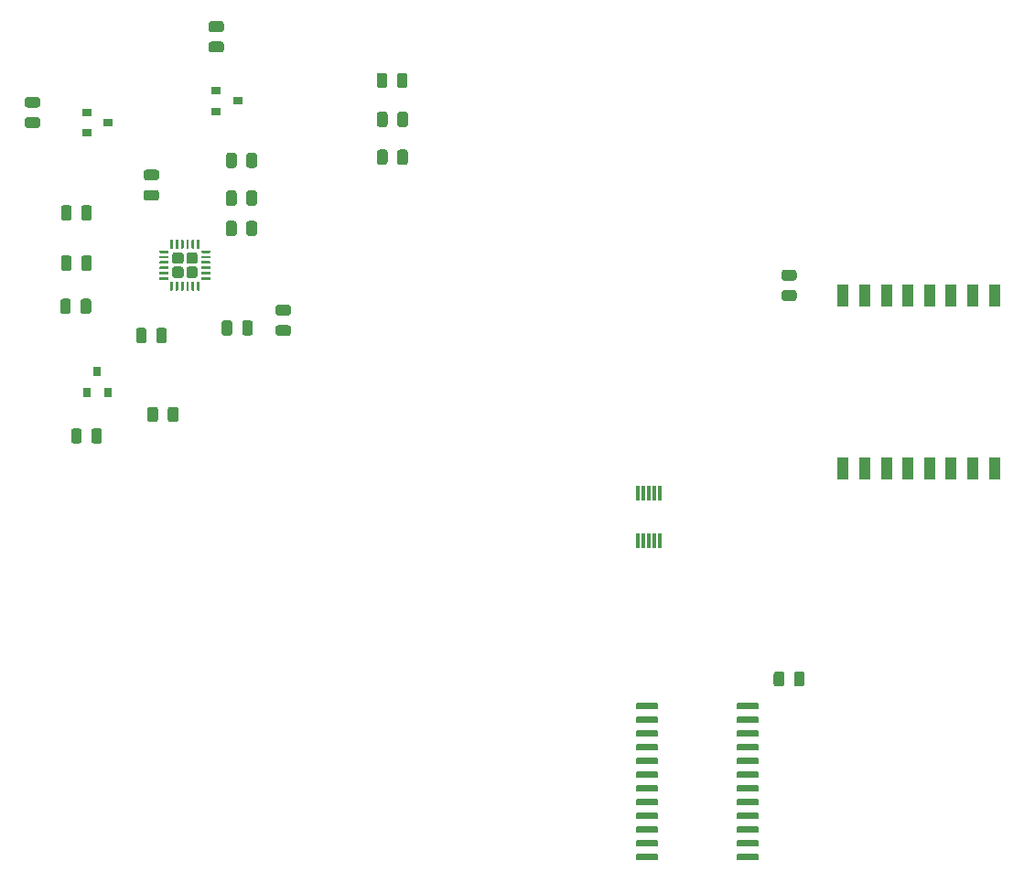
<source format=gbr>
G04 #@! TF.GenerationSoftware,KiCad,Pcbnew,(5.1.5)-3*
G04 #@! TF.CreationDate,2022-02-09T23:25:39-03:00*
G04 #@! TF.ProjectId,envcity_pcb,656e7663-6974-4795-9f70-63622e6b6963,rev?*
G04 #@! TF.SameCoordinates,Original*
G04 #@! TF.FileFunction,Paste,Top*
G04 #@! TF.FilePolarity,Positive*
%FSLAX46Y46*%
G04 Gerber Fmt 4.6, Leading zero omitted, Abs format (unit mm)*
G04 Created by KiCad (PCBNEW (5.1.5)-3) date 2022-02-09 23:25:39*
%MOMM*%
%LPD*%
G04 APERTURE LIST*
%ADD10C,0.100000*%
%ADD11R,0.300000X1.450000*%
%ADD12R,0.900000X0.800000*%
%ADD13R,0.800000X0.900000*%
%ADD14R,1.000000X2.000000*%
G04 APERTURE END LIST*
D10*
G36*
X158480142Y-66513674D02*
G01*
X158503803Y-66517184D01*
X158527007Y-66522996D01*
X158549529Y-66531054D01*
X158571153Y-66541282D01*
X158591670Y-66553579D01*
X158610883Y-66567829D01*
X158628607Y-66583893D01*
X158644671Y-66601617D01*
X158658921Y-66620830D01*
X158671218Y-66641347D01*
X158681446Y-66662971D01*
X158689504Y-66685493D01*
X158695316Y-66708697D01*
X158698826Y-66732358D01*
X158700000Y-66756250D01*
X158700000Y-67243750D01*
X158698826Y-67267642D01*
X158695316Y-67291303D01*
X158689504Y-67314507D01*
X158681446Y-67337029D01*
X158671218Y-67358653D01*
X158658921Y-67379170D01*
X158644671Y-67398383D01*
X158628607Y-67416107D01*
X158610883Y-67432171D01*
X158591670Y-67446421D01*
X158571153Y-67458718D01*
X158549529Y-67468946D01*
X158527007Y-67477004D01*
X158503803Y-67482816D01*
X158480142Y-67486326D01*
X158456250Y-67487500D01*
X157543750Y-67487500D01*
X157519858Y-67486326D01*
X157496197Y-67482816D01*
X157472993Y-67477004D01*
X157450471Y-67468946D01*
X157428847Y-67458718D01*
X157408330Y-67446421D01*
X157389117Y-67432171D01*
X157371393Y-67416107D01*
X157355329Y-67398383D01*
X157341079Y-67379170D01*
X157328782Y-67358653D01*
X157318554Y-67337029D01*
X157310496Y-67314507D01*
X157304684Y-67291303D01*
X157301174Y-67267642D01*
X157300000Y-67243750D01*
X157300000Y-66756250D01*
X157301174Y-66732358D01*
X157304684Y-66708697D01*
X157310496Y-66685493D01*
X157318554Y-66662971D01*
X157328782Y-66641347D01*
X157341079Y-66620830D01*
X157355329Y-66601617D01*
X157371393Y-66583893D01*
X157389117Y-66567829D01*
X157408330Y-66553579D01*
X157428847Y-66541282D01*
X157450471Y-66531054D01*
X157472993Y-66522996D01*
X157496197Y-66517184D01*
X157519858Y-66513674D01*
X157543750Y-66512500D01*
X158456250Y-66512500D01*
X158480142Y-66513674D01*
G37*
G36*
X158480142Y-64638674D02*
G01*
X158503803Y-64642184D01*
X158527007Y-64647996D01*
X158549529Y-64656054D01*
X158571153Y-64666282D01*
X158591670Y-64678579D01*
X158610883Y-64692829D01*
X158628607Y-64708893D01*
X158644671Y-64726617D01*
X158658921Y-64745830D01*
X158671218Y-64766347D01*
X158681446Y-64787971D01*
X158689504Y-64810493D01*
X158695316Y-64833697D01*
X158698826Y-64857358D01*
X158700000Y-64881250D01*
X158700000Y-65368750D01*
X158698826Y-65392642D01*
X158695316Y-65416303D01*
X158689504Y-65439507D01*
X158681446Y-65462029D01*
X158671218Y-65483653D01*
X158658921Y-65504170D01*
X158644671Y-65523383D01*
X158628607Y-65541107D01*
X158610883Y-65557171D01*
X158591670Y-65571421D01*
X158571153Y-65583718D01*
X158549529Y-65593946D01*
X158527007Y-65602004D01*
X158503803Y-65607816D01*
X158480142Y-65611326D01*
X158456250Y-65612500D01*
X157543750Y-65612500D01*
X157519858Y-65611326D01*
X157496197Y-65607816D01*
X157472993Y-65602004D01*
X157450471Y-65593946D01*
X157428847Y-65583718D01*
X157408330Y-65571421D01*
X157389117Y-65557171D01*
X157371393Y-65541107D01*
X157355329Y-65523383D01*
X157341079Y-65504170D01*
X157328782Y-65483653D01*
X157318554Y-65462029D01*
X157310496Y-65439507D01*
X157304684Y-65416303D01*
X157301174Y-65392642D01*
X157300000Y-65368750D01*
X157300000Y-64881250D01*
X157301174Y-64857358D01*
X157304684Y-64833697D01*
X157310496Y-64810493D01*
X157318554Y-64787971D01*
X157328782Y-64766347D01*
X157341079Y-64745830D01*
X157355329Y-64726617D01*
X157371393Y-64708893D01*
X157389117Y-64692829D01*
X157408330Y-64678579D01*
X157428847Y-64666282D01*
X157450471Y-64656054D01*
X157472993Y-64647996D01*
X157496197Y-64642184D01*
X157519858Y-64638674D01*
X157543750Y-64637500D01*
X158456250Y-64637500D01*
X158480142Y-64638674D01*
G37*
G36*
X157330142Y-101801174D02*
G01*
X157353803Y-101804684D01*
X157377007Y-101810496D01*
X157399529Y-101818554D01*
X157421153Y-101828782D01*
X157441670Y-101841079D01*
X157460883Y-101855329D01*
X157478607Y-101871393D01*
X157494671Y-101889117D01*
X157508921Y-101908330D01*
X157521218Y-101928847D01*
X157531446Y-101950471D01*
X157539504Y-101972993D01*
X157545316Y-101996197D01*
X157548826Y-102019858D01*
X157550000Y-102043750D01*
X157550000Y-102956250D01*
X157548826Y-102980142D01*
X157545316Y-103003803D01*
X157539504Y-103027007D01*
X157531446Y-103049529D01*
X157521218Y-103071153D01*
X157508921Y-103091670D01*
X157494671Y-103110883D01*
X157478607Y-103128607D01*
X157460883Y-103144671D01*
X157441670Y-103158921D01*
X157421153Y-103171218D01*
X157399529Y-103181446D01*
X157377007Y-103189504D01*
X157353803Y-103195316D01*
X157330142Y-103198826D01*
X157306250Y-103200000D01*
X156818750Y-103200000D01*
X156794858Y-103198826D01*
X156771197Y-103195316D01*
X156747993Y-103189504D01*
X156725471Y-103181446D01*
X156703847Y-103171218D01*
X156683330Y-103158921D01*
X156664117Y-103144671D01*
X156646393Y-103128607D01*
X156630329Y-103110883D01*
X156616079Y-103091670D01*
X156603782Y-103071153D01*
X156593554Y-103049529D01*
X156585496Y-103027007D01*
X156579684Y-103003803D01*
X156576174Y-102980142D01*
X156575000Y-102956250D01*
X156575000Y-102043750D01*
X156576174Y-102019858D01*
X156579684Y-101996197D01*
X156585496Y-101972993D01*
X156593554Y-101950471D01*
X156603782Y-101928847D01*
X156616079Y-101908330D01*
X156630329Y-101889117D01*
X156646393Y-101871393D01*
X156664117Y-101855329D01*
X156683330Y-101841079D01*
X156703847Y-101828782D01*
X156725471Y-101818554D01*
X156747993Y-101810496D01*
X156771197Y-101804684D01*
X156794858Y-101801174D01*
X156818750Y-101800000D01*
X157306250Y-101800000D01*
X157330142Y-101801174D01*
G37*
G36*
X159205142Y-101801174D02*
G01*
X159228803Y-101804684D01*
X159252007Y-101810496D01*
X159274529Y-101818554D01*
X159296153Y-101828782D01*
X159316670Y-101841079D01*
X159335883Y-101855329D01*
X159353607Y-101871393D01*
X159369671Y-101889117D01*
X159383921Y-101908330D01*
X159396218Y-101928847D01*
X159406446Y-101950471D01*
X159414504Y-101972993D01*
X159420316Y-101996197D01*
X159423826Y-102019858D01*
X159425000Y-102043750D01*
X159425000Y-102956250D01*
X159423826Y-102980142D01*
X159420316Y-103003803D01*
X159414504Y-103027007D01*
X159406446Y-103049529D01*
X159396218Y-103071153D01*
X159383921Y-103091670D01*
X159369671Y-103110883D01*
X159353607Y-103128607D01*
X159335883Y-103144671D01*
X159316670Y-103158921D01*
X159296153Y-103171218D01*
X159274529Y-103181446D01*
X159252007Y-103189504D01*
X159228803Y-103195316D01*
X159205142Y-103198826D01*
X159181250Y-103200000D01*
X158693750Y-103200000D01*
X158669858Y-103198826D01*
X158646197Y-103195316D01*
X158622993Y-103189504D01*
X158600471Y-103181446D01*
X158578847Y-103171218D01*
X158558330Y-103158921D01*
X158539117Y-103144671D01*
X158521393Y-103128607D01*
X158505329Y-103110883D01*
X158491079Y-103091670D01*
X158478782Y-103071153D01*
X158468554Y-103049529D01*
X158460496Y-103027007D01*
X158454684Y-103003803D01*
X158451174Y-102980142D01*
X158450000Y-102956250D01*
X158450000Y-102043750D01*
X158451174Y-102019858D01*
X158454684Y-101996197D01*
X158460496Y-101972993D01*
X158468554Y-101950471D01*
X158478782Y-101928847D01*
X158491079Y-101908330D01*
X158505329Y-101889117D01*
X158521393Y-101871393D01*
X158539117Y-101855329D01*
X158558330Y-101841079D01*
X158578847Y-101828782D01*
X158600471Y-101818554D01*
X158622993Y-101810496D01*
X158646197Y-101804684D01*
X158669858Y-101801174D01*
X158693750Y-101800000D01*
X159181250Y-101800000D01*
X159205142Y-101801174D01*
G37*
G36*
X108542642Y-57301174D02*
G01*
X108566303Y-57304684D01*
X108589507Y-57310496D01*
X108612029Y-57318554D01*
X108633653Y-57328782D01*
X108654170Y-57341079D01*
X108673383Y-57355329D01*
X108691107Y-57371393D01*
X108707171Y-57389117D01*
X108721421Y-57408330D01*
X108733718Y-57428847D01*
X108743946Y-57450471D01*
X108752004Y-57472993D01*
X108757816Y-57496197D01*
X108761326Y-57519858D01*
X108762500Y-57543750D01*
X108762500Y-58456250D01*
X108761326Y-58480142D01*
X108757816Y-58503803D01*
X108752004Y-58527007D01*
X108743946Y-58549529D01*
X108733718Y-58571153D01*
X108721421Y-58591670D01*
X108707171Y-58610883D01*
X108691107Y-58628607D01*
X108673383Y-58644671D01*
X108654170Y-58658921D01*
X108633653Y-58671218D01*
X108612029Y-58681446D01*
X108589507Y-58689504D01*
X108566303Y-58695316D01*
X108542642Y-58698826D01*
X108518750Y-58700000D01*
X108031250Y-58700000D01*
X108007358Y-58698826D01*
X107983697Y-58695316D01*
X107960493Y-58689504D01*
X107937971Y-58681446D01*
X107916347Y-58671218D01*
X107895830Y-58658921D01*
X107876617Y-58644671D01*
X107858893Y-58628607D01*
X107842829Y-58610883D01*
X107828579Y-58591670D01*
X107816282Y-58571153D01*
X107806054Y-58549529D01*
X107797996Y-58527007D01*
X107792184Y-58503803D01*
X107788674Y-58480142D01*
X107787500Y-58456250D01*
X107787500Y-57543750D01*
X107788674Y-57519858D01*
X107792184Y-57496197D01*
X107797996Y-57472993D01*
X107806054Y-57450471D01*
X107816282Y-57428847D01*
X107828579Y-57408330D01*
X107842829Y-57389117D01*
X107858893Y-57371393D01*
X107876617Y-57355329D01*
X107895830Y-57341079D01*
X107916347Y-57328782D01*
X107937971Y-57318554D01*
X107960493Y-57310496D01*
X107983697Y-57304684D01*
X108007358Y-57301174D01*
X108031250Y-57300000D01*
X108518750Y-57300000D01*
X108542642Y-57301174D01*
G37*
G36*
X106667642Y-57301174D02*
G01*
X106691303Y-57304684D01*
X106714507Y-57310496D01*
X106737029Y-57318554D01*
X106758653Y-57328782D01*
X106779170Y-57341079D01*
X106798383Y-57355329D01*
X106816107Y-57371393D01*
X106832171Y-57389117D01*
X106846421Y-57408330D01*
X106858718Y-57428847D01*
X106868946Y-57450471D01*
X106877004Y-57472993D01*
X106882816Y-57496197D01*
X106886326Y-57519858D01*
X106887500Y-57543750D01*
X106887500Y-58456250D01*
X106886326Y-58480142D01*
X106882816Y-58503803D01*
X106877004Y-58527007D01*
X106868946Y-58549529D01*
X106858718Y-58571153D01*
X106846421Y-58591670D01*
X106832171Y-58610883D01*
X106816107Y-58628607D01*
X106798383Y-58644671D01*
X106779170Y-58658921D01*
X106758653Y-58671218D01*
X106737029Y-58681446D01*
X106714507Y-58689504D01*
X106691303Y-58695316D01*
X106667642Y-58698826D01*
X106643750Y-58700000D01*
X106156250Y-58700000D01*
X106132358Y-58698826D01*
X106108697Y-58695316D01*
X106085493Y-58689504D01*
X106062971Y-58681446D01*
X106041347Y-58671218D01*
X106020830Y-58658921D01*
X106001617Y-58644671D01*
X105983893Y-58628607D01*
X105967829Y-58610883D01*
X105953579Y-58591670D01*
X105941282Y-58571153D01*
X105931054Y-58549529D01*
X105922996Y-58527007D01*
X105917184Y-58503803D01*
X105913674Y-58480142D01*
X105912500Y-58456250D01*
X105912500Y-57543750D01*
X105913674Y-57519858D01*
X105917184Y-57496197D01*
X105922996Y-57472993D01*
X105931054Y-57450471D01*
X105941282Y-57428847D01*
X105953579Y-57408330D01*
X105967829Y-57389117D01*
X105983893Y-57371393D01*
X106001617Y-57355329D01*
X106020830Y-57341079D01*
X106041347Y-57328782D01*
X106062971Y-57318554D01*
X106085493Y-57310496D01*
X106108697Y-57304684D01*
X106132358Y-57301174D01*
X106156250Y-57300000D01*
X106643750Y-57300000D01*
X106667642Y-57301174D01*
G37*
G36*
X91392642Y-58651174D02*
G01*
X91416303Y-58654684D01*
X91439507Y-58660496D01*
X91462029Y-58668554D01*
X91483653Y-58678782D01*
X91504170Y-58691079D01*
X91523383Y-58705329D01*
X91541107Y-58721393D01*
X91557171Y-58739117D01*
X91571421Y-58758330D01*
X91583718Y-58778847D01*
X91593946Y-58800471D01*
X91602004Y-58822993D01*
X91607816Y-58846197D01*
X91611326Y-58869858D01*
X91612500Y-58893750D01*
X91612500Y-59806250D01*
X91611326Y-59830142D01*
X91607816Y-59853803D01*
X91602004Y-59877007D01*
X91593946Y-59899529D01*
X91583718Y-59921153D01*
X91571421Y-59941670D01*
X91557171Y-59960883D01*
X91541107Y-59978607D01*
X91523383Y-59994671D01*
X91504170Y-60008921D01*
X91483653Y-60021218D01*
X91462029Y-60031446D01*
X91439507Y-60039504D01*
X91416303Y-60045316D01*
X91392642Y-60048826D01*
X91368750Y-60050000D01*
X90881250Y-60050000D01*
X90857358Y-60048826D01*
X90833697Y-60045316D01*
X90810493Y-60039504D01*
X90787971Y-60031446D01*
X90766347Y-60021218D01*
X90745830Y-60008921D01*
X90726617Y-59994671D01*
X90708893Y-59978607D01*
X90692829Y-59960883D01*
X90678579Y-59941670D01*
X90666282Y-59921153D01*
X90656054Y-59899529D01*
X90647996Y-59877007D01*
X90642184Y-59853803D01*
X90638674Y-59830142D01*
X90637500Y-59806250D01*
X90637500Y-58893750D01*
X90638674Y-58869858D01*
X90642184Y-58846197D01*
X90647996Y-58822993D01*
X90656054Y-58800471D01*
X90666282Y-58778847D01*
X90678579Y-58758330D01*
X90692829Y-58739117D01*
X90708893Y-58721393D01*
X90726617Y-58705329D01*
X90745830Y-58691079D01*
X90766347Y-58678782D01*
X90787971Y-58668554D01*
X90810493Y-58660496D01*
X90833697Y-58654684D01*
X90857358Y-58651174D01*
X90881250Y-58650000D01*
X91368750Y-58650000D01*
X91392642Y-58651174D01*
G37*
G36*
X93267642Y-58651174D02*
G01*
X93291303Y-58654684D01*
X93314507Y-58660496D01*
X93337029Y-58668554D01*
X93358653Y-58678782D01*
X93379170Y-58691079D01*
X93398383Y-58705329D01*
X93416107Y-58721393D01*
X93432171Y-58739117D01*
X93446421Y-58758330D01*
X93458718Y-58778847D01*
X93468946Y-58800471D01*
X93477004Y-58822993D01*
X93482816Y-58846197D01*
X93486326Y-58869858D01*
X93487500Y-58893750D01*
X93487500Y-59806250D01*
X93486326Y-59830142D01*
X93482816Y-59853803D01*
X93477004Y-59877007D01*
X93468946Y-59899529D01*
X93458718Y-59921153D01*
X93446421Y-59941670D01*
X93432171Y-59960883D01*
X93416107Y-59978607D01*
X93398383Y-59994671D01*
X93379170Y-60008921D01*
X93358653Y-60021218D01*
X93337029Y-60031446D01*
X93314507Y-60039504D01*
X93291303Y-60045316D01*
X93267642Y-60048826D01*
X93243750Y-60050000D01*
X92756250Y-60050000D01*
X92732358Y-60048826D01*
X92708697Y-60045316D01*
X92685493Y-60039504D01*
X92662971Y-60031446D01*
X92641347Y-60021218D01*
X92620830Y-60008921D01*
X92601617Y-59994671D01*
X92583893Y-59978607D01*
X92567829Y-59960883D01*
X92553579Y-59941670D01*
X92541282Y-59921153D01*
X92531054Y-59899529D01*
X92522996Y-59877007D01*
X92517184Y-59853803D01*
X92513674Y-59830142D01*
X92512500Y-59806250D01*
X92512500Y-58893750D01*
X92513674Y-58869858D01*
X92517184Y-58846197D01*
X92522996Y-58822993D01*
X92531054Y-58800471D01*
X92541282Y-58778847D01*
X92553579Y-58758330D01*
X92567829Y-58739117D01*
X92583893Y-58721393D01*
X92601617Y-58705329D01*
X92620830Y-58691079D01*
X92641347Y-58678782D01*
X92662971Y-58668554D01*
X92685493Y-58660496D01*
X92708697Y-58654684D01*
X92732358Y-58651174D01*
X92756250Y-58650000D01*
X93243750Y-58650000D01*
X93267642Y-58651174D01*
G37*
G36*
X106667642Y-60101174D02*
G01*
X106691303Y-60104684D01*
X106714507Y-60110496D01*
X106737029Y-60118554D01*
X106758653Y-60128782D01*
X106779170Y-60141079D01*
X106798383Y-60155329D01*
X106816107Y-60171393D01*
X106832171Y-60189117D01*
X106846421Y-60208330D01*
X106858718Y-60228847D01*
X106868946Y-60250471D01*
X106877004Y-60272993D01*
X106882816Y-60296197D01*
X106886326Y-60319858D01*
X106887500Y-60343750D01*
X106887500Y-61256250D01*
X106886326Y-61280142D01*
X106882816Y-61303803D01*
X106877004Y-61327007D01*
X106868946Y-61349529D01*
X106858718Y-61371153D01*
X106846421Y-61391670D01*
X106832171Y-61410883D01*
X106816107Y-61428607D01*
X106798383Y-61444671D01*
X106779170Y-61458921D01*
X106758653Y-61471218D01*
X106737029Y-61481446D01*
X106714507Y-61489504D01*
X106691303Y-61495316D01*
X106667642Y-61498826D01*
X106643750Y-61500000D01*
X106156250Y-61500000D01*
X106132358Y-61498826D01*
X106108697Y-61495316D01*
X106085493Y-61489504D01*
X106062971Y-61481446D01*
X106041347Y-61471218D01*
X106020830Y-61458921D01*
X106001617Y-61444671D01*
X105983893Y-61428607D01*
X105967829Y-61410883D01*
X105953579Y-61391670D01*
X105941282Y-61371153D01*
X105931054Y-61349529D01*
X105922996Y-61327007D01*
X105917184Y-61303803D01*
X105913674Y-61280142D01*
X105912500Y-61256250D01*
X105912500Y-60343750D01*
X105913674Y-60319858D01*
X105917184Y-60296197D01*
X105922996Y-60272993D01*
X105931054Y-60250471D01*
X105941282Y-60228847D01*
X105953579Y-60208330D01*
X105967829Y-60189117D01*
X105983893Y-60171393D01*
X106001617Y-60155329D01*
X106020830Y-60141079D01*
X106041347Y-60128782D01*
X106062971Y-60118554D01*
X106085493Y-60110496D01*
X106108697Y-60104684D01*
X106132358Y-60101174D01*
X106156250Y-60100000D01*
X106643750Y-60100000D01*
X106667642Y-60101174D01*
G37*
G36*
X108542642Y-60101174D02*
G01*
X108566303Y-60104684D01*
X108589507Y-60110496D01*
X108612029Y-60118554D01*
X108633653Y-60128782D01*
X108654170Y-60141079D01*
X108673383Y-60155329D01*
X108691107Y-60171393D01*
X108707171Y-60189117D01*
X108721421Y-60208330D01*
X108733718Y-60228847D01*
X108743946Y-60250471D01*
X108752004Y-60272993D01*
X108757816Y-60296197D01*
X108761326Y-60319858D01*
X108762500Y-60343750D01*
X108762500Y-61256250D01*
X108761326Y-61280142D01*
X108757816Y-61303803D01*
X108752004Y-61327007D01*
X108743946Y-61349529D01*
X108733718Y-61371153D01*
X108721421Y-61391670D01*
X108707171Y-61410883D01*
X108691107Y-61428607D01*
X108673383Y-61444671D01*
X108654170Y-61458921D01*
X108633653Y-61471218D01*
X108612029Y-61481446D01*
X108589507Y-61489504D01*
X108566303Y-61495316D01*
X108542642Y-61498826D01*
X108518750Y-61500000D01*
X108031250Y-61500000D01*
X108007358Y-61498826D01*
X107983697Y-61495316D01*
X107960493Y-61489504D01*
X107937971Y-61481446D01*
X107916347Y-61471218D01*
X107895830Y-61458921D01*
X107876617Y-61444671D01*
X107858893Y-61428607D01*
X107842829Y-61410883D01*
X107828579Y-61391670D01*
X107816282Y-61371153D01*
X107806054Y-61349529D01*
X107797996Y-61327007D01*
X107792184Y-61303803D01*
X107788674Y-61280142D01*
X107787500Y-61256250D01*
X107787500Y-60343750D01*
X107788674Y-60319858D01*
X107792184Y-60296197D01*
X107797996Y-60272993D01*
X107806054Y-60250471D01*
X107816282Y-60228847D01*
X107828579Y-60208330D01*
X107842829Y-60189117D01*
X107858893Y-60171393D01*
X107876617Y-60155329D01*
X107895830Y-60141079D01*
X107916347Y-60128782D01*
X107937971Y-60118554D01*
X107960493Y-60110496D01*
X107983697Y-60104684D01*
X108007358Y-60101174D01*
X108031250Y-60100000D01*
X108518750Y-60100000D01*
X108542642Y-60101174D01*
G37*
G36*
X111680142Y-69751174D02*
G01*
X111703803Y-69754684D01*
X111727007Y-69760496D01*
X111749529Y-69768554D01*
X111771153Y-69778782D01*
X111791670Y-69791079D01*
X111810883Y-69805329D01*
X111828607Y-69821393D01*
X111844671Y-69839117D01*
X111858921Y-69858330D01*
X111871218Y-69878847D01*
X111881446Y-69900471D01*
X111889504Y-69922993D01*
X111895316Y-69946197D01*
X111898826Y-69969858D01*
X111900000Y-69993750D01*
X111900000Y-70481250D01*
X111898826Y-70505142D01*
X111895316Y-70528803D01*
X111889504Y-70552007D01*
X111881446Y-70574529D01*
X111871218Y-70596153D01*
X111858921Y-70616670D01*
X111844671Y-70635883D01*
X111828607Y-70653607D01*
X111810883Y-70669671D01*
X111791670Y-70683921D01*
X111771153Y-70696218D01*
X111749529Y-70706446D01*
X111727007Y-70714504D01*
X111703803Y-70720316D01*
X111680142Y-70723826D01*
X111656250Y-70725000D01*
X110743750Y-70725000D01*
X110719858Y-70723826D01*
X110696197Y-70720316D01*
X110672993Y-70714504D01*
X110650471Y-70706446D01*
X110628847Y-70696218D01*
X110608330Y-70683921D01*
X110589117Y-70669671D01*
X110571393Y-70653607D01*
X110555329Y-70635883D01*
X110541079Y-70616670D01*
X110528782Y-70596153D01*
X110518554Y-70574529D01*
X110510496Y-70552007D01*
X110504684Y-70528803D01*
X110501174Y-70505142D01*
X110500000Y-70481250D01*
X110500000Y-69993750D01*
X110501174Y-69969858D01*
X110504684Y-69946197D01*
X110510496Y-69922993D01*
X110518554Y-69900471D01*
X110528782Y-69878847D01*
X110541079Y-69858330D01*
X110555329Y-69839117D01*
X110571393Y-69821393D01*
X110589117Y-69805329D01*
X110608330Y-69791079D01*
X110628847Y-69778782D01*
X110650471Y-69768554D01*
X110672993Y-69760496D01*
X110696197Y-69754684D01*
X110719858Y-69751174D01*
X110743750Y-69750000D01*
X111656250Y-69750000D01*
X111680142Y-69751174D01*
G37*
G36*
X111680142Y-67876174D02*
G01*
X111703803Y-67879684D01*
X111727007Y-67885496D01*
X111749529Y-67893554D01*
X111771153Y-67903782D01*
X111791670Y-67916079D01*
X111810883Y-67930329D01*
X111828607Y-67946393D01*
X111844671Y-67964117D01*
X111858921Y-67983330D01*
X111871218Y-68003847D01*
X111881446Y-68025471D01*
X111889504Y-68047993D01*
X111895316Y-68071197D01*
X111898826Y-68094858D01*
X111900000Y-68118750D01*
X111900000Y-68606250D01*
X111898826Y-68630142D01*
X111895316Y-68653803D01*
X111889504Y-68677007D01*
X111881446Y-68699529D01*
X111871218Y-68721153D01*
X111858921Y-68741670D01*
X111844671Y-68760883D01*
X111828607Y-68778607D01*
X111810883Y-68794671D01*
X111791670Y-68808921D01*
X111771153Y-68821218D01*
X111749529Y-68831446D01*
X111727007Y-68839504D01*
X111703803Y-68845316D01*
X111680142Y-68848826D01*
X111656250Y-68850000D01*
X110743750Y-68850000D01*
X110719858Y-68848826D01*
X110696197Y-68845316D01*
X110672993Y-68839504D01*
X110650471Y-68831446D01*
X110628847Y-68821218D01*
X110608330Y-68808921D01*
X110589117Y-68794671D01*
X110571393Y-68778607D01*
X110555329Y-68760883D01*
X110541079Y-68741670D01*
X110528782Y-68721153D01*
X110518554Y-68699529D01*
X110510496Y-68677007D01*
X110504684Y-68653803D01*
X110501174Y-68630142D01*
X110500000Y-68606250D01*
X110500000Y-68118750D01*
X110501174Y-68094858D01*
X110504684Y-68071197D01*
X110510496Y-68047993D01*
X110518554Y-68025471D01*
X110528782Y-68003847D01*
X110541079Y-67983330D01*
X110555329Y-67964117D01*
X110571393Y-67946393D01*
X110589117Y-67930329D01*
X110608330Y-67916079D01*
X110628847Y-67903782D01*
X110650471Y-67893554D01*
X110672993Y-67885496D01*
X110696197Y-67879684D01*
X110719858Y-67876174D01*
X110743750Y-67875000D01*
X111656250Y-67875000D01*
X111680142Y-67876174D01*
G37*
G36*
X99480142Y-57238674D02*
G01*
X99503803Y-57242184D01*
X99527007Y-57247996D01*
X99549529Y-57256054D01*
X99571153Y-57266282D01*
X99591670Y-57278579D01*
X99610883Y-57292829D01*
X99628607Y-57308893D01*
X99644671Y-57326617D01*
X99658921Y-57345830D01*
X99671218Y-57366347D01*
X99681446Y-57387971D01*
X99689504Y-57410493D01*
X99695316Y-57433697D01*
X99698826Y-57457358D01*
X99700000Y-57481250D01*
X99700000Y-57968750D01*
X99698826Y-57992642D01*
X99695316Y-58016303D01*
X99689504Y-58039507D01*
X99681446Y-58062029D01*
X99671218Y-58083653D01*
X99658921Y-58104170D01*
X99644671Y-58123383D01*
X99628607Y-58141107D01*
X99610883Y-58157171D01*
X99591670Y-58171421D01*
X99571153Y-58183718D01*
X99549529Y-58193946D01*
X99527007Y-58202004D01*
X99503803Y-58207816D01*
X99480142Y-58211326D01*
X99456250Y-58212500D01*
X98543750Y-58212500D01*
X98519858Y-58211326D01*
X98496197Y-58207816D01*
X98472993Y-58202004D01*
X98450471Y-58193946D01*
X98428847Y-58183718D01*
X98408330Y-58171421D01*
X98389117Y-58157171D01*
X98371393Y-58141107D01*
X98355329Y-58123383D01*
X98341079Y-58104170D01*
X98328782Y-58083653D01*
X98318554Y-58062029D01*
X98310496Y-58039507D01*
X98304684Y-58016303D01*
X98301174Y-57992642D01*
X98300000Y-57968750D01*
X98300000Y-57481250D01*
X98301174Y-57457358D01*
X98304684Y-57433697D01*
X98310496Y-57410493D01*
X98318554Y-57387971D01*
X98328782Y-57366347D01*
X98341079Y-57345830D01*
X98355329Y-57326617D01*
X98371393Y-57308893D01*
X98389117Y-57292829D01*
X98408330Y-57278579D01*
X98428847Y-57266282D01*
X98450471Y-57256054D01*
X98472993Y-57247996D01*
X98496197Y-57242184D01*
X98519858Y-57238674D01*
X98543750Y-57237500D01*
X99456250Y-57237500D01*
X99480142Y-57238674D01*
G37*
G36*
X99480142Y-55363674D02*
G01*
X99503803Y-55367184D01*
X99527007Y-55372996D01*
X99549529Y-55381054D01*
X99571153Y-55391282D01*
X99591670Y-55403579D01*
X99610883Y-55417829D01*
X99628607Y-55433893D01*
X99644671Y-55451617D01*
X99658921Y-55470830D01*
X99671218Y-55491347D01*
X99681446Y-55512971D01*
X99689504Y-55535493D01*
X99695316Y-55558697D01*
X99698826Y-55582358D01*
X99700000Y-55606250D01*
X99700000Y-56093750D01*
X99698826Y-56117642D01*
X99695316Y-56141303D01*
X99689504Y-56164507D01*
X99681446Y-56187029D01*
X99671218Y-56208653D01*
X99658921Y-56229170D01*
X99644671Y-56248383D01*
X99628607Y-56266107D01*
X99610883Y-56282171D01*
X99591670Y-56296421D01*
X99571153Y-56308718D01*
X99549529Y-56318946D01*
X99527007Y-56327004D01*
X99503803Y-56332816D01*
X99480142Y-56336326D01*
X99456250Y-56337500D01*
X98543750Y-56337500D01*
X98519858Y-56336326D01*
X98496197Y-56332816D01*
X98472993Y-56327004D01*
X98450471Y-56318946D01*
X98428847Y-56308718D01*
X98408330Y-56296421D01*
X98389117Y-56282171D01*
X98371393Y-56266107D01*
X98355329Y-56248383D01*
X98341079Y-56229170D01*
X98328782Y-56208653D01*
X98318554Y-56187029D01*
X98310496Y-56164507D01*
X98304684Y-56141303D01*
X98301174Y-56117642D01*
X98300000Y-56093750D01*
X98300000Y-55606250D01*
X98301174Y-55582358D01*
X98304684Y-55558697D01*
X98310496Y-55535493D01*
X98318554Y-55512971D01*
X98328782Y-55491347D01*
X98341079Y-55470830D01*
X98355329Y-55451617D01*
X98371393Y-55433893D01*
X98389117Y-55417829D01*
X98408330Y-55403579D01*
X98428847Y-55391282D01*
X98450471Y-55381054D01*
X98472993Y-55372996D01*
X98496197Y-55367184D01*
X98519858Y-55363674D01*
X98543750Y-55362500D01*
X99456250Y-55362500D01*
X99480142Y-55363674D01*
G37*
G36*
X108542642Y-53801174D02*
G01*
X108566303Y-53804684D01*
X108589507Y-53810496D01*
X108612029Y-53818554D01*
X108633653Y-53828782D01*
X108654170Y-53841079D01*
X108673383Y-53855329D01*
X108691107Y-53871393D01*
X108707171Y-53889117D01*
X108721421Y-53908330D01*
X108733718Y-53928847D01*
X108743946Y-53950471D01*
X108752004Y-53972993D01*
X108757816Y-53996197D01*
X108761326Y-54019858D01*
X108762500Y-54043750D01*
X108762500Y-54956250D01*
X108761326Y-54980142D01*
X108757816Y-55003803D01*
X108752004Y-55027007D01*
X108743946Y-55049529D01*
X108733718Y-55071153D01*
X108721421Y-55091670D01*
X108707171Y-55110883D01*
X108691107Y-55128607D01*
X108673383Y-55144671D01*
X108654170Y-55158921D01*
X108633653Y-55171218D01*
X108612029Y-55181446D01*
X108589507Y-55189504D01*
X108566303Y-55195316D01*
X108542642Y-55198826D01*
X108518750Y-55200000D01*
X108031250Y-55200000D01*
X108007358Y-55198826D01*
X107983697Y-55195316D01*
X107960493Y-55189504D01*
X107937971Y-55181446D01*
X107916347Y-55171218D01*
X107895830Y-55158921D01*
X107876617Y-55144671D01*
X107858893Y-55128607D01*
X107842829Y-55110883D01*
X107828579Y-55091670D01*
X107816282Y-55071153D01*
X107806054Y-55049529D01*
X107797996Y-55027007D01*
X107792184Y-55003803D01*
X107788674Y-54980142D01*
X107787500Y-54956250D01*
X107787500Y-54043750D01*
X107788674Y-54019858D01*
X107792184Y-53996197D01*
X107797996Y-53972993D01*
X107806054Y-53950471D01*
X107816282Y-53928847D01*
X107828579Y-53908330D01*
X107842829Y-53889117D01*
X107858893Y-53871393D01*
X107876617Y-53855329D01*
X107895830Y-53841079D01*
X107916347Y-53828782D01*
X107937971Y-53818554D01*
X107960493Y-53810496D01*
X107983697Y-53804684D01*
X108007358Y-53801174D01*
X108031250Y-53800000D01*
X108518750Y-53800000D01*
X108542642Y-53801174D01*
G37*
G36*
X106667642Y-53801174D02*
G01*
X106691303Y-53804684D01*
X106714507Y-53810496D01*
X106737029Y-53818554D01*
X106758653Y-53828782D01*
X106779170Y-53841079D01*
X106798383Y-53855329D01*
X106816107Y-53871393D01*
X106832171Y-53889117D01*
X106846421Y-53908330D01*
X106858718Y-53928847D01*
X106868946Y-53950471D01*
X106877004Y-53972993D01*
X106882816Y-53996197D01*
X106886326Y-54019858D01*
X106887500Y-54043750D01*
X106887500Y-54956250D01*
X106886326Y-54980142D01*
X106882816Y-55003803D01*
X106877004Y-55027007D01*
X106868946Y-55049529D01*
X106858718Y-55071153D01*
X106846421Y-55091670D01*
X106832171Y-55110883D01*
X106816107Y-55128607D01*
X106798383Y-55144671D01*
X106779170Y-55158921D01*
X106758653Y-55171218D01*
X106737029Y-55181446D01*
X106714507Y-55189504D01*
X106691303Y-55195316D01*
X106667642Y-55198826D01*
X106643750Y-55200000D01*
X106156250Y-55200000D01*
X106132358Y-55198826D01*
X106108697Y-55195316D01*
X106085493Y-55189504D01*
X106062971Y-55181446D01*
X106041347Y-55171218D01*
X106020830Y-55158921D01*
X106001617Y-55144671D01*
X105983893Y-55128607D01*
X105967829Y-55110883D01*
X105953579Y-55091670D01*
X105941282Y-55071153D01*
X105931054Y-55049529D01*
X105922996Y-55027007D01*
X105917184Y-55003803D01*
X105913674Y-54980142D01*
X105912500Y-54956250D01*
X105912500Y-54043750D01*
X105913674Y-54019858D01*
X105917184Y-53996197D01*
X105922996Y-53972993D01*
X105931054Y-53950471D01*
X105941282Y-53928847D01*
X105953579Y-53908330D01*
X105967829Y-53889117D01*
X105983893Y-53871393D01*
X106001617Y-53855329D01*
X106020830Y-53841079D01*
X106041347Y-53828782D01*
X106062971Y-53818554D01*
X106085493Y-53810496D01*
X106108697Y-53804684D01*
X106132358Y-53801174D01*
X106156250Y-53800000D01*
X106643750Y-53800000D01*
X106667642Y-53801174D01*
G37*
G36*
X99392642Y-77301174D02*
G01*
X99416303Y-77304684D01*
X99439507Y-77310496D01*
X99462029Y-77318554D01*
X99483653Y-77328782D01*
X99504170Y-77341079D01*
X99523383Y-77355329D01*
X99541107Y-77371393D01*
X99557171Y-77389117D01*
X99571421Y-77408330D01*
X99583718Y-77428847D01*
X99593946Y-77450471D01*
X99602004Y-77472993D01*
X99607816Y-77496197D01*
X99611326Y-77519858D01*
X99612500Y-77543750D01*
X99612500Y-78456250D01*
X99611326Y-78480142D01*
X99607816Y-78503803D01*
X99602004Y-78527007D01*
X99593946Y-78549529D01*
X99583718Y-78571153D01*
X99571421Y-78591670D01*
X99557171Y-78610883D01*
X99541107Y-78628607D01*
X99523383Y-78644671D01*
X99504170Y-78658921D01*
X99483653Y-78671218D01*
X99462029Y-78681446D01*
X99439507Y-78689504D01*
X99416303Y-78695316D01*
X99392642Y-78698826D01*
X99368750Y-78700000D01*
X98881250Y-78700000D01*
X98857358Y-78698826D01*
X98833697Y-78695316D01*
X98810493Y-78689504D01*
X98787971Y-78681446D01*
X98766347Y-78671218D01*
X98745830Y-78658921D01*
X98726617Y-78644671D01*
X98708893Y-78628607D01*
X98692829Y-78610883D01*
X98678579Y-78591670D01*
X98666282Y-78571153D01*
X98656054Y-78549529D01*
X98647996Y-78527007D01*
X98642184Y-78503803D01*
X98638674Y-78480142D01*
X98637500Y-78456250D01*
X98637500Y-77543750D01*
X98638674Y-77519858D01*
X98642184Y-77496197D01*
X98647996Y-77472993D01*
X98656054Y-77450471D01*
X98666282Y-77428847D01*
X98678579Y-77408330D01*
X98692829Y-77389117D01*
X98708893Y-77371393D01*
X98726617Y-77355329D01*
X98745830Y-77341079D01*
X98766347Y-77328782D01*
X98787971Y-77318554D01*
X98810493Y-77310496D01*
X98833697Y-77304684D01*
X98857358Y-77301174D01*
X98881250Y-77300000D01*
X99368750Y-77300000D01*
X99392642Y-77301174D01*
G37*
G36*
X101267642Y-77301174D02*
G01*
X101291303Y-77304684D01*
X101314507Y-77310496D01*
X101337029Y-77318554D01*
X101358653Y-77328782D01*
X101379170Y-77341079D01*
X101398383Y-77355329D01*
X101416107Y-77371393D01*
X101432171Y-77389117D01*
X101446421Y-77408330D01*
X101458718Y-77428847D01*
X101468946Y-77450471D01*
X101477004Y-77472993D01*
X101482816Y-77496197D01*
X101486326Y-77519858D01*
X101487500Y-77543750D01*
X101487500Y-78456250D01*
X101486326Y-78480142D01*
X101482816Y-78503803D01*
X101477004Y-78527007D01*
X101468946Y-78549529D01*
X101458718Y-78571153D01*
X101446421Y-78591670D01*
X101432171Y-78610883D01*
X101416107Y-78628607D01*
X101398383Y-78644671D01*
X101379170Y-78658921D01*
X101358653Y-78671218D01*
X101337029Y-78681446D01*
X101314507Y-78689504D01*
X101291303Y-78695316D01*
X101267642Y-78698826D01*
X101243750Y-78700000D01*
X100756250Y-78700000D01*
X100732358Y-78698826D01*
X100708697Y-78695316D01*
X100685493Y-78689504D01*
X100662971Y-78681446D01*
X100641347Y-78671218D01*
X100620830Y-78658921D01*
X100601617Y-78644671D01*
X100583893Y-78628607D01*
X100567829Y-78610883D01*
X100553579Y-78591670D01*
X100541282Y-78571153D01*
X100531054Y-78549529D01*
X100522996Y-78527007D01*
X100517184Y-78503803D01*
X100513674Y-78480142D01*
X100512500Y-78456250D01*
X100512500Y-77543750D01*
X100513674Y-77519858D01*
X100517184Y-77496197D01*
X100522996Y-77472993D01*
X100531054Y-77450471D01*
X100541282Y-77428847D01*
X100553579Y-77408330D01*
X100567829Y-77389117D01*
X100583893Y-77371393D01*
X100601617Y-77355329D01*
X100620830Y-77341079D01*
X100641347Y-77328782D01*
X100662971Y-77318554D01*
X100685493Y-77310496D01*
X100708697Y-77304684D01*
X100732358Y-77301174D01*
X100756250Y-77300000D01*
X101243750Y-77300000D01*
X101267642Y-77301174D01*
G37*
G36*
X91392642Y-63301174D02*
G01*
X91416303Y-63304684D01*
X91439507Y-63310496D01*
X91462029Y-63318554D01*
X91483653Y-63328782D01*
X91504170Y-63341079D01*
X91523383Y-63355329D01*
X91541107Y-63371393D01*
X91557171Y-63389117D01*
X91571421Y-63408330D01*
X91583718Y-63428847D01*
X91593946Y-63450471D01*
X91602004Y-63472993D01*
X91607816Y-63496197D01*
X91611326Y-63519858D01*
X91612500Y-63543750D01*
X91612500Y-64456250D01*
X91611326Y-64480142D01*
X91607816Y-64503803D01*
X91602004Y-64527007D01*
X91593946Y-64549529D01*
X91583718Y-64571153D01*
X91571421Y-64591670D01*
X91557171Y-64610883D01*
X91541107Y-64628607D01*
X91523383Y-64644671D01*
X91504170Y-64658921D01*
X91483653Y-64671218D01*
X91462029Y-64681446D01*
X91439507Y-64689504D01*
X91416303Y-64695316D01*
X91392642Y-64698826D01*
X91368750Y-64700000D01*
X90881250Y-64700000D01*
X90857358Y-64698826D01*
X90833697Y-64695316D01*
X90810493Y-64689504D01*
X90787971Y-64681446D01*
X90766347Y-64671218D01*
X90745830Y-64658921D01*
X90726617Y-64644671D01*
X90708893Y-64628607D01*
X90692829Y-64610883D01*
X90678579Y-64591670D01*
X90666282Y-64571153D01*
X90656054Y-64549529D01*
X90647996Y-64527007D01*
X90642184Y-64503803D01*
X90638674Y-64480142D01*
X90637500Y-64456250D01*
X90637500Y-63543750D01*
X90638674Y-63519858D01*
X90642184Y-63496197D01*
X90647996Y-63472993D01*
X90656054Y-63450471D01*
X90666282Y-63428847D01*
X90678579Y-63408330D01*
X90692829Y-63389117D01*
X90708893Y-63371393D01*
X90726617Y-63355329D01*
X90745830Y-63341079D01*
X90766347Y-63328782D01*
X90787971Y-63318554D01*
X90810493Y-63310496D01*
X90833697Y-63304684D01*
X90857358Y-63301174D01*
X90881250Y-63300000D01*
X91368750Y-63300000D01*
X91392642Y-63301174D01*
G37*
G36*
X93267642Y-63301174D02*
G01*
X93291303Y-63304684D01*
X93314507Y-63310496D01*
X93337029Y-63318554D01*
X93358653Y-63328782D01*
X93379170Y-63341079D01*
X93398383Y-63355329D01*
X93416107Y-63371393D01*
X93432171Y-63389117D01*
X93446421Y-63408330D01*
X93458718Y-63428847D01*
X93468946Y-63450471D01*
X93477004Y-63472993D01*
X93482816Y-63496197D01*
X93486326Y-63519858D01*
X93487500Y-63543750D01*
X93487500Y-64456250D01*
X93486326Y-64480142D01*
X93482816Y-64503803D01*
X93477004Y-64527007D01*
X93468946Y-64549529D01*
X93458718Y-64571153D01*
X93446421Y-64591670D01*
X93432171Y-64610883D01*
X93416107Y-64628607D01*
X93398383Y-64644671D01*
X93379170Y-64658921D01*
X93358653Y-64671218D01*
X93337029Y-64681446D01*
X93314507Y-64689504D01*
X93291303Y-64695316D01*
X93267642Y-64698826D01*
X93243750Y-64700000D01*
X92756250Y-64700000D01*
X92732358Y-64698826D01*
X92708697Y-64695316D01*
X92685493Y-64689504D01*
X92662971Y-64681446D01*
X92641347Y-64671218D01*
X92620830Y-64658921D01*
X92601617Y-64644671D01*
X92583893Y-64628607D01*
X92567829Y-64610883D01*
X92553579Y-64591670D01*
X92541282Y-64571153D01*
X92531054Y-64549529D01*
X92522996Y-64527007D01*
X92517184Y-64503803D01*
X92513674Y-64480142D01*
X92512500Y-64456250D01*
X92512500Y-63543750D01*
X92513674Y-63519858D01*
X92517184Y-63496197D01*
X92522996Y-63472993D01*
X92531054Y-63450471D01*
X92541282Y-63428847D01*
X92553579Y-63408330D01*
X92567829Y-63389117D01*
X92583893Y-63371393D01*
X92601617Y-63355329D01*
X92620830Y-63341079D01*
X92641347Y-63328782D01*
X92662971Y-63318554D01*
X92685493Y-63310496D01*
X92708697Y-63304684D01*
X92732358Y-63301174D01*
X92756250Y-63300000D01*
X93243750Y-63300000D01*
X93267642Y-63301174D01*
G37*
G36*
X98330142Y-70001174D02*
G01*
X98353803Y-70004684D01*
X98377007Y-70010496D01*
X98399529Y-70018554D01*
X98421153Y-70028782D01*
X98441670Y-70041079D01*
X98460883Y-70055329D01*
X98478607Y-70071393D01*
X98494671Y-70089117D01*
X98508921Y-70108330D01*
X98521218Y-70128847D01*
X98531446Y-70150471D01*
X98539504Y-70172993D01*
X98545316Y-70196197D01*
X98548826Y-70219858D01*
X98550000Y-70243750D01*
X98550000Y-71156250D01*
X98548826Y-71180142D01*
X98545316Y-71203803D01*
X98539504Y-71227007D01*
X98531446Y-71249529D01*
X98521218Y-71271153D01*
X98508921Y-71291670D01*
X98494671Y-71310883D01*
X98478607Y-71328607D01*
X98460883Y-71344671D01*
X98441670Y-71358921D01*
X98421153Y-71371218D01*
X98399529Y-71381446D01*
X98377007Y-71389504D01*
X98353803Y-71395316D01*
X98330142Y-71398826D01*
X98306250Y-71400000D01*
X97818750Y-71400000D01*
X97794858Y-71398826D01*
X97771197Y-71395316D01*
X97747993Y-71389504D01*
X97725471Y-71381446D01*
X97703847Y-71371218D01*
X97683330Y-71358921D01*
X97664117Y-71344671D01*
X97646393Y-71328607D01*
X97630329Y-71310883D01*
X97616079Y-71291670D01*
X97603782Y-71271153D01*
X97593554Y-71249529D01*
X97585496Y-71227007D01*
X97579684Y-71203803D01*
X97576174Y-71180142D01*
X97575000Y-71156250D01*
X97575000Y-70243750D01*
X97576174Y-70219858D01*
X97579684Y-70196197D01*
X97585496Y-70172993D01*
X97593554Y-70150471D01*
X97603782Y-70128847D01*
X97616079Y-70108330D01*
X97630329Y-70089117D01*
X97646393Y-70071393D01*
X97664117Y-70055329D01*
X97683330Y-70041079D01*
X97703847Y-70028782D01*
X97725471Y-70018554D01*
X97747993Y-70010496D01*
X97771197Y-70004684D01*
X97794858Y-70001174D01*
X97818750Y-70000000D01*
X98306250Y-70000000D01*
X98330142Y-70001174D01*
G37*
G36*
X100205142Y-70001174D02*
G01*
X100228803Y-70004684D01*
X100252007Y-70010496D01*
X100274529Y-70018554D01*
X100296153Y-70028782D01*
X100316670Y-70041079D01*
X100335883Y-70055329D01*
X100353607Y-70071393D01*
X100369671Y-70089117D01*
X100383921Y-70108330D01*
X100396218Y-70128847D01*
X100406446Y-70150471D01*
X100414504Y-70172993D01*
X100420316Y-70196197D01*
X100423826Y-70219858D01*
X100425000Y-70243750D01*
X100425000Y-71156250D01*
X100423826Y-71180142D01*
X100420316Y-71203803D01*
X100414504Y-71227007D01*
X100406446Y-71249529D01*
X100396218Y-71271153D01*
X100383921Y-71291670D01*
X100369671Y-71310883D01*
X100353607Y-71328607D01*
X100335883Y-71344671D01*
X100316670Y-71358921D01*
X100296153Y-71371218D01*
X100274529Y-71381446D01*
X100252007Y-71389504D01*
X100228803Y-71395316D01*
X100205142Y-71398826D01*
X100181250Y-71400000D01*
X99693750Y-71400000D01*
X99669858Y-71398826D01*
X99646197Y-71395316D01*
X99622993Y-71389504D01*
X99600471Y-71381446D01*
X99578847Y-71371218D01*
X99558330Y-71358921D01*
X99539117Y-71344671D01*
X99521393Y-71328607D01*
X99505329Y-71310883D01*
X99491079Y-71291670D01*
X99478782Y-71271153D01*
X99468554Y-71249529D01*
X99460496Y-71227007D01*
X99454684Y-71203803D01*
X99451174Y-71180142D01*
X99450000Y-71156250D01*
X99450000Y-70243750D01*
X99451174Y-70219858D01*
X99454684Y-70196197D01*
X99460496Y-70172993D01*
X99468554Y-70150471D01*
X99478782Y-70128847D01*
X99491079Y-70108330D01*
X99505329Y-70089117D01*
X99521393Y-70071393D01*
X99539117Y-70055329D01*
X99558330Y-70041079D01*
X99578847Y-70028782D01*
X99600471Y-70018554D01*
X99622993Y-70010496D01*
X99646197Y-70004684D01*
X99669858Y-70001174D01*
X99693750Y-70000000D01*
X100181250Y-70000000D01*
X100205142Y-70001174D01*
G37*
G36*
X108142642Y-69301174D02*
G01*
X108166303Y-69304684D01*
X108189507Y-69310496D01*
X108212029Y-69318554D01*
X108233653Y-69328782D01*
X108254170Y-69341079D01*
X108273383Y-69355329D01*
X108291107Y-69371393D01*
X108307171Y-69389117D01*
X108321421Y-69408330D01*
X108333718Y-69428847D01*
X108343946Y-69450471D01*
X108352004Y-69472993D01*
X108357816Y-69496197D01*
X108361326Y-69519858D01*
X108362500Y-69543750D01*
X108362500Y-70456250D01*
X108361326Y-70480142D01*
X108357816Y-70503803D01*
X108352004Y-70527007D01*
X108343946Y-70549529D01*
X108333718Y-70571153D01*
X108321421Y-70591670D01*
X108307171Y-70610883D01*
X108291107Y-70628607D01*
X108273383Y-70644671D01*
X108254170Y-70658921D01*
X108233653Y-70671218D01*
X108212029Y-70681446D01*
X108189507Y-70689504D01*
X108166303Y-70695316D01*
X108142642Y-70698826D01*
X108118750Y-70700000D01*
X107631250Y-70700000D01*
X107607358Y-70698826D01*
X107583697Y-70695316D01*
X107560493Y-70689504D01*
X107537971Y-70681446D01*
X107516347Y-70671218D01*
X107495830Y-70658921D01*
X107476617Y-70644671D01*
X107458893Y-70628607D01*
X107442829Y-70610883D01*
X107428579Y-70591670D01*
X107416282Y-70571153D01*
X107406054Y-70549529D01*
X107397996Y-70527007D01*
X107392184Y-70503803D01*
X107388674Y-70480142D01*
X107387500Y-70456250D01*
X107387500Y-69543750D01*
X107388674Y-69519858D01*
X107392184Y-69496197D01*
X107397996Y-69472993D01*
X107406054Y-69450471D01*
X107416282Y-69428847D01*
X107428579Y-69408330D01*
X107442829Y-69389117D01*
X107458893Y-69371393D01*
X107476617Y-69355329D01*
X107495830Y-69341079D01*
X107516347Y-69328782D01*
X107537971Y-69318554D01*
X107560493Y-69310496D01*
X107583697Y-69304684D01*
X107607358Y-69301174D01*
X107631250Y-69300000D01*
X108118750Y-69300000D01*
X108142642Y-69301174D01*
G37*
G36*
X106267642Y-69301174D02*
G01*
X106291303Y-69304684D01*
X106314507Y-69310496D01*
X106337029Y-69318554D01*
X106358653Y-69328782D01*
X106379170Y-69341079D01*
X106398383Y-69355329D01*
X106416107Y-69371393D01*
X106432171Y-69389117D01*
X106446421Y-69408330D01*
X106458718Y-69428847D01*
X106468946Y-69450471D01*
X106477004Y-69472993D01*
X106482816Y-69496197D01*
X106486326Y-69519858D01*
X106487500Y-69543750D01*
X106487500Y-70456250D01*
X106486326Y-70480142D01*
X106482816Y-70503803D01*
X106477004Y-70527007D01*
X106468946Y-70549529D01*
X106458718Y-70571153D01*
X106446421Y-70591670D01*
X106432171Y-70610883D01*
X106416107Y-70628607D01*
X106398383Y-70644671D01*
X106379170Y-70658921D01*
X106358653Y-70671218D01*
X106337029Y-70681446D01*
X106314507Y-70689504D01*
X106291303Y-70695316D01*
X106267642Y-70698826D01*
X106243750Y-70700000D01*
X105756250Y-70700000D01*
X105732358Y-70698826D01*
X105708697Y-70695316D01*
X105685493Y-70689504D01*
X105662971Y-70681446D01*
X105641347Y-70671218D01*
X105620830Y-70658921D01*
X105601617Y-70644671D01*
X105583893Y-70628607D01*
X105567829Y-70610883D01*
X105553579Y-70591670D01*
X105541282Y-70571153D01*
X105531054Y-70549529D01*
X105522996Y-70527007D01*
X105517184Y-70503803D01*
X105513674Y-70480142D01*
X105512500Y-70456250D01*
X105512500Y-69543750D01*
X105513674Y-69519858D01*
X105517184Y-69496197D01*
X105522996Y-69472993D01*
X105531054Y-69450471D01*
X105541282Y-69428847D01*
X105553579Y-69408330D01*
X105567829Y-69389117D01*
X105583893Y-69371393D01*
X105601617Y-69355329D01*
X105620830Y-69341079D01*
X105641347Y-69328782D01*
X105662971Y-69318554D01*
X105685493Y-69310496D01*
X105708697Y-69304684D01*
X105732358Y-69301174D01*
X105756250Y-69300000D01*
X106243750Y-69300000D01*
X106267642Y-69301174D01*
G37*
G36*
X120630142Y-50001174D02*
G01*
X120653803Y-50004684D01*
X120677007Y-50010496D01*
X120699529Y-50018554D01*
X120721153Y-50028782D01*
X120741670Y-50041079D01*
X120760883Y-50055329D01*
X120778607Y-50071393D01*
X120794671Y-50089117D01*
X120808921Y-50108330D01*
X120821218Y-50128847D01*
X120831446Y-50150471D01*
X120839504Y-50172993D01*
X120845316Y-50196197D01*
X120848826Y-50219858D01*
X120850000Y-50243750D01*
X120850000Y-51156250D01*
X120848826Y-51180142D01*
X120845316Y-51203803D01*
X120839504Y-51227007D01*
X120831446Y-51249529D01*
X120821218Y-51271153D01*
X120808921Y-51291670D01*
X120794671Y-51310883D01*
X120778607Y-51328607D01*
X120760883Y-51344671D01*
X120741670Y-51358921D01*
X120721153Y-51371218D01*
X120699529Y-51381446D01*
X120677007Y-51389504D01*
X120653803Y-51395316D01*
X120630142Y-51398826D01*
X120606250Y-51400000D01*
X120118750Y-51400000D01*
X120094858Y-51398826D01*
X120071197Y-51395316D01*
X120047993Y-51389504D01*
X120025471Y-51381446D01*
X120003847Y-51371218D01*
X119983330Y-51358921D01*
X119964117Y-51344671D01*
X119946393Y-51328607D01*
X119930329Y-51310883D01*
X119916079Y-51291670D01*
X119903782Y-51271153D01*
X119893554Y-51249529D01*
X119885496Y-51227007D01*
X119879684Y-51203803D01*
X119876174Y-51180142D01*
X119875000Y-51156250D01*
X119875000Y-50243750D01*
X119876174Y-50219858D01*
X119879684Y-50196197D01*
X119885496Y-50172993D01*
X119893554Y-50150471D01*
X119903782Y-50128847D01*
X119916079Y-50108330D01*
X119930329Y-50089117D01*
X119946393Y-50071393D01*
X119964117Y-50055329D01*
X119983330Y-50041079D01*
X120003847Y-50028782D01*
X120025471Y-50018554D01*
X120047993Y-50010496D01*
X120071197Y-50004684D01*
X120094858Y-50001174D01*
X120118750Y-50000000D01*
X120606250Y-50000000D01*
X120630142Y-50001174D01*
G37*
G36*
X122505142Y-50001174D02*
G01*
X122528803Y-50004684D01*
X122552007Y-50010496D01*
X122574529Y-50018554D01*
X122596153Y-50028782D01*
X122616670Y-50041079D01*
X122635883Y-50055329D01*
X122653607Y-50071393D01*
X122669671Y-50089117D01*
X122683921Y-50108330D01*
X122696218Y-50128847D01*
X122706446Y-50150471D01*
X122714504Y-50172993D01*
X122720316Y-50196197D01*
X122723826Y-50219858D01*
X122725000Y-50243750D01*
X122725000Y-51156250D01*
X122723826Y-51180142D01*
X122720316Y-51203803D01*
X122714504Y-51227007D01*
X122706446Y-51249529D01*
X122696218Y-51271153D01*
X122683921Y-51291670D01*
X122669671Y-51310883D01*
X122653607Y-51328607D01*
X122635883Y-51344671D01*
X122616670Y-51358921D01*
X122596153Y-51371218D01*
X122574529Y-51381446D01*
X122552007Y-51389504D01*
X122528803Y-51395316D01*
X122505142Y-51398826D01*
X122481250Y-51400000D01*
X121993750Y-51400000D01*
X121969858Y-51398826D01*
X121946197Y-51395316D01*
X121922993Y-51389504D01*
X121900471Y-51381446D01*
X121878847Y-51371218D01*
X121858330Y-51358921D01*
X121839117Y-51344671D01*
X121821393Y-51328607D01*
X121805329Y-51310883D01*
X121791079Y-51291670D01*
X121778782Y-51271153D01*
X121768554Y-51249529D01*
X121760496Y-51227007D01*
X121754684Y-51203803D01*
X121751174Y-51180142D01*
X121750000Y-51156250D01*
X121750000Y-50243750D01*
X121751174Y-50219858D01*
X121754684Y-50196197D01*
X121760496Y-50172993D01*
X121768554Y-50150471D01*
X121778782Y-50128847D01*
X121791079Y-50108330D01*
X121805329Y-50089117D01*
X121821393Y-50071393D01*
X121839117Y-50055329D01*
X121858330Y-50041079D01*
X121878847Y-50028782D01*
X121900471Y-50018554D01*
X121922993Y-50010496D01*
X121946197Y-50004684D01*
X121969858Y-50001174D01*
X121993750Y-50000000D01*
X122481250Y-50000000D01*
X122505142Y-50001174D01*
G37*
G36*
X122467642Y-46401174D02*
G01*
X122491303Y-46404684D01*
X122514507Y-46410496D01*
X122537029Y-46418554D01*
X122558653Y-46428782D01*
X122579170Y-46441079D01*
X122598383Y-46455329D01*
X122616107Y-46471393D01*
X122632171Y-46489117D01*
X122646421Y-46508330D01*
X122658718Y-46528847D01*
X122668946Y-46550471D01*
X122677004Y-46572993D01*
X122682816Y-46596197D01*
X122686326Y-46619858D01*
X122687500Y-46643750D01*
X122687500Y-47556250D01*
X122686326Y-47580142D01*
X122682816Y-47603803D01*
X122677004Y-47627007D01*
X122668946Y-47649529D01*
X122658718Y-47671153D01*
X122646421Y-47691670D01*
X122632171Y-47710883D01*
X122616107Y-47728607D01*
X122598383Y-47744671D01*
X122579170Y-47758921D01*
X122558653Y-47771218D01*
X122537029Y-47781446D01*
X122514507Y-47789504D01*
X122491303Y-47795316D01*
X122467642Y-47798826D01*
X122443750Y-47800000D01*
X121956250Y-47800000D01*
X121932358Y-47798826D01*
X121908697Y-47795316D01*
X121885493Y-47789504D01*
X121862971Y-47781446D01*
X121841347Y-47771218D01*
X121820830Y-47758921D01*
X121801617Y-47744671D01*
X121783893Y-47728607D01*
X121767829Y-47710883D01*
X121753579Y-47691670D01*
X121741282Y-47671153D01*
X121731054Y-47649529D01*
X121722996Y-47627007D01*
X121717184Y-47603803D01*
X121713674Y-47580142D01*
X121712500Y-47556250D01*
X121712500Y-46643750D01*
X121713674Y-46619858D01*
X121717184Y-46596197D01*
X121722996Y-46572993D01*
X121731054Y-46550471D01*
X121741282Y-46528847D01*
X121753579Y-46508330D01*
X121767829Y-46489117D01*
X121783893Y-46471393D01*
X121801617Y-46455329D01*
X121820830Y-46441079D01*
X121841347Y-46428782D01*
X121862971Y-46418554D01*
X121885493Y-46410496D01*
X121908697Y-46404684D01*
X121932358Y-46401174D01*
X121956250Y-46400000D01*
X122443750Y-46400000D01*
X122467642Y-46401174D01*
G37*
G36*
X120592642Y-46401174D02*
G01*
X120616303Y-46404684D01*
X120639507Y-46410496D01*
X120662029Y-46418554D01*
X120683653Y-46428782D01*
X120704170Y-46441079D01*
X120723383Y-46455329D01*
X120741107Y-46471393D01*
X120757171Y-46489117D01*
X120771421Y-46508330D01*
X120783718Y-46528847D01*
X120793946Y-46550471D01*
X120802004Y-46572993D01*
X120807816Y-46596197D01*
X120811326Y-46619858D01*
X120812500Y-46643750D01*
X120812500Y-47556250D01*
X120811326Y-47580142D01*
X120807816Y-47603803D01*
X120802004Y-47627007D01*
X120793946Y-47649529D01*
X120783718Y-47671153D01*
X120771421Y-47691670D01*
X120757171Y-47710883D01*
X120741107Y-47728607D01*
X120723383Y-47744671D01*
X120704170Y-47758921D01*
X120683653Y-47771218D01*
X120662029Y-47781446D01*
X120639507Y-47789504D01*
X120616303Y-47795316D01*
X120592642Y-47798826D01*
X120568750Y-47800000D01*
X120081250Y-47800000D01*
X120057358Y-47798826D01*
X120033697Y-47795316D01*
X120010493Y-47789504D01*
X119987971Y-47781446D01*
X119966347Y-47771218D01*
X119945830Y-47758921D01*
X119926617Y-47744671D01*
X119908893Y-47728607D01*
X119892829Y-47710883D01*
X119878579Y-47691670D01*
X119866282Y-47671153D01*
X119856054Y-47649529D01*
X119847996Y-47627007D01*
X119842184Y-47603803D01*
X119838674Y-47580142D01*
X119837500Y-47556250D01*
X119837500Y-46643750D01*
X119838674Y-46619858D01*
X119842184Y-46596197D01*
X119847996Y-46572993D01*
X119856054Y-46550471D01*
X119866282Y-46528847D01*
X119878579Y-46508330D01*
X119892829Y-46489117D01*
X119908893Y-46471393D01*
X119926617Y-46455329D01*
X119945830Y-46441079D01*
X119966347Y-46428782D01*
X119987971Y-46418554D01*
X120010493Y-46410496D01*
X120033697Y-46404684D01*
X120057358Y-46401174D01*
X120081250Y-46400000D01*
X120568750Y-46400000D01*
X120592642Y-46401174D01*
G37*
G36*
X120630142Y-53501174D02*
G01*
X120653803Y-53504684D01*
X120677007Y-53510496D01*
X120699529Y-53518554D01*
X120721153Y-53528782D01*
X120741670Y-53541079D01*
X120760883Y-53555329D01*
X120778607Y-53571393D01*
X120794671Y-53589117D01*
X120808921Y-53608330D01*
X120821218Y-53628847D01*
X120831446Y-53650471D01*
X120839504Y-53672993D01*
X120845316Y-53696197D01*
X120848826Y-53719858D01*
X120850000Y-53743750D01*
X120850000Y-54656250D01*
X120848826Y-54680142D01*
X120845316Y-54703803D01*
X120839504Y-54727007D01*
X120831446Y-54749529D01*
X120821218Y-54771153D01*
X120808921Y-54791670D01*
X120794671Y-54810883D01*
X120778607Y-54828607D01*
X120760883Y-54844671D01*
X120741670Y-54858921D01*
X120721153Y-54871218D01*
X120699529Y-54881446D01*
X120677007Y-54889504D01*
X120653803Y-54895316D01*
X120630142Y-54898826D01*
X120606250Y-54900000D01*
X120118750Y-54900000D01*
X120094858Y-54898826D01*
X120071197Y-54895316D01*
X120047993Y-54889504D01*
X120025471Y-54881446D01*
X120003847Y-54871218D01*
X119983330Y-54858921D01*
X119964117Y-54844671D01*
X119946393Y-54828607D01*
X119930329Y-54810883D01*
X119916079Y-54791670D01*
X119903782Y-54771153D01*
X119893554Y-54749529D01*
X119885496Y-54727007D01*
X119879684Y-54703803D01*
X119876174Y-54680142D01*
X119875000Y-54656250D01*
X119875000Y-53743750D01*
X119876174Y-53719858D01*
X119879684Y-53696197D01*
X119885496Y-53672993D01*
X119893554Y-53650471D01*
X119903782Y-53628847D01*
X119916079Y-53608330D01*
X119930329Y-53589117D01*
X119946393Y-53571393D01*
X119964117Y-53555329D01*
X119983330Y-53541079D01*
X120003847Y-53528782D01*
X120025471Y-53518554D01*
X120047993Y-53510496D01*
X120071197Y-53504684D01*
X120094858Y-53501174D01*
X120118750Y-53500000D01*
X120606250Y-53500000D01*
X120630142Y-53501174D01*
G37*
G36*
X122505142Y-53501174D02*
G01*
X122528803Y-53504684D01*
X122552007Y-53510496D01*
X122574529Y-53518554D01*
X122596153Y-53528782D01*
X122616670Y-53541079D01*
X122635883Y-53555329D01*
X122653607Y-53571393D01*
X122669671Y-53589117D01*
X122683921Y-53608330D01*
X122696218Y-53628847D01*
X122706446Y-53650471D01*
X122714504Y-53672993D01*
X122720316Y-53696197D01*
X122723826Y-53719858D01*
X122725000Y-53743750D01*
X122725000Y-54656250D01*
X122723826Y-54680142D01*
X122720316Y-54703803D01*
X122714504Y-54727007D01*
X122706446Y-54749529D01*
X122696218Y-54771153D01*
X122683921Y-54791670D01*
X122669671Y-54810883D01*
X122653607Y-54828607D01*
X122635883Y-54844671D01*
X122616670Y-54858921D01*
X122596153Y-54871218D01*
X122574529Y-54881446D01*
X122552007Y-54889504D01*
X122528803Y-54895316D01*
X122505142Y-54898826D01*
X122481250Y-54900000D01*
X121993750Y-54900000D01*
X121969858Y-54898826D01*
X121946197Y-54895316D01*
X121922993Y-54889504D01*
X121900471Y-54881446D01*
X121878847Y-54871218D01*
X121858330Y-54858921D01*
X121839117Y-54844671D01*
X121821393Y-54828607D01*
X121805329Y-54810883D01*
X121791079Y-54791670D01*
X121778782Y-54771153D01*
X121768554Y-54749529D01*
X121760496Y-54727007D01*
X121754684Y-54703803D01*
X121751174Y-54680142D01*
X121750000Y-54656250D01*
X121750000Y-53743750D01*
X121751174Y-53719858D01*
X121754684Y-53696197D01*
X121760496Y-53672993D01*
X121768554Y-53650471D01*
X121778782Y-53628847D01*
X121791079Y-53608330D01*
X121805329Y-53589117D01*
X121821393Y-53571393D01*
X121839117Y-53555329D01*
X121858330Y-53541079D01*
X121878847Y-53528782D01*
X121900471Y-53518554D01*
X121922993Y-53510496D01*
X121946197Y-53504684D01*
X121969858Y-53501174D01*
X121993750Y-53500000D01*
X122481250Y-53500000D01*
X122505142Y-53501174D01*
G37*
G36*
X93205142Y-67301174D02*
G01*
X93228803Y-67304684D01*
X93252007Y-67310496D01*
X93274529Y-67318554D01*
X93296153Y-67328782D01*
X93316670Y-67341079D01*
X93335883Y-67355329D01*
X93353607Y-67371393D01*
X93369671Y-67389117D01*
X93383921Y-67408330D01*
X93396218Y-67428847D01*
X93406446Y-67450471D01*
X93414504Y-67472993D01*
X93420316Y-67496197D01*
X93423826Y-67519858D01*
X93425000Y-67543750D01*
X93425000Y-68456250D01*
X93423826Y-68480142D01*
X93420316Y-68503803D01*
X93414504Y-68527007D01*
X93406446Y-68549529D01*
X93396218Y-68571153D01*
X93383921Y-68591670D01*
X93369671Y-68610883D01*
X93353607Y-68628607D01*
X93335883Y-68644671D01*
X93316670Y-68658921D01*
X93296153Y-68671218D01*
X93274529Y-68681446D01*
X93252007Y-68689504D01*
X93228803Y-68695316D01*
X93205142Y-68698826D01*
X93181250Y-68700000D01*
X92693750Y-68700000D01*
X92669858Y-68698826D01*
X92646197Y-68695316D01*
X92622993Y-68689504D01*
X92600471Y-68681446D01*
X92578847Y-68671218D01*
X92558330Y-68658921D01*
X92539117Y-68644671D01*
X92521393Y-68628607D01*
X92505329Y-68610883D01*
X92491079Y-68591670D01*
X92478782Y-68571153D01*
X92468554Y-68549529D01*
X92460496Y-68527007D01*
X92454684Y-68503803D01*
X92451174Y-68480142D01*
X92450000Y-68456250D01*
X92450000Y-67543750D01*
X92451174Y-67519858D01*
X92454684Y-67496197D01*
X92460496Y-67472993D01*
X92468554Y-67450471D01*
X92478782Y-67428847D01*
X92491079Y-67408330D01*
X92505329Y-67389117D01*
X92521393Y-67371393D01*
X92539117Y-67355329D01*
X92558330Y-67341079D01*
X92578847Y-67328782D01*
X92600471Y-67318554D01*
X92622993Y-67310496D01*
X92646197Y-67304684D01*
X92669858Y-67301174D01*
X92693750Y-67300000D01*
X93181250Y-67300000D01*
X93205142Y-67301174D01*
G37*
G36*
X91330142Y-67301174D02*
G01*
X91353803Y-67304684D01*
X91377007Y-67310496D01*
X91399529Y-67318554D01*
X91421153Y-67328782D01*
X91441670Y-67341079D01*
X91460883Y-67355329D01*
X91478607Y-67371393D01*
X91494671Y-67389117D01*
X91508921Y-67408330D01*
X91521218Y-67428847D01*
X91531446Y-67450471D01*
X91539504Y-67472993D01*
X91545316Y-67496197D01*
X91548826Y-67519858D01*
X91550000Y-67543750D01*
X91550000Y-68456250D01*
X91548826Y-68480142D01*
X91545316Y-68503803D01*
X91539504Y-68527007D01*
X91531446Y-68549529D01*
X91521218Y-68571153D01*
X91508921Y-68591670D01*
X91494671Y-68610883D01*
X91478607Y-68628607D01*
X91460883Y-68644671D01*
X91441670Y-68658921D01*
X91421153Y-68671218D01*
X91399529Y-68681446D01*
X91377007Y-68689504D01*
X91353803Y-68695316D01*
X91330142Y-68698826D01*
X91306250Y-68700000D01*
X90818750Y-68700000D01*
X90794858Y-68698826D01*
X90771197Y-68695316D01*
X90747993Y-68689504D01*
X90725471Y-68681446D01*
X90703847Y-68671218D01*
X90683330Y-68658921D01*
X90664117Y-68644671D01*
X90646393Y-68628607D01*
X90630329Y-68610883D01*
X90616079Y-68591670D01*
X90603782Y-68571153D01*
X90593554Y-68549529D01*
X90585496Y-68527007D01*
X90579684Y-68503803D01*
X90576174Y-68480142D01*
X90575000Y-68456250D01*
X90575000Y-67543750D01*
X90576174Y-67519858D01*
X90579684Y-67496197D01*
X90585496Y-67472993D01*
X90593554Y-67450471D01*
X90603782Y-67428847D01*
X90616079Y-67408330D01*
X90630329Y-67389117D01*
X90646393Y-67371393D01*
X90664117Y-67355329D01*
X90683330Y-67341079D01*
X90703847Y-67328782D01*
X90725471Y-67318554D01*
X90747993Y-67310496D01*
X90771197Y-67304684D01*
X90794858Y-67301174D01*
X90818750Y-67300000D01*
X91306250Y-67300000D01*
X91330142Y-67301174D01*
G37*
D11*
X144000000Y-89700000D03*
X146000000Y-85300000D03*
X144500000Y-89700000D03*
X145000000Y-89700000D03*
X145500000Y-89700000D03*
X146000000Y-89700000D03*
X145500000Y-85300000D03*
X145000000Y-85300000D03*
X144500000Y-85300000D03*
X144000000Y-85300000D03*
D10*
G36*
X145739703Y-104715722D02*
G01*
X145754264Y-104717882D01*
X145768543Y-104721459D01*
X145782403Y-104726418D01*
X145795710Y-104732712D01*
X145808336Y-104740280D01*
X145820159Y-104749048D01*
X145831066Y-104758934D01*
X145840952Y-104769841D01*
X145849720Y-104781664D01*
X145857288Y-104794290D01*
X145863582Y-104807597D01*
X145868541Y-104821457D01*
X145872118Y-104835736D01*
X145874278Y-104850297D01*
X145875000Y-104865000D01*
X145875000Y-105165000D01*
X145874278Y-105179703D01*
X145872118Y-105194264D01*
X145868541Y-105208543D01*
X145863582Y-105222403D01*
X145857288Y-105235710D01*
X145849720Y-105248336D01*
X145840952Y-105260159D01*
X145831066Y-105271066D01*
X145820159Y-105280952D01*
X145808336Y-105289720D01*
X145795710Y-105297288D01*
X145782403Y-105303582D01*
X145768543Y-105308541D01*
X145754264Y-105312118D01*
X145739703Y-105314278D01*
X145725000Y-105315000D01*
X143975000Y-105315000D01*
X143960297Y-105314278D01*
X143945736Y-105312118D01*
X143931457Y-105308541D01*
X143917597Y-105303582D01*
X143904290Y-105297288D01*
X143891664Y-105289720D01*
X143879841Y-105280952D01*
X143868934Y-105271066D01*
X143859048Y-105260159D01*
X143850280Y-105248336D01*
X143842712Y-105235710D01*
X143836418Y-105222403D01*
X143831459Y-105208543D01*
X143827882Y-105194264D01*
X143825722Y-105179703D01*
X143825000Y-105165000D01*
X143825000Y-104865000D01*
X143825722Y-104850297D01*
X143827882Y-104835736D01*
X143831459Y-104821457D01*
X143836418Y-104807597D01*
X143842712Y-104794290D01*
X143850280Y-104781664D01*
X143859048Y-104769841D01*
X143868934Y-104758934D01*
X143879841Y-104749048D01*
X143891664Y-104740280D01*
X143904290Y-104732712D01*
X143917597Y-104726418D01*
X143931457Y-104721459D01*
X143945736Y-104717882D01*
X143960297Y-104715722D01*
X143975000Y-104715000D01*
X145725000Y-104715000D01*
X145739703Y-104715722D01*
G37*
G36*
X145739703Y-105985722D02*
G01*
X145754264Y-105987882D01*
X145768543Y-105991459D01*
X145782403Y-105996418D01*
X145795710Y-106002712D01*
X145808336Y-106010280D01*
X145820159Y-106019048D01*
X145831066Y-106028934D01*
X145840952Y-106039841D01*
X145849720Y-106051664D01*
X145857288Y-106064290D01*
X145863582Y-106077597D01*
X145868541Y-106091457D01*
X145872118Y-106105736D01*
X145874278Y-106120297D01*
X145875000Y-106135000D01*
X145875000Y-106435000D01*
X145874278Y-106449703D01*
X145872118Y-106464264D01*
X145868541Y-106478543D01*
X145863582Y-106492403D01*
X145857288Y-106505710D01*
X145849720Y-106518336D01*
X145840952Y-106530159D01*
X145831066Y-106541066D01*
X145820159Y-106550952D01*
X145808336Y-106559720D01*
X145795710Y-106567288D01*
X145782403Y-106573582D01*
X145768543Y-106578541D01*
X145754264Y-106582118D01*
X145739703Y-106584278D01*
X145725000Y-106585000D01*
X143975000Y-106585000D01*
X143960297Y-106584278D01*
X143945736Y-106582118D01*
X143931457Y-106578541D01*
X143917597Y-106573582D01*
X143904290Y-106567288D01*
X143891664Y-106559720D01*
X143879841Y-106550952D01*
X143868934Y-106541066D01*
X143859048Y-106530159D01*
X143850280Y-106518336D01*
X143842712Y-106505710D01*
X143836418Y-106492403D01*
X143831459Y-106478543D01*
X143827882Y-106464264D01*
X143825722Y-106449703D01*
X143825000Y-106435000D01*
X143825000Y-106135000D01*
X143825722Y-106120297D01*
X143827882Y-106105736D01*
X143831459Y-106091457D01*
X143836418Y-106077597D01*
X143842712Y-106064290D01*
X143850280Y-106051664D01*
X143859048Y-106039841D01*
X143868934Y-106028934D01*
X143879841Y-106019048D01*
X143891664Y-106010280D01*
X143904290Y-106002712D01*
X143917597Y-105996418D01*
X143931457Y-105991459D01*
X143945736Y-105987882D01*
X143960297Y-105985722D01*
X143975000Y-105985000D01*
X145725000Y-105985000D01*
X145739703Y-105985722D01*
G37*
G36*
X145739703Y-107255722D02*
G01*
X145754264Y-107257882D01*
X145768543Y-107261459D01*
X145782403Y-107266418D01*
X145795710Y-107272712D01*
X145808336Y-107280280D01*
X145820159Y-107289048D01*
X145831066Y-107298934D01*
X145840952Y-107309841D01*
X145849720Y-107321664D01*
X145857288Y-107334290D01*
X145863582Y-107347597D01*
X145868541Y-107361457D01*
X145872118Y-107375736D01*
X145874278Y-107390297D01*
X145875000Y-107405000D01*
X145875000Y-107705000D01*
X145874278Y-107719703D01*
X145872118Y-107734264D01*
X145868541Y-107748543D01*
X145863582Y-107762403D01*
X145857288Y-107775710D01*
X145849720Y-107788336D01*
X145840952Y-107800159D01*
X145831066Y-107811066D01*
X145820159Y-107820952D01*
X145808336Y-107829720D01*
X145795710Y-107837288D01*
X145782403Y-107843582D01*
X145768543Y-107848541D01*
X145754264Y-107852118D01*
X145739703Y-107854278D01*
X145725000Y-107855000D01*
X143975000Y-107855000D01*
X143960297Y-107854278D01*
X143945736Y-107852118D01*
X143931457Y-107848541D01*
X143917597Y-107843582D01*
X143904290Y-107837288D01*
X143891664Y-107829720D01*
X143879841Y-107820952D01*
X143868934Y-107811066D01*
X143859048Y-107800159D01*
X143850280Y-107788336D01*
X143842712Y-107775710D01*
X143836418Y-107762403D01*
X143831459Y-107748543D01*
X143827882Y-107734264D01*
X143825722Y-107719703D01*
X143825000Y-107705000D01*
X143825000Y-107405000D01*
X143825722Y-107390297D01*
X143827882Y-107375736D01*
X143831459Y-107361457D01*
X143836418Y-107347597D01*
X143842712Y-107334290D01*
X143850280Y-107321664D01*
X143859048Y-107309841D01*
X143868934Y-107298934D01*
X143879841Y-107289048D01*
X143891664Y-107280280D01*
X143904290Y-107272712D01*
X143917597Y-107266418D01*
X143931457Y-107261459D01*
X143945736Y-107257882D01*
X143960297Y-107255722D01*
X143975000Y-107255000D01*
X145725000Y-107255000D01*
X145739703Y-107255722D01*
G37*
G36*
X145739703Y-108525722D02*
G01*
X145754264Y-108527882D01*
X145768543Y-108531459D01*
X145782403Y-108536418D01*
X145795710Y-108542712D01*
X145808336Y-108550280D01*
X145820159Y-108559048D01*
X145831066Y-108568934D01*
X145840952Y-108579841D01*
X145849720Y-108591664D01*
X145857288Y-108604290D01*
X145863582Y-108617597D01*
X145868541Y-108631457D01*
X145872118Y-108645736D01*
X145874278Y-108660297D01*
X145875000Y-108675000D01*
X145875000Y-108975000D01*
X145874278Y-108989703D01*
X145872118Y-109004264D01*
X145868541Y-109018543D01*
X145863582Y-109032403D01*
X145857288Y-109045710D01*
X145849720Y-109058336D01*
X145840952Y-109070159D01*
X145831066Y-109081066D01*
X145820159Y-109090952D01*
X145808336Y-109099720D01*
X145795710Y-109107288D01*
X145782403Y-109113582D01*
X145768543Y-109118541D01*
X145754264Y-109122118D01*
X145739703Y-109124278D01*
X145725000Y-109125000D01*
X143975000Y-109125000D01*
X143960297Y-109124278D01*
X143945736Y-109122118D01*
X143931457Y-109118541D01*
X143917597Y-109113582D01*
X143904290Y-109107288D01*
X143891664Y-109099720D01*
X143879841Y-109090952D01*
X143868934Y-109081066D01*
X143859048Y-109070159D01*
X143850280Y-109058336D01*
X143842712Y-109045710D01*
X143836418Y-109032403D01*
X143831459Y-109018543D01*
X143827882Y-109004264D01*
X143825722Y-108989703D01*
X143825000Y-108975000D01*
X143825000Y-108675000D01*
X143825722Y-108660297D01*
X143827882Y-108645736D01*
X143831459Y-108631457D01*
X143836418Y-108617597D01*
X143842712Y-108604290D01*
X143850280Y-108591664D01*
X143859048Y-108579841D01*
X143868934Y-108568934D01*
X143879841Y-108559048D01*
X143891664Y-108550280D01*
X143904290Y-108542712D01*
X143917597Y-108536418D01*
X143931457Y-108531459D01*
X143945736Y-108527882D01*
X143960297Y-108525722D01*
X143975000Y-108525000D01*
X145725000Y-108525000D01*
X145739703Y-108525722D01*
G37*
G36*
X145739703Y-109795722D02*
G01*
X145754264Y-109797882D01*
X145768543Y-109801459D01*
X145782403Y-109806418D01*
X145795710Y-109812712D01*
X145808336Y-109820280D01*
X145820159Y-109829048D01*
X145831066Y-109838934D01*
X145840952Y-109849841D01*
X145849720Y-109861664D01*
X145857288Y-109874290D01*
X145863582Y-109887597D01*
X145868541Y-109901457D01*
X145872118Y-109915736D01*
X145874278Y-109930297D01*
X145875000Y-109945000D01*
X145875000Y-110245000D01*
X145874278Y-110259703D01*
X145872118Y-110274264D01*
X145868541Y-110288543D01*
X145863582Y-110302403D01*
X145857288Y-110315710D01*
X145849720Y-110328336D01*
X145840952Y-110340159D01*
X145831066Y-110351066D01*
X145820159Y-110360952D01*
X145808336Y-110369720D01*
X145795710Y-110377288D01*
X145782403Y-110383582D01*
X145768543Y-110388541D01*
X145754264Y-110392118D01*
X145739703Y-110394278D01*
X145725000Y-110395000D01*
X143975000Y-110395000D01*
X143960297Y-110394278D01*
X143945736Y-110392118D01*
X143931457Y-110388541D01*
X143917597Y-110383582D01*
X143904290Y-110377288D01*
X143891664Y-110369720D01*
X143879841Y-110360952D01*
X143868934Y-110351066D01*
X143859048Y-110340159D01*
X143850280Y-110328336D01*
X143842712Y-110315710D01*
X143836418Y-110302403D01*
X143831459Y-110288543D01*
X143827882Y-110274264D01*
X143825722Y-110259703D01*
X143825000Y-110245000D01*
X143825000Y-109945000D01*
X143825722Y-109930297D01*
X143827882Y-109915736D01*
X143831459Y-109901457D01*
X143836418Y-109887597D01*
X143842712Y-109874290D01*
X143850280Y-109861664D01*
X143859048Y-109849841D01*
X143868934Y-109838934D01*
X143879841Y-109829048D01*
X143891664Y-109820280D01*
X143904290Y-109812712D01*
X143917597Y-109806418D01*
X143931457Y-109801459D01*
X143945736Y-109797882D01*
X143960297Y-109795722D01*
X143975000Y-109795000D01*
X145725000Y-109795000D01*
X145739703Y-109795722D01*
G37*
G36*
X145739703Y-111065722D02*
G01*
X145754264Y-111067882D01*
X145768543Y-111071459D01*
X145782403Y-111076418D01*
X145795710Y-111082712D01*
X145808336Y-111090280D01*
X145820159Y-111099048D01*
X145831066Y-111108934D01*
X145840952Y-111119841D01*
X145849720Y-111131664D01*
X145857288Y-111144290D01*
X145863582Y-111157597D01*
X145868541Y-111171457D01*
X145872118Y-111185736D01*
X145874278Y-111200297D01*
X145875000Y-111215000D01*
X145875000Y-111515000D01*
X145874278Y-111529703D01*
X145872118Y-111544264D01*
X145868541Y-111558543D01*
X145863582Y-111572403D01*
X145857288Y-111585710D01*
X145849720Y-111598336D01*
X145840952Y-111610159D01*
X145831066Y-111621066D01*
X145820159Y-111630952D01*
X145808336Y-111639720D01*
X145795710Y-111647288D01*
X145782403Y-111653582D01*
X145768543Y-111658541D01*
X145754264Y-111662118D01*
X145739703Y-111664278D01*
X145725000Y-111665000D01*
X143975000Y-111665000D01*
X143960297Y-111664278D01*
X143945736Y-111662118D01*
X143931457Y-111658541D01*
X143917597Y-111653582D01*
X143904290Y-111647288D01*
X143891664Y-111639720D01*
X143879841Y-111630952D01*
X143868934Y-111621066D01*
X143859048Y-111610159D01*
X143850280Y-111598336D01*
X143842712Y-111585710D01*
X143836418Y-111572403D01*
X143831459Y-111558543D01*
X143827882Y-111544264D01*
X143825722Y-111529703D01*
X143825000Y-111515000D01*
X143825000Y-111215000D01*
X143825722Y-111200297D01*
X143827882Y-111185736D01*
X143831459Y-111171457D01*
X143836418Y-111157597D01*
X143842712Y-111144290D01*
X143850280Y-111131664D01*
X143859048Y-111119841D01*
X143868934Y-111108934D01*
X143879841Y-111099048D01*
X143891664Y-111090280D01*
X143904290Y-111082712D01*
X143917597Y-111076418D01*
X143931457Y-111071459D01*
X143945736Y-111067882D01*
X143960297Y-111065722D01*
X143975000Y-111065000D01*
X145725000Y-111065000D01*
X145739703Y-111065722D01*
G37*
G36*
X145739703Y-112335722D02*
G01*
X145754264Y-112337882D01*
X145768543Y-112341459D01*
X145782403Y-112346418D01*
X145795710Y-112352712D01*
X145808336Y-112360280D01*
X145820159Y-112369048D01*
X145831066Y-112378934D01*
X145840952Y-112389841D01*
X145849720Y-112401664D01*
X145857288Y-112414290D01*
X145863582Y-112427597D01*
X145868541Y-112441457D01*
X145872118Y-112455736D01*
X145874278Y-112470297D01*
X145875000Y-112485000D01*
X145875000Y-112785000D01*
X145874278Y-112799703D01*
X145872118Y-112814264D01*
X145868541Y-112828543D01*
X145863582Y-112842403D01*
X145857288Y-112855710D01*
X145849720Y-112868336D01*
X145840952Y-112880159D01*
X145831066Y-112891066D01*
X145820159Y-112900952D01*
X145808336Y-112909720D01*
X145795710Y-112917288D01*
X145782403Y-112923582D01*
X145768543Y-112928541D01*
X145754264Y-112932118D01*
X145739703Y-112934278D01*
X145725000Y-112935000D01*
X143975000Y-112935000D01*
X143960297Y-112934278D01*
X143945736Y-112932118D01*
X143931457Y-112928541D01*
X143917597Y-112923582D01*
X143904290Y-112917288D01*
X143891664Y-112909720D01*
X143879841Y-112900952D01*
X143868934Y-112891066D01*
X143859048Y-112880159D01*
X143850280Y-112868336D01*
X143842712Y-112855710D01*
X143836418Y-112842403D01*
X143831459Y-112828543D01*
X143827882Y-112814264D01*
X143825722Y-112799703D01*
X143825000Y-112785000D01*
X143825000Y-112485000D01*
X143825722Y-112470297D01*
X143827882Y-112455736D01*
X143831459Y-112441457D01*
X143836418Y-112427597D01*
X143842712Y-112414290D01*
X143850280Y-112401664D01*
X143859048Y-112389841D01*
X143868934Y-112378934D01*
X143879841Y-112369048D01*
X143891664Y-112360280D01*
X143904290Y-112352712D01*
X143917597Y-112346418D01*
X143931457Y-112341459D01*
X143945736Y-112337882D01*
X143960297Y-112335722D01*
X143975000Y-112335000D01*
X145725000Y-112335000D01*
X145739703Y-112335722D01*
G37*
G36*
X145739703Y-113605722D02*
G01*
X145754264Y-113607882D01*
X145768543Y-113611459D01*
X145782403Y-113616418D01*
X145795710Y-113622712D01*
X145808336Y-113630280D01*
X145820159Y-113639048D01*
X145831066Y-113648934D01*
X145840952Y-113659841D01*
X145849720Y-113671664D01*
X145857288Y-113684290D01*
X145863582Y-113697597D01*
X145868541Y-113711457D01*
X145872118Y-113725736D01*
X145874278Y-113740297D01*
X145875000Y-113755000D01*
X145875000Y-114055000D01*
X145874278Y-114069703D01*
X145872118Y-114084264D01*
X145868541Y-114098543D01*
X145863582Y-114112403D01*
X145857288Y-114125710D01*
X145849720Y-114138336D01*
X145840952Y-114150159D01*
X145831066Y-114161066D01*
X145820159Y-114170952D01*
X145808336Y-114179720D01*
X145795710Y-114187288D01*
X145782403Y-114193582D01*
X145768543Y-114198541D01*
X145754264Y-114202118D01*
X145739703Y-114204278D01*
X145725000Y-114205000D01*
X143975000Y-114205000D01*
X143960297Y-114204278D01*
X143945736Y-114202118D01*
X143931457Y-114198541D01*
X143917597Y-114193582D01*
X143904290Y-114187288D01*
X143891664Y-114179720D01*
X143879841Y-114170952D01*
X143868934Y-114161066D01*
X143859048Y-114150159D01*
X143850280Y-114138336D01*
X143842712Y-114125710D01*
X143836418Y-114112403D01*
X143831459Y-114098543D01*
X143827882Y-114084264D01*
X143825722Y-114069703D01*
X143825000Y-114055000D01*
X143825000Y-113755000D01*
X143825722Y-113740297D01*
X143827882Y-113725736D01*
X143831459Y-113711457D01*
X143836418Y-113697597D01*
X143842712Y-113684290D01*
X143850280Y-113671664D01*
X143859048Y-113659841D01*
X143868934Y-113648934D01*
X143879841Y-113639048D01*
X143891664Y-113630280D01*
X143904290Y-113622712D01*
X143917597Y-113616418D01*
X143931457Y-113611459D01*
X143945736Y-113607882D01*
X143960297Y-113605722D01*
X143975000Y-113605000D01*
X145725000Y-113605000D01*
X145739703Y-113605722D01*
G37*
G36*
X145739703Y-114875722D02*
G01*
X145754264Y-114877882D01*
X145768543Y-114881459D01*
X145782403Y-114886418D01*
X145795710Y-114892712D01*
X145808336Y-114900280D01*
X145820159Y-114909048D01*
X145831066Y-114918934D01*
X145840952Y-114929841D01*
X145849720Y-114941664D01*
X145857288Y-114954290D01*
X145863582Y-114967597D01*
X145868541Y-114981457D01*
X145872118Y-114995736D01*
X145874278Y-115010297D01*
X145875000Y-115025000D01*
X145875000Y-115325000D01*
X145874278Y-115339703D01*
X145872118Y-115354264D01*
X145868541Y-115368543D01*
X145863582Y-115382403D01*
X145857288Y-115395710D01*
X145849720Y-115408336D01*
X145840952Y-115420159D01*
X145831066Y-115431066D01*
X145820159Y-115440952D01*
X145808336Y-115449720D01*
X145795710Y-115457288D01*
X145782403Y-115463582D01*
X145768543Y-115468541D01*
X145754264Y-115472118D01*
X145739703Y-115474278D01*
X145725000Y-115475000D01*
X143975000Y-115475000D01*
X143960297Y-115474278D01*
X143945736Y-115472118D01*
X143931457Y-115468541D01*
X143917597Y-115463582D01*
X143904290Y-115457288D01*
X143891664Y-115449720D01*
X143879841Y-115440952D01*
X143868934Y-115431066D01*
X143859048Y-115420159D01*
X143850280Y-115408336D01*
X143842712Y-115395710D01*
X143836418Y-115382403D01*
X143831459Y-115368543D01*
X143827882Y-115354264D01*
X143825722Y-115339703D01*
X143825000Y-115325000D01*
X143825000Y-115025000D01*
X143825722Y-115010297D01*
X143827882Y-114995736D01*
X143831459Y-114981457D01*
X143836418Y-114967597D01*
X143842712Y-114954290D01*
X143850280Y-114941664D01*
X143859048Y-114929841D01*
X143868934Y-114918934D01*
X143879841Y-114909048D01*
X143891664Y-114900280D01*
X143904290Y-114892712D01*
X143917597Y-114886418D01*
X143931457Y-114881459D01*
X143945736Y-114877882D01*
X143960297Y-114875722D01*
X143975000Y-114875000D01*
X145725000Y-114875000D01*
X145739703Y-114875722D01*
G37*
G36*
X145739703Y-116145722D02*
G01*
X145754264Y-116147882D01*
X145768543Y-116151459D01*
X145782403Y-116156418D01*
X145795710Y-116162712D01*
X145808336Y-116170280D01*
X145820159Y-116179048D01*
X145831066Y-116188934D01*
X145840952Y-116199841D01*
X145849720Y-116211664D01*
X145857288Y-116224290D01*
X145863582Y-116237597D01*
X145868541Y-116251457D01*
X145872118Y-116265736D01*
X145874278Y-116280297D01*
X145875000Y-116295000D01*
X145875000Y-116595000D01*
X145874278Y-116609703D01*
X145872118Y-116624264D01*
X145868541Y-116638543D01*
X145863582Y-116652403D01*
X145857288Y-116665710D01*
X145849720Y-116678336D01*
X145840952Y-116690159D01*
X145831066Y-116701066D01*
X145820159Y-116710952D01*
X145808336Y-116719720D01*
X145795710Y-116727288D01*
X145782403Y-116733582D01*
X145768543Y-116738541D01*
X145754264Y-116742118D01*
X145739703Y-116744278D01*
X145725000Y-116745000D01*
X143975000Y-116745000D01*
X143960297Y-116744278D01*
X143945736Y-116742118D01*
X143931457Y-116738541D01*
X143917597Y-116733582D01*
X143904290Y-116727288D01*
X143891664Y-116719720D01*
X143879841Y-116710952D01*
X143868934Y-116701066D01*
X143859048Y-116690159D01*
X143850280Y-116678336D01*
X143842712Y-116665710D01*
X143836418Y-116652403D01*
X143831459Y-116638543D01*
X143827882Y-116624264D01*
X143825722Y-116609703D01*
X143825000Y-116595000D01*
X143825000Y-116295000D01*
X143825722Y-116280297D01*
X143827882Y-116265736D01*
X143831459Y-116251457D01*
X143836418Y-116237597D01*
X143842712Y-116224290D01*
X143850280Y-116211664D01*
X143859048Y-116199841D01*
X143868934Y-116188934D01*
X143879841Y-116179048D01*
X143891664Y-116170280D01*
X143904290Y-116162712D01*
X143917597Y-116156418D01*
X143931457Y-116151459D01*
X143945736Y-116147882D01*
X143960297Y-116145722D01*
X143975000Y-116145000D01*
X145725000Y-116145000D01*
X145739703Y-116145722D01*
G37*
G36*
X145739703Y-117415722D02*
G01*
X145754264Y-117417882D01*
X145768543Y-117421459D01*
X145782403Y-117426418D01*
X145795710Y-117432712D01*
X145808336Y-117440280D01*
X145820159Y-117449048D01*
X145831066Y-117458934D01*
X145840952Y-117469841D01*
X145849720Y-117481664D01*
X145857288Y-117494290D01*
X145863582Y-117507597D01*
X145868541Y-117521457D01*
X145872118Y-117535736D01*
X145874278Y-117550297D01*
X145875000Y-117565000D01*
X145875000Y-117865000D01*
X145874278Y-117879703D01*
X145872118Y-117894264D01*
X145868541Y-117908543D01*
X145863582Y-117922403D01*
X145857288Y-117935710D01*
X145849720Y-117948336D01*
X145840952Y-117960159D01*
X145831066Y-117971066D01*
X145820159Y-117980952D01*
X145808336Y-117989720D01*
X145795710Y-117997288D01*
X145782403Y-118003582D01*
X145768543Y-118008541D01*
X145754264Y-118012118D01*
X145739703Y-118014278D01*
X145725000Y-118015000D01*
X143975000Y-118015000D01*
X143960297Y-118014278D01*
X143945736Y-118012118D01*
X143931457Y-118008541D01*
X143917597Y-118003582D01*
X143904290Y-117997288D01*
X143891664Y-117989720D01*
X143879841Y-117980952D01*
X143868934Y-117971066D01*
X143859048Y-117960159D01*
X143850280Y-117948336D01*
X143842712Y-117935710D01*
X143836418Y-117922403D01*
X143831459Y-117908543D01*
X143827882Y-117894264D01*
X143825722Y-117879703D01*
X143825000Y-117865000D01*
X143825000Y-117565000D01*
X143825722Y-117550297D01*
X143827882Y-117535736D01*
X143831459Y-117521457D01*
X143836418Y-117507597D01*
X143842712Y-117494290D01*
X143850280Y-117481664D01*
X143859048Y-117469841D01*
X143868934Y-117458934D01*
X143879841Y-117449048D01*
X143891664Y-117440280D01*
X143904290Y-117432712D01*
X143917597Y-117426418D01*
X143931457Y-117421459D01*
X143945736Y-117417882D01*
X143960297Y-117415722D01*
X143975000Y-117415000D01*
X145725000Y-117415000D01*
X145739703Y-117415722D01*
G37*
G36*
X145739703Y-118685722D02*
G01*
X145754264Y-118687882D01*
X145768543Y-118691459D01*
X145782403Y-118696418D01*
X145795710Y-118702712D01*
X145808336Y-118710280D01*
X145820159Y-118719048D01*
X145831066Y-118728934D01*
X145840952Y-118739841D01*
X145849720Y-118751664D01*
X145857288Y-118764290D01*
X145863582Y-118777597D01*
X145868541Y-118791457D01*
X145872118Y-118805736D01*
X145874278Y-118820297D01*
X145875000Y-118835000D01*
X145875000Y-119135000D01*
X145874278Y-119149703D01*
X145872118Y-119164264D01*
X145868541Y-119178543D01*
X145863582Y-119192403D01*
X145857288Y-119205710D01*
X145849720Y-119218336D01*
X145840952Y-119230159D01*
X145831066Y-119241066D01*
X145820159Y-119250952D01*
X145808336Y-119259720D01*
X145795710Y-119267288D01*
X145782403Y-119273582D01*
X145768543Y-119278541D01*
X145754264Y-119282118D01*
X145739703Y-119284278D01*
X145725000Y-119285000D01*
X143975000Y-119285000D01*
X143960297Y-119284278D01*
X143945736Y-119282118D01*
X143931457Y-119278541D01*
X143917597Y-119273582D01*
X143904290Y-119267288D01*
X143891664Y-119259720D01*
X143879841Y-119250952D01*
X143868934Y-119241066D01*
X143859048Y-119230159D01*
X143850280Y-119218336D01*
X143842712Y-119205710D01*
X143836418Y-119192403D01*
X143831459Y-119178543D01*
X143827882Y-119164264D01*
X143825722Y-119149703D01*
X143825000Y-119135000D01*
X143825000Y-118835000D01*
X143825722Y-118820297D01*
X143827882Y-118805736D01*
X143831459Y-118791457D01*
X143836418Y-118777597D01*
X143842712Y-118764290D01*
X143850280Y-118751664D01*
X143859048Y-118739841D01*
X143868934Y-118728934D01*
X143879841Y-118719048D01*
X143891664Y-118710280D01*
X143904290Y-118702712D01*
X143917597Y-118696418D01*
X143931457Y-118691459D01*
X143945736Y-118687882D01*
X143960297Y-118685722D01*
X143975000Y-118685000D01*
X145725000Y-118685000D01*
X145739703Y-118685722D01*
G37*
G36*
X155039703Y-118685722D02*
G01*
X155054264Y-118687882D01*
X155068543Y-118691459D01*
X155082403Y-118696418D01*
X155095710Y-118702712D01*
X155108336Y-118710280D01*
X155120159Y-118719048D01*
X155131066Y-118728934D01*
X155140952Y-118739841D01*
X155149720Y-118751664D01*
X155157288Y-118764290D01*
X155163582Y-118777597D01*
X155168541Y-118791457D01*
X155172118Y-118805736D01*
X155174278Y-118820297D01*
X155175000Y-118835000D01*
X155175000Y-119135000D01*
X155174278Y-119149703D01*
X155172118Y-119164264D01*
X155168541Y-119178543D01*
X155163582Y-119192403D01*
X155157288Y-119205710D01*
X155149720Y-119218336D01*
X155140952Y-119230159D01*
X155131066Y-119241066D01*
X155120159Y-119250952D01*
X155108336Y-119259720D01*
X155095710Y-119267288D01*
X155082403Y-119273582D01*
X155068543Y-119278541D01*
X155054264Y-119282118D01*
X155039703Y-119284278D01*
X155025000Y-119285000D01*
X153275000Y-119285000D01*
X153260297Y-119284278D01*
X153245736Y-119282118D01*
X153231457Y-119278541D01*
X153217597Y-119273582D01*
X153204290Y-119267288D01*
X153191664Y-119259720D01*
X153179841Y-119250952D01*
X153168934Y-119241066D01*
X153159048Y-119230159D01*
X153150280Y-119218336D01*
X153142712Y-119205710D01*
X153136418Y-119192403D01*
X153131459Y-119178543D01*
X153127882Y-119164264D01*
X153125722Y-119149703D01*
X153125000Y-119135000D01*
X153125000Y-118835000D01*
X153125722Y-118820297D01*
X153127882Y-118805736D01*
X153131459Y-118791457D01*
X153136418Y-118777597D01*
X153142712Y-118764290D01*
X153150280Y-118751664D01*
X153159048Y-118739841D01*
X153168934Y-118728934D01*
X153179841Y-118719048D01*
X153191664Y-118710280D01*
X153204290Y-118702712D01*
X153217597Y-118696418D01*
X153231457Y-118691459D01*
X153245736Y-118687882D01*
X153260297Y-118685722D01*
X153275000Y-118685000D01*
X155025000Y-118685000D01*
X155039703Y-118685722D01*
G37*
G36*
X155039703Y-117415722D02*
G01*
X155054264Y-117417882D01*
X155068543Y-117421459D01*
X155082403Y-117426418D01*
X155095710Y-117432712D01*
X155108336Y-117440280D01*
X155120159Y-117449048D01*
X155131066Y-117458934D01*
X155140952Y-117469841D01*
X155149720Y-117481664D01*
X155157288Y-117494290D01*
X155163582Y-117507597D01*
X155168541Y-117521457D01*
X155172118Y-117535736D01*
X155174278Y-117550297D01*
X155175000Y-117565000D01*
X155175000Y-117865000D01*
X155174278Y-117879703D01*
X155172118Y-117894264D01*
X155168541Y-117908543D01*
X155163582Y-117922403D01*
X155157288Y-117935710D01*
X155149720Y-117948336D01*
X155140952Y-117960159D01*
X155131066Y-117971066D01*
X155120159Y-117980952D01*
X155108336Y-117989720D01*
X155095710Y-117997288D01*
X155082403Y-118003582D01*
X155068543Y-118008541D01*
X155054264Y-118012118D01*
X155039703Y-118014278D01*
X155025000Y-118015000D01*
X153275000Y-118015000D01*
X153260297Y-118014278D01*
X153245736Y-118012118D01*
X153231457Y-118008541D01*
X153217597Y-118003582D01*
X153204290Y-117997288D01*
X153191664Y-117989720D01*
X153179841Y-117980952D01*
X153168934Y-117971066D01*
X153159048Y-117960159D01*
X153150280Y-117948336D01*
X153142712Y-117935710D01*
X153136418Y-117922403D01*
X153131459Y-117908543D01*
X153127882Y-117894264D01*
X153125722Y-117879703D01*
X153125000Y-117865000D01*
X153125000Y-117565000D01*
X153125722Y-117550297D01*
X153127882Y-117535736D01*
X153131459Y-117521457D01*
X153136418Y-117507597D01*
X153142712Y-117494290D01*
X153150280Y-117481664D01*
X153159048Y-117469841D01*
X153168934Y-117458934D01*
X153179841Y-117449048D01*
X153191664Y-117440280D01*
X153204290Y-117432712D01*
X153217597Y-117426418D01*
X153231457Y-117421459D01*
X153245736Y-117417882D01*
X153260297Y-117415722D01*
X153275000Y-117415000D01*
X155025000Y-117415000D01*
X155039703Y-117415722D01*
G37*
G36*
X155039703Y-116145722D02*
G01*
X155054264Y-116147882D01*
X155068543Y-116151459D01*
X155082403Y-116156418D01*
X155095710Y-116162712D01*
X155108336Y-116170280D01*
X155120159Y-116179048D01*
X155131066Y-116188934D01*
X155140952Y-116199841D01*
X155149720Y-116211664D01*
X155157288Y-116224290D01*
X155163582Y-116237597D01*
X155168541Y-116251457D01*
X155172118Y-116265736D01*
X155174278Y-116280297D01*
X155175000Y-116295000D01*
X155175000Y-116595000D01*
X155174278Y-116609703D01*
X155172118Y-116624264D01*
X155168541Y-116638543D01*
X155163582Y-116652403D01*
X155157288Y-116665710D01*
X155149720Y-116678336D01*
X155140952Y-116690159D01*
X155131066Y-116701066D01*
X155120159Y-116710952D01*
X155108336Y-116719720D01*
X155095710Y-116727288D01*
X155082403Y-116733582D01*
X155068543Y-116738541D01*
X155054264Y-116742118D01*
X155039703Y-116744278D01*
X155025000Y-116745000D01*
X153275000Y-116745000D01*
X153260297Y-116744278D01*
X153245736Y-116742118D01*
X153231457Y-116738541D01*
X153217597Y-116733582D01*
X153204290Y-116727288D01*
X153191664Y-116719720D01*
X153179841Y-116710952D01*
X153168934Y-116701066D01*
X153159048Y-116690159D01*
X153150280Y-116678336D01*
X153142712Y-116665710D01*
X153136418Y-116652403D01*
X153131459Y-116638543D01*
X153127882Y-116624264D01*
X153125722Y-116609703D01*
X153125000Y-116595000D01*
X153125000Y-116295000D01*
X153125722Y-116280297D01*
X153127882Y-116265736D01*
X153131459Y-116251457D01*
X153136418Y-116237597D01*
X153142712Y-116224290D01*
X153150280Y-116211664D01*
X153159048Y-116199841D01*
X153168934Y-116188934D01*
X153179841Y-116179048D01*
X153191664Y-116170280D01*
X153204290Y-116162712D01*
X153217597Y-116156418D01*
X153231457Y-116151459D01*
X153245736Y-116147882D01*
X153260297Y-116145722D01*
X153275000Y-116145000D01*
X155025000Y-116145000D01*
X155039703Y-116145722D01*
G37*
G36*
X155039703Y-114875722D02*
G01*
X155054264Y-114877882D01*
X155068543Y-114881459D01*
X155082403Y-114886418D01*
X155095710Y-114892712D01*
X155108336Y-114900280D01*
X155120159Y-114909048D01*
X155131066Y-114918934D01*
X155140952Y-114929841D01*
X155149720Y-114941664D01*
X155157288Y-114954290D01*
X155163582Y-114967597D01*
X155168541Y-114981457D01*
X155172118Y-114995736D01*
X155174278Y-115010297D01*
X155175000Y-115025000D01*
X155175000Y-115325000D01*
X155174278Y-115339703D01*
X155172118Y-115354264D01*
X155168541Y-115368543D01*
X155163582Y-115382403D01*
X155157288Y-115395710D01*
X155149720Y-115408336D01*
X155140952Y-115420159D01*
X155131066Y-115431066D01*
X155120159Y-115440952D01*
X155108336Y-115449720D01*
X155095710Y-115457288D01*
X155082403Y-115463582D01*
X155068543Y-115468541D01*
X155054264Y-115472118D01*
X155039703Y-115474278D01*
X155025000Y-115475000D01*
X153275000Y-115475000D01*
X153260297Y-115474278D01*
X153245736Y-115472118D01*
X153231457Y-115468541D01*
X153217597Y-115463582D01*
X153204290Y-115457288D01*
X153191664Y-115449720D01*
X153179841Y-115440952D01*
X153168934Y-115431066D01*
X153159048Y-115420159D01*
X153150280Y-115408336D01*
X153142712Y-115395710D01*
X153136418Y-115382403D01*
X153131459Y-115368543D01*
X153127882Y-115354264D01*
X153125722Y-115339703D01*
X153125000Y-115325000D01*
X153125000Y-115025000D01*
X153125722Y-115010297D01*
X153127882Y-114995736D01*
X153131459Y-114981457D01*
X153136418Y-114967597D01*
X153142712Y-114954290D01*
X153150280Y-114941664D01*
X153159048Y-114929841D01*
X153168934Y-114918934D01*
X153179841Y-114909048D01*
X153191664Y-114900280D01*
X153204290Y-114892712D01*
X153217597Y-114886418D01*
X153231457Y-114881459D01*
X153245736Y-114877882D01*
X153260297Y-114875722D01*
X153275000Y-114875000D01*
X155025000Y-114875000D01*
X155039703Y-114875722D01*
G37*
G36*
X155039703Y-113605722D02*
G01*
X155054264Y-113607882D01*
X155068543Y-113611459D01*
X155082403Y-113616418D01*
X155095710Y-113622712D01*
X155108336Y-113630280D01*
X155120159Y-113639048D01*
X155131066Y-113648934D01*
X155140952Y-113659841D01*
X155149720Y-113671664D01*
X155157288Y-113684290D01*
X155163582Y-113697597D01*
X155168541Y-113711457D01*
X155172118Y-113725736D01*
X155174278Y-113740297D01*
X155175000Y-113755000D01*
X155175000Y-114055000D01*
X155174278Y-114069703D01*
X155172118Y-114084264D01*
X155168541Y-114098543D01*
X155163582Y-114112403D01*
X155157288Y-114125710D01*
X155149720Y-114138336D01*
X155140952Y-114150159D01*
X155131066Y-114161066D01*
X155120159Y-114170952D01*
X155108336Y-114179720D01*
X155095710Y-114187288D01*
X155082403Y-114193582D01*
X155068543Y-114198541D01*
X155054264Y-114202118D01*
X155039703Y-114204278D01*
X155025000Y-114205000D01*
X153275000Y-114205000D01*
X153260297Y-114204278D01*
X153245736Y-114202118D01*
X153231457Y-114198541D01*
X153217597Y-114193582D01*
X153204290Y-114187288D01*
X153191664Y-114179720D01*
X153179841Y-114170952D01*
X153168934Y-114161066D01*
X153159048Y-114150159D01*
X153150280Y-114138336D01*
X153142712Y-114125710D01*
X153136418Y-114112403D01*
X153131459Y-114098543D01*
X153127882Y-114084264D01*
X153125722Y-114069703D01*
X153125000Y-114055000D01*
X153125000Y-113755000D01*
X153125722Y-113740297D01*
X153127882Y-113725736D01*
X153131459Y-113711457D01*
X153136418Y-113697597D01*
X153142712Y-113684290D01*
X153150280Y-113671664D01*
X153159048Y-113659841D01*
X153168934Y-113648934D01*
X153179841Y-113639048D01*
X153191664Y-113630280D01*
X153204290Y-113622712D01*
X153217597Y-113616418D01*
X153231457Y-113611459D01*
X153245736Y-113607882D01*
X153260297Y-113605722D01*
X153275000Y-113605000D01*
X155025000Y-113605000D01*
X155039703Y-113605722D01*
G37*
G36*
X155039703Y-112335722D02*
G01*
X155054264Y-112337882D01*
X155068543Y-112341459D01*
X155082403Y-112346418D01*
X155095710Y-112352712D01*
X155108336Y-112360280D01*
X155120159Y-112369048D01*
X155131066Y-112378934D01*
X155140952Y-112389841D01*
X155149720Y-112401664D01*
X155157288Y-112414290D01*
X155163582Y-112427597D01*
X155168541Y-112441457D01*
X155172118Y-112455736D01*
X155174278Y-112470297D01*
X155175000Y-112485000D01*
X155175000Y-112785000D01*
X155174278Y-112799703D01*
X155172118Y-112814264D01*
X155168541Y-112828543D01*
X155163582Y-112842403D01*
X155157288Y-112855710D01*
X155149720Y-112868336D01*
X155140952Y-112880159D01*
X155131066Y-112891066D01*
X155120159Y-112900952D01*
X155108336Y-112909720D01*
X155095710Y-112917288D01*
X155082403Y-112923582D01*
X155068543Y-112928541D01*
X155054264Y-112932118D01*
X155039703Y-112934278D01*
X155025000Y-112935000D01*
X153275000Y-112935000D01*
X153260297Y-112934278D01*
X153245736Y-112932118D01*
X153231457Y-112928541D01*
X153217597Y-112923582D01*
X153204290Y-112917288D01*
X153191664Y-112909720D01*
X153179841Y-112900952D01*
X153168934Y-112891066D01*
X153159048Y-112880159D01*
X153150280Y-112868336D01*
X153142712Y-112855710D01*
X153136418Y-112842403D01*
X153131459Y-112828543D01*
X153127882Y-112814264D01*
X153125722Y-112799703D01*
X153125000Y-112785000D01*
X153125000Y-112485000D01*
X153125722Y-112470297D01*
X153127882Y-112455736D01*
X153131459Y-112441457D01*
X153136418Y-112427597D01*
X153142712Y-112414290D01*
X153150280Y-112401664D01*
X153159048Y-112389841D01*
X153168934Y-112378934D01*
X153179841Y-112369048D01*
X153191664Y-112360280D01*
X153204290Y-112352712D01*
X153217597Y-112346418D01*
X153231457Y-112341459D01*
X153245736Y-112337882D01*
X153260297Y-112335722D01*
X153275000Y-112335000D01*
X155025000Y-112335000D01*
X155039703Y-112335722D01*
G37*
G36*
X155039703Y-111065722D02*
G01*
X155054264Y-111067882D01*
X155068543Y-111071459D01*
X155082403Y-111076418D01*
X155095710Y-111082712D01*
X155108336Y-111090280D01*
X155120159Y-111099048D01*
X155131066Y-111108934D01*
X155140952Y-111119841D01*
X155149720Y-111131664D01*
X155157288Y-111144290D01*
X155163582Y-111157597D01*
X155168541Y-111171457D01*
X155172118Y-111185736D01*
X155174278Y-111200297D01*
X155175000Y-111215000D01*
X155175000Y-111515000D01*
X155174278Y-111529703D01*
X155172118Y-111544264D01*
X155168541Y-111558543D01*
X155163582Y-111572403D01*
X155157288Y-111585710D01*
X155149720Y-111598336D01*
X155140952Y-111610159D01*
X155131066Y-111621066D01*
X155120159Y-111630952D01*
X155108336Y-111639720D01*
X155095710Y-111647288D01*
X155082403Y-111653582D01*
X155068543Y-111658541D01*
X155054264Y-111662118D01*
X155039703Y-111664278D01*
X155025000Y-111665000D01*
X153275000Y-111665000D01*
X153260297Y-111664278D01*
X153245736Y-111662118D01*
X153231457Y-111658541D01*
X153217597Y-111653582D01*
X153204290Y-111647288D01*
X153191664Y-111639720D01*
X153179841Y-111630952D01*
X153168934Y-111621066D01*
X153159048Y-111610159D01*
X153150280Y-111598336D01*
X153142712Y-111585710D01*
X153136418Y-111572403D01*
X153131459Y-111558543D01*
X153127882Y-111544264D01*
X153125722Y-111529703D01*
X153125000Y-111515000D01*
X153125000Y-111215000D01*
X153125722Y-111200297D01*
X153127882Y-111185736D01*
X153131459Y-111171457D01*
X153136418Y-111157597D01*
X153142712Y-111144290D01*
X153150280Y-111131664D01*
X153159048Y-111119841D01*
X153168934Y-111108934D01*
X153179841Y-111099048D01*
X153191664Y-111090280D01*
X153204290Y-111082712D01*
X153217597Y-111076418D01*
X153231457Y-111071459D01*
X153245736Y-111067882D01*
X153260297Y-111065722D01*
X153275000Y-111065000D01*
X155025000Y-111065000D01*
X155039703Y-111065722D01*
G37*
G36*
X155039703Y-109795722D02*
G01*
X155054264Y-109797882D01*
X155068543Y-109801459D01*
X155082403Y-109806418D01*
X155095710Y-109812712D01*
X155108336Y-109820280D01*
X155120159Y-109829048D01*
X155131066Y-109838934D01*
X155140952Y-109849841D01*
X155149720Y-109861664D01*
X155157288Y-109874290D01*
X155163582Y-109887597D01*
X155168541Y-109901457D01*
X155172118Y-109915736D01*
X155174278Y-109930297D01*
X155175000Y-109945000D01*
X155175000Y-110245000D01*
X155174278Y-110259703D01*
X155172118Y-110274264D01*
X155168541Y-110288543D01*
X155163582Y-110302403D01*
X155157288Y-110315710D01*
X155149720Y-110328336D01*
X155140952Y-110340159D01*
X155131066Y-110351066D01*
X155120159Y-110360952D01*
X155108336Y-110369720D01*
X155095710Y-110377288D01*
X155082403Y-110383582D01*
X155068543Y-110388541D01*
X155054264Y-110392118D01*
X155039703Y-110394278D01*
X155025000Y-110395000D01*
X153275000Y-110395000D01*
X153260297Y-110394278D01*
X153245736Y-110392118D01*
X153231457Y-110388541D01*
X153217597Y-110383582D01*
X153204290Y-110377288D01*
X153191664Y-110369720D01*
X153179841Y-110360952D01*
X153168934Y-110351066D01*
X153159048Y-110340159D01*
X153150280Y-110328336D01*
X153142712Y-110315710D01*
X153136418Y-110302403D01*
X153131459Y-110288543D01*
X153127882Y-110274264D01*
X153125722Y-110259703D01*
X153125000Y-110245000D01*
X153125000Y-109945000D01*
X153125722Y-109930297D01*
X153127882Y-109915736D01*
X153131459Y-109901457D01*
X153136418Y-109887597D01*
X153142712Y-109874290D01*
X153150280Y-109861664D01*
X153159048Y-109849841D01*
X153168934Y-109838934D01*
X153179841Y-109829048D01*
X153191664Y-109820280D01*
X153204290Y-109812712D01*
X153217597Y-109806418D01*
X153231457Y-109801459D01*
X153245736Y-109797882D01*
X153260297Y-109795722D01*
X153275000Y-109795000D01*
X155025000Y-109795000D01*
X155039703Y-109795722D01*
G37*
G36*
X155039703Y-108525722D02*
G01*
X155054264Y-108527882D01*
X155068543Y-108531459D01*
X155082403Y-108536418D01*
X155095710Y-108542712D01*
X155108336Y-108550280D01*
X155120159Y-108559048D01*
X155131066Y-108568934D01*
X155140952Y-108579841D01*
X155149720Y-108591664D01*
X155157288Y-108604290D01*
X155163582Y-108617597D01*
X155168541Y-108631457D01*
X155172118Y-108645736D01*
X155174278Y-108660297D01*
X155175000Y-108675000D01*
X155175000Y-108975000D01*
X155174278Y-108989703D01*
X155172118Y-109004264D01*
X155168541Y-109018543D01*
X155163582Y-109032403D01*
X155157288Y-109045710D01*
X155149720Y-109058336D01*
X155140952Y-109070159D01*
X155131066Y-109081066D01*
X155120159Y-109090952D01*
X155108336Y-109099720D01*
X155095710Y-109107288D01*
X155082403Y-109113582D01*
X155068543Y-109118541D01*
X155054264Y-109122118D01*
X155039703Y-109124278D01*
X155025000Y-109125000D01*
X153275000Y-109125000D01*
X153260297Y-109124278D01*
X153245736Y-109122118D01*
X153231457Y-109118541D01*
X153217597Y-109113582D01*
X153204290Y-109107288D01*
X153191664Y-109099720D01*
X153179841Y-109090952D01*
X153168934Y-109081066D01*
X153159048Y-109070159D01*
X153150280Y-109058336D01*
X153142712Y-109045710D01*
X153136418Y-109032403D01*
X153131459Y-109018543D01*
X153127882Y-109004264D01*
X153125722Y-108989703D01*
X153125000Y-108975000D01*
X153125000Y-108675000D01*
X153125722Y-108660297D01*
X153127882Y-108645736D01*
X153131459Y-108631457D01*
X153136418Y-108617597D01*
X153142712Y-108604290D01*
X153150280Y-108591664D01*
X153159048Y-108579841D01*
X153168934Y-108568934D01*
X153179841Y-108559048D01*
X153191664Y-108550280D01*
X153204290Y-108542712D01*
X153217597Y-108536418D01*
X153231457Y-108531459D01*
X153245736Y-108527882D01*
X153260297Y-108525722D01*
X153275000Y-108525000D01*
X155025000Y-108525000D01*
X155039703Y-108525722D01*
G37*
G36*
X155039703Y-107255722D02*
G01*
X155054264Y-107257882D01*
X155068543Y-107261459D01*
X155082403Y-107266418D01*
X155095710Y-107272712D01*
X155108336Y-107280280D01*
X155120159Y-107289048D01*
X155131066Y-107298934D01*
X155140952Y-107309841D01*
X155149720Y-107321664D01*
X155157288Y-107334290D01*
X155163582Y-107347597D01*
X155168541Y-107361457D01*
X155172118Y-107375736D01*
X155174278Y-107390297D01*
X155175000Y-107405000D01*
X155175000Y-107705000D01*
X155174278Y-107719703D01*
X155172118Y-107734264D01*
X155168541Y-107748543D01*
X155163582Y-107762403D01*
X155157288Y-107775710D01*
X155149720Y-107788336D01*
X155140952Y-107800159D01*
X155131066Y-107811066D01*
X155120159Y-107820952D01*
X155108336Y-107829720D01*
X155095710Y-107837288D01*
X155082403Y-107843582D01*
X155068543Y-107848541D01*
X155054264Y-107852118D01*
X155039703Y-107854278D01*
X155025000Y-107855000D01*
X153275000Y-107855000D01*
X153260297Y-107854278D01*
X153245736Y-107852118D01*
X153231457Y-107848541D01*
X153217597Y-107843582D01*
X153204290Y-107837288D01*
X153191664Y-107829720D01*
X153179841Y-107820952D01*
X153168934Y-107811066D01*
X153159048Y-107800159D01*
X153150280Y-107788336D01*
X153142712Y-107775710D01*
X153136418Y-107762403D01*
X153131459Y-107748543D01*
X153127882Y-107734264D01*
X153125722Y-107719703D01*
X153125000Y-107705000D01*
X153125000Y-107405000D01*
X153125722Y-107390297D01*
X153127882Y-107375736D01*
X153131459Y-107361457D01*
X153136418Y-107347597D01*
X153142712Y-107334290D01*
X153150280Y-107321664D01*
X153159048Y-107309841D01*
X153168934Y-107298934D01*
X153179841Y-107289048D01*
X153191664Y-107280280D01*
X153204290Y-107272712D01*
X153217597Y-107266418D01*
X153231457Y-107261459D01*
X153245736Y-107257882D01*
X153260297Y-107255722D01*
X153275000Y-107255000D01*
X155025000Y-107255000D01*
X155039703Y-107255722D01*
G37*
G36*
X155039703Y-105985722D02*
G01*
X155054264Y-105987882D01*
X155068543Y-105991459D01*
X155082403Y-105996418D01*
X155095710Y-106002712D01*
X155108336Y-106010280D01*
X155120159Y-106019048D01*
X155131066Y-106028934D01*
X155140952Y-106039841D01*
X155149720Y-106051664D01*
X155157288Y-106064290D01*
X155163582Y-106077597D01*
X155168541Y-106091457D01*
X155172118Y-106105736D01*
X155174278Y-106120297D01*
X155175000Y-106135000D01*
X155175000Y-106435000D01*
X155174278Y-106449703D01*
X155172118Y-106464264D01*
X155168541Y-106478543D01*
X155163582Y-106492403D01*
X155157288Y-106505710D01*
X155149720Y-106518336D01*
X155140952Y-106530159D01*
X155131066Y-106541066D01*
X155120159Y-106550952D01*
X155108336Y-106559720D01*
X155095710Y-106567288D01*
X155082403Y-106573582D01*
X155068543Y-106578541D01*
X155054264Y-106582118D01*
X155039703Y-106584278D01*
X155025000Y-106585000D01*
X153275000Y-106585000D01*
X153260297Y-106584278D01*
X153245736Y-106582118D01*
X153231457Y-106578541D01*
X153217597Y-106573582D01*
X153204290Y-106567288D01*
X153191664Y-106559720D01*
X153179841Y-106550952D01*
X153168934Y-106541066D01*
X153159048Y-106530159D01*
X153150280Y-106518336D01*
X153142712Y-106505710D01*
X153136418Y-106492403D01*
X153131459Y-106478543D01*
X153127882Y-106464264D01*
X153125722Y-106449703D01*
X153125000Y-106435000D01*
X153125000Y-106135000D01*
X153125722Y-106120297D01*
X153127882Y-106105736D01*
X153131459Y-106091457D01*
X153136418Y-106077597D01*
X153142712Y-106064290D01*
X153150280Y-106051664D01*
X153159048Y-106039841D01*
X153168934Y-106028934D01*
X153179841Y-106019048D01*
X153191664Y-106010280D01*
X153204290Y-106002712D01*
X153217597Y-105996418D01*
X153231457Y-105991459D01*
X153245736Y-105987882D01*
X153260297Y-105985722D01*
X153275000Y-105985000D01*
X155025000Y-105985000D01*
X155039703Y-105985722D01*
G37*
G36*
X155039703Y-104715722D02*
G01*
X155054264Y-104717882D01*
X155068543Y-104721459D01*
X155082403Y-104726418D01*
X155095710Y-104732712D01*
X155108336Y-104740280D01*
X155120159Y-104749048D01*
X155131066Y-104758934D01*
X155140952Y-104769841D01*
X155149720Y-104781664D01*
X155157288Y-104794290D01*
X155163582Y-104807597D01*
X155168541Y-104821457D01*
X155172118Y-104835736D01*
X155174278Y-104850297D01*
X155175000Y-104865000D01*
X155175000Y-105165000D01*
X155174278Y-105179703D01*
X155172118Y-105194264D01*
X155168541Y-105208543D01*
X155163582Y-105222403D01*
X155157288Y-105235710D01*
X155149720Y-105248336D01*
X155140952Y-105260159D01*
X155131066Y-105271066D01*
X155120159Y-105280952D01*
X155108336Y-105289720D01*
X155095710Y-105297288D01*
X155082403Y-105303582D01*
X155068543Y-105308541D01*
X155054264Y-105312118D01*
X155039703Y-105314278D01*
X155025000Y-105315000D01*
X153275000Y-105315000D01*
X153260297Y-105314278D01*
X153245736Y-105312118D01*
X153231457Y-105308541D01*
X153217597Y-105303582D01*
X153204290Y-105297288D01*
X153191664Y-105289720D01*
X153179841Y-105280952D01*
X153168934Y-105271066D01*
X153159048Y-105260159D01*
X153150280Y-105248336D01*
X153142712Y-105235710D01*
X153136418Y-105222403D01*
X153131459Y-105208543D01*
X153127882Y-105194264D01*
X153125722Y-105179703D01*
X153125000Y-105165000D01*
X153125000Y-104865000D01*
X153125722Y-104850297D01*
X153127882Y-104835736D01*
X153131459Y-104821457D01*
X153136418Y-104807597D01*
X153142712Y-104794290D01*
X153150280Y-104781664D01*
X153159048Y-104769841D01*
X153168934Y-104758934D01*
X153179841Y-104749048D01*
X153191664Y-104740280D01*
X153204290Y-104732712D01*
X153217597Y-104726418D01*
X153231457Y-104721459D01*
X153245736Y-104717882D01*
X153260297Y-104715722D01*
X153275000Y-104715000D01*
X155025000Y-104715000D01*
X155039703Y-104715722D01*
G37*
G36*
X101749505Y-63026204D02*
G01*
X101773773Y-63029804D01*
X101797572Y-63035765D01*
X101820671Y-63044030D01*
X101842850Y-63054520D01*
X101863893Y-63067132D01*
X101883599Y-63081747D01*
X101901777Y-63098223D01*
X101918253Y-63116401D01*
X101932868Y-63136107D01*
X101945480Y-63157150D01*
X101955970Y-63179329D01*
X101964235Y-63202428D01*
X101970196Y-63226227D01*
X101973796Y-63250495D01*
X101975000Y-63274999D01*
X101975000Y-63825001D01*
X101973796Y-63849505D01*
X101970196Y-63873773D01*
X101964235Y-63897572D01*
X101955970Y-63920671D01*
X101945480Y-63942850D01*
X101932868Y-63963893D01*
X101918253Y-63983599D01*
X101901777Y-64001777D01*
X101883599Y-64018253D01*
X101863893Y-64032868D01*
X101842850Y-64045480D01*
X101820671Y-64055970D01*
X101797572Y-64064235D01*
X101773773Y-64070196D01*
X101749505Y-64073796D01*
X101725001Y-64075000D01*
X101174999Y-64075000D01*
X101150495Y-64073796D01*
X101126227Y-64070196D01*
X101102428Y-64064235D01*
X101079329Y-64055970D01*
X101057150Y-64045480D01*
X101036107Y-64032868D01*
X101016401Y-64018253D01*
X100998223Y-64001777D01*
X100981747Y-63983599D01*
X100967132Y-63963893D01*
X100954520Y-63942850D01*
X100944030Y-63920671D01*
X100935765Y-63897572D01*
X100929804Y-63873773D01*
X100926204Y-63849505D01*
X100925000Y-63825001D01*
X100925000Y-63274999D01*
X100926204Y-63250495D01*
X100929804Y-63226227D01*
X100935765Y-63202428D01*
X100944030Y-63179329D01*
X100954520Y-63157150D01*
X100967132Y-63136107D01*
X100981747Y-63116401D01*
X100998223Y-63098223D01*
X101016401Y-63081747D01*
X101036107Y-63067132D01*
X101057150Y-63054520D01*
X101079329Y-63044030D01*
X101102428Y-63035765D01*
X101126227Y-63029804D01*
X101150495Y-63026204D01*
X101174999Y-63025000D01*
X101725001Y-63025000D01*
X101749505Y-63026204D01*
G37*
G36*
X101749505Y-64326204D02*
G01*
X101773773Y-64329804D01*
X101797572Y-64335765D01*
X101820671Y-64344030D01*
X101842850Y-64354520D01*
X101863893Y-64367132D01*
X101883599Y-64381747D01*
X101901777Y-64398223D01*
X101918253Y-64416401D01*
X101932868Y-64436107D01*
X101945480Y-64457150D01*
X101955970Y-64479329D01*
X101964235Y-64502428D01*
X101970196Y-64526227D01*
X101973796Y-64550495D01*
X101975000Y-64574999D01*
X101975000Y-65125001D01*
X101973796Y-65149505D01*
X101970196Y-65173773D01*
X101964235Y-65197572D01*
X101955970Y-65220671D01*
X101945480Y-65242850D01*
X101932868Y-65263893D01*
X101918253Y-65283599D01*
X101901777Y-65301777D01*
X101883599Y-65318253D01*
X101863893Y-65332868D01*
X101842850Y-65345480D01*
X101820671Y-65355970D01*
X101797572Y-65364235D01*
X101773773Y-65370196D01*
X101749505Y-65373796D01*
X101725001Y-65375000D01*
X101174999Y-65375000D01*
X101150495Y-65373796D01*
X101126227Y-65370196D01*
X101102428Y-65364235D01*
X101079329Y-65355970D01*
X101057150Y-65345480D01*
X101036107Y-65332868D01*
X101016401Y-65318253D01*
X100998223Y-65301777D01*
X100981747Y-65283599D01*
X100967132Y-65263893D01*
X100954520Y-65242850D01*
X100944030Y-65220671D01*
X100935765Y-65197572D01*
X100929804Y-65173773D01*
X100926204Y-65149505D01*
X100925000Y-65125001D01*
X100925000Y-64574999D01*
X100926204Y-64550495D01*
X100929804Y-64526227D01*
X100935765Y-64502428D01*
X100944030Y-64479329D01*
X100954520Y-64457150D01*
X100967132Y-64436107D01*
X100981747Y-64416401D01*
X100998223Y-64398223D01*
X101016401Y-64381747D01*
X101036107Y-64367132D01*
X101057150Y-64354520D01*
X101079329Y-64344030D01*
X101102428Y-64335765D01*
X101126227Y-64329804D01*
X101150495Y-64326204D01*
X101174999Y-64325000D01*
X101725001Y-64325000D01*
X101749505Y-64326204D01*
G37*
G36*
X103049505Y-63026204D02*
G01*
X103073773Y-63029804D01*
X103097572Y-63035765D01*
X103120671Y-63044030D01*
X103142850Y-63054520D01*
X103163893Y-63067132D01*
X103183599Y-63081747D01*
X103201777Y-63098223D01*
X103218253Y-63116401D01*
X103232868Y-63136107D01*
X103245480Y-63157150D01*
X103255970Y-63179329D01*
X103264235Y-63202428D01*
X103270196Y-63226227D01*
X103273796Y-63250495D01*
X103275000Y-63274999D01*
X103275000Y-63825001D01*
X103273796Y-63849505D01*
X103270196Y-63873773D01*
X103264235Y-63897572D01*
X103255970Y-63920671D01*
X103245480Y-63942850D01*
X103232868Y-63963893D01*
X103218253Y-63983599D01*
X103201777Y-64001777D01*
X103183599Y-64018253D01*
X103163893Y-64032868D01*
X103142850Y-64045480D01*
X103120671Y-64055970D01*
X103097572Y-64064235D01*
X103073773Y-64070196D01*
X103049505Y-64073796D01*
X103025001Y-64075000D01*
X102474999Y-64075000D01*
X102450495Y-64073796D01*
X102426227Y-64070196D01*
X102402428Y-64064235D01*
X102379329Y-64055970D01*
X102357150Y-64045480D01*
X102336107Y-64032868D01*
X102316401Y-64018253D01*
X102298223Y-64001777D01*
X102281747Y-63983599D01*
X102267132Y-63963893D01*
X102254520Y-63942850D01*
X102244030Y-63920671D01*
X102235765Y-63897572D01*
X102229804Y-63873773D01*
X102226204Y-63849505D01*
X102225000Y-63825001D01*
X102225000Y-63274999D01*
X102226204Y-63250495D01*
X102229804Y-63226227D01*
X102235765Y-63202428D01*
X102244030Y-63179329D01*
X102254520Y-63157150D01*
X102267132Y-63136107D01*
X102281747Y-63116401D01*
X102298223Y-63098223D01*
X102316401Y-63081747D01*
X102336107Y-63067132D01*
X102357150Y-63054520D01*
X102379329Y-63044030D01*
X102402428Y-63035765D01*
X102426227Y-63029804D01*
X102450495Y-63026204D01*
X102474999Y-63025000D01*
X103025001Y-63025000D01*
X103049505Y-63026204D01*
G37*
G36*
X103049505Y-64326204D02*
G01*
X103073773Y-64329804D01*
X103097572Y-64335765D01*
X103120671Y-64344030D01*
X103142850Y-64354520D01*
X103163893Y-64367132D01*
X103183599Y-64381747D01*
X103201777Y-64398223D01*
X103218253Y-64416401D01*
X103232868Y-64436107D01*
X103245480Y-64457150D01*
X103255970Y-64479329D01*
X103264235Y-64502428D01*
X103270196Y-64526227D01*
X103273796Y-64550495D01*
X103275000Y-64574999D01*
X103275000Y-65125001D01*
X103273796Y-65149505D01*
X103270196Y-65173773D01*
X103264235Y-65197572D01*
X103255970Y-65220671D01*
X103245480Y-65242850D01*
X103232868Y-65263893D01*
X103218253Y-65283599D01*
X103201777Y-65301777D01*
X103183599Y-65318253D01*
X103163893Y-65332868D01*
X103142850Y-65345480D01*
X103120671Y-65355970D01*
X103097572Y-65364235D01*
X103073773Y-65370196D01*
X103049505Y-65373796D01*
X103025001Y-65375000D01*
X102474999Y-65375000D01*
X102450495Y-65373796D01*
X102426227Y-65370196D01*
X102402428Y-65364235D01*
X102379329Y-65355970D01*
X102357150Y-65345480D01*
X102336107Y-65332868D01*
X102316401Y-65318253D01*
X102298223Y-65301777D01*
X102281747Y-65283599D01*
X102267132Y-65263893D01*
X102254520Y-65242850D01*
X102244030Y-65220671D01*
X102235765Y-65197572D01*
X102229804Y-65173773D01*
X102226204Y-65149505D01*
X102225000Y-65125001D01*
X102225000Y-64574999D01*
X102226204Y-64550495D01*
X102229804Y-64526227D01*
X102235765Y-64502428D01*
X102244030Y-64479329D01*
X102254520Y-64457150D01*
X102267132Y-64436107D01*
X102281747Y-64416401D01*
X102298223Y-64398223D01*
X102316401Y-64381747D01*
X102336107Y-64367132D01*
X102357150Y-64354520D01*
X102379329Y-64344030D01*
X102402428Y-64335765D01*
X102426227Y-64329804D01*
X102450495Y-64326204D01*
X102474999Y-64325000D01*
X103025001Y-64325000D01*
X103049505Y-64326204D01*
G37*
G36*
X100518626Y-62825301D02*
G01*
X100524693Y-62826201D01*
X100530643Y-62827691D01*
X100536418Y-62829758D01*
X100541962Y-62832380D01*
X100547223Y-62835533D01*
X100552150Y-62839187D01*
X100556694Y-62843306D01*
X100560813Y-62847850D01*
X100564467Y-62852777D01*
X100567620Y-62858038D01*
X100570242Y-62863582D01*
X100572309Y-62869357D01*
X100573799Y-62875307D01*
X100574699Y-62881374D01*
X100575000Y-62887500D01*
X100575000Y-63012500D01*
X100574699Y-63018626D01*
X100573799Y-63024693D01*
X100572309Y-63030643D01*
X100570242Y-63036418D01*
X100567620Y-63041962D01*
X100564467Y-63047223D01*
X100560813Y-63052150D01*
X100556694Y-63056694D01*
X100552150Y-63060813D01*
X100547223Y-63064467D01*
X100541962Y-63067620D01*
X100536418Y-63070242D01*
X100530643Y-63072309D01*
X100524693Y-63073799D01*
X100518626Y-63074699D01*
X100512500Y-63075000D01*
X99812500Y-63075000D01*
X99806374Y-63074699D01*
X99800307Y-63073799D01*
X99794357Y-63072309D01*
X99788582Y-63070242D01*
X99783038Y-63067620D01*
X99777777Y-63064467D01*
X99772850Y-63060813D01*
X99768306Y-63056694D01*
X99764187Y-63052150D01*
X99760533Y-63047223D01*
X99757380Y-63041962D01*
X99754758Y-63036418D01*
X99752691Y-63030643D01*
X99751201Y-63024693D01*
X99750301Y-63018626D01*
X99750000Y-63012500D01*
X99750000Y-62887500D01*
X99750301Y-62881374D01*
X99751201Y-62875307D01*
X99752691Y-62869357D01*
X99754758Y-62863582D01*
X99757380Y-62858038D01*
X99760533Y-62852777D01*
X99764187Y-62847850D01*
X99768306Y-62843306D01*
X99772850Y-62839187D01*
X99777777Y-62835533D01*
X99783038Y-62832380D01*
X99788582Y-62829758D01*
X99794357Y-62827691D01*
X99800307Y-62826201D01*
X99806374Y-62825301D01*
X99812500Y-62825000D01*
X100512500Y-62825000D01*
X100518626Y-62825301D01*
G37*
G36*
X100518626Y-63325301D02*
G01*
X100524693Y-63326201D01*
X100530643Y-63327691D01*
X100536418Y-63329758D01*
X100541962Y-63332380D01*
X100547223Y-63335533D01*
X100552150Y-63339187D01*
X100556694Y-63343306D01*
X100560813Y-63347850D01*
X100564467Y-63352777D01*
X100567620Y-63358038D01*
X100570242Y-63363582D01*
X100572309Y-63369357D01*
X100573799Y-63375307D01*
X100574699Y-63381374D01*
X100575000Y-63387500D01*
X100575000Y-63512500D01*
X100574699Y-63518626D01*
X100573799Y-63524693D01*
X100572309Y-63530643D01*
X100570242Y-63536418D01*
X100567620Y-63541962D01*
X100564467Y-63547223D01*
X100560813Y-63552150D01*
X100556694Y-63556694D01*
X100552150Y-63560813D01*
X100547223Y-63564467D01*
X100541962Y-63567620D01*
X100536418Y-63570242D01*
X100530643Y-63572309D01*
X100524693Y-63573799D01*
X100518626Y-63574699D01*
X100512500Y-63575000D01*
X99812500Y-63575000D01*
X99806374Y-63574699D01*
X99800307Y-63573799D01*
X99794357Y-63572309D01*
X99788582Y-63570242D01*
X99783038Y-63567620D01*
X99777777Y-63564467D01*
X99772850Y-63560813D01*
X99768306Y-63556694D01*
X99764187Y-63552150D01*
X99760533Y-63547223D01*
X99757380Y-63541962D01*
X99754758Y-63536418D01*
X99752691Y-63530643D01*
X99751201Y-63524693D01*
X99750301Y-63518626D01*
X99750000Y-63512500D01*
X99750000Y-63387500D01*
X99750301Y-63381374D01*
X99751201Y-63375307D01*
X99752691Y-63369357D01*
X99754758Y-63363582D01*
X99757380Y-63358038D01*
X99760533Y-63352777D01*
X99764187Y-63347850D01*
X99768306Y-63343306D01*
X99772850Y-63339187D01*
X99777777Y-63335533D01*
X99783038Y-63332380D01*
X99788582Y-63329758D01*
X99794357Y-63327691D01*
X99800307Y-63326201D01*
X99806374Y-63325301D01*
X99812500Y-63325000D01*
X100512500Y-63325000D01*
X100518626Y-63325301D01*
G37*
G36*
X100518626Y-63825301D02*
G01*
X100524693Y-63826201D01*
X100530643Y-63827691D01*
X100536418Y-63829758D01*
X100541962Y-63832380D01*
X100547223Y-63835533D01*
X100552150Y-63839187D01*
X100556694Y-63843306D01*
X100560813Y-63847850D01*
X100564467Y-63852777D01*
X100567620Y-63858038D01*
X100570242Y-63863582D01*
X100572309Y-63869357D01*
X100573799Y-63875307D01*
X100574699Y-63881374D01*
X100575000Y-63887500D01*
X100575000Y-64012500D01*
X100574699Y-64018626D01*
X100573799Y-64024693D01*
X100572309Y-64030643D01*
X100570242Y-64036418D01*
X100567620Y-64041962D01*
X100564467Y-64047223D01*
X100560813Y-64052150D01*
X100556694Y-64056694D01*
X100552150Y-64060813D01*
X100547223Y-64064467D01*
X100541962Y-64067620D01*
X100536418Y-64070242D01*
X100530643Y-64072309D01*
X100524693Y-64073799D01*
X100518626Y-64074699D01*
X100512500Y-64075000D01*
X99812500Y-64075000D01*
X99806374Y-64074699D01*
X99800307Y-64073799D01*
X99794357Y-64072309D01*
X99788582Y-64070242D01*
X99783038Y-64067620D01*
X99777777Y-64064467D01*
X99772850Y-64060813D01*
X99768306Y-64056694D01*
X99764187Y-64052150D01*
X99760533Y-64047223D01*
X99757380Y-64041962D01*
X99754758Y-64036418D01*
X99752691Y-64030643D01*
X99751201Y-64024693D01*
X99750301Y-64018626D01*
X99750000Y-64012500D01*
X99750000Y-63887500D01*
X99750301Y-63881374D01*
X99751201Y-63875307D01*
X99752691Y-63869357D01*
X99754758Y-63863582D01*
X99757380Y-63858038D01*
X99760533Y-63852777D01*
X99764187Y-63847850D01*
X99768306Y-63843306D01*
X99772850Y-63839187D01*
X99777777Y-63835533D01*
X99783038Y-63832380D01*
X99788582Y-63829758D01*
X99794357Y-63827691D01*
X99800307Y-63826201D01*
X99806374Y-63825301D01*
X99812500Y-63825000D01*
X100512500Y-63825000D01*
X100518626Y-63825301D01*
G37*
G36*
X100518626Y-64325301D02*
G01*
X100524693Y-64326201D01*
X100530643Y-64327691D01*
X100536418Y-64329758D01*
X100541962Y-64332380D01*
X100547223Y-64335533D01*
X100552150Y-64339187D01*
X100556694Y-64343306D01*
X100560813Y-64347850D01*
X100564467Y-64352777D01*
X100567620Y-64358038D01*
X100570242Y-64363582D01*
X100572309Y-64369357D01*
X100573799Y-64375307D01*
X100574699Y-64381374D01*
X100575000Y-64387500D01*
X100575000Y-64512500D01*
X100574699Y-64518626D01*
X100573799Y-64524693D01*
X100572309Y-64530643D01*
X100570242Y-64536418D01*
X100567620Y-64541962D01*
X100564467Y-64547223D01*
X100560813Y-64552150D01*
X100556694Y-64556694D01*
X100552150Y-64560813D01*
X100547223Y-64564467D01*
X100541962Y-64567620D01*
X100536418Y-64570242D01*
X100530643Y-64572309D01*
X100524693Y-64573799D01*
X100518626Y-64574699D01*
X100512500Y-64575000D01*
X99812500Y-64575000D01*
X99806374Y-64574699D01*
X99800307Y-64573799D01*
X99794357Y-64572309D01*
X99788582Y-64570242D01*
X99783038Y-64567620D01*
X99777777Y-64564467D01*
X99772850Y-64560813D01*
X99768306Y-64556694D01*
X99764187Y-64552150D01*
X99760533Y-64547223D01*
X99757380Y-64541962D01*
X99754758Y-64536418D01*
X99752691Y-64530643D01*
X99751201Y-64524693D01*
X99750301Y-64518626D01*
X99750000Y-64512500D01*
X99750000Y-64387500D01*
X99750301Y-64381374D01*
X99751201Y-64375307D01*
X99752691Y-64369357D01*
X99754758Y-64363582D01*
X99757380Y-64358038D01*
X99760533Y-64352777D01*
X99764187Y-64347850D01*
X99768306Y-64343306D01*
X99772850Y-64339187D01*
X99777777Y-64335533D01*
X99783038Y-64332380D01*
X99788582Y-64329758D01*
X99794357Y-64327691D01*
X99800307Y-64326201D01*
X99806374Y-64325301D01*
X99812500Y-64325000D01*
X100512500Y-64325000D01*
X100518626Y-64325301D01*
G37*
G36*
X100518626Y-64825301D02*
G01*
X100524693Y-64826201D01*
X100530643Y-64827691D01*
X100536418Y-64829758D01*
X100541962Y-64832380D01*
X100547223Y-64835533D01*
X100552150Y-64839187D01*
X100556694Y-64843306D01*
X100560813Y-64847850D01*
X100564467Y-64852777D01*
X100567620Y-64858038D01*
X100570242Y-64863582D01*
X100572309Y-64869357D01*
X100573799Y-64875307D01*
X100574699Y-64881374D01*
X100575000Y-64887500D01*
X100575000Y-65012500D01*
X100574699Y-65018626D01*
X100573799Y-65024693D01*
X100572309Y-65030643D01*
X100570242Y-65036418D01*
X100567620Y-65041962D01*
X100564467Y-65047223D01*
X100560813Y-65052150D01*
X100556694Y-65056694D01*
X100552150Y-65060813D01*
X100547223Y-65064467D01*
X100541962Y-65067620D01*
X100536418Y-65070242D01*
X100530643Y-65072309D01*
X100524693Y-65073799D01*
X100518626Y-65074699D01*
X100512500Y-65075000D01*
X99812500Y-65075000D01*
X99806374Y-65074699D01*
X99800307Y-65073799D01*
X99794357Y-65072309D01*
X99788582Y-65070242D01*
X99783038Y-65067620D01*
X99777777Y-65064467D01*
X99772850Y-65060813D01*
X99768306Y-65056694D01*
X99764187Y-65052150D01*
X99760533Y-65047223D01*
X99757380Y-65041962D01*
X99754758Y-65036418D01*
X99752691Y-65030643D01*
X99751201Y-65024693D01*
X99750301Y-65018626D01*
X99750000Y-65012500D01*
X99750000Y-64887500D01*
X99750301Y-64881374D01*
X99751201Y-64875307D01*
X99752691Y-64869357D01*
X99754758Y-64863582D01*
X99757380Y-64858038D01*
X99760533Y-64852777D01*
X99764187Y-64847850D01*
X99768306Y-64843306D01*
X99772850Y-64839187D01*
X99777777Y-64835533D01*
X99783038Y-64832380D01*
X99788582Y-64829758D01*
X99794357Y-64827691D01*
X99800307Y-64826201D01*
X99806374Y-64825301D01*
X99812500Y-64825000D01*
X100512500Y-64825000D01*
X100518626Y-64825301D01*
G37*
G36*
X100518626Y-65325301D02*
G01*
X100524693Y-65326201D01*
X100530643Y-65327691D01*
X100536418Y-65329758D01*
X100541962Y-65332380D01*
X100547223Y-65335533D01*
X100552150Y-65339187D01*
X100556694Y-65343306D01*
X100560813Y-65347850D01*
X100564467Y-65352777D01*
X100567620Y-65358038D01*
X100570242Y-65363582D01*
X100572309Y-65369357D01*
X100573799Y-65375307D01*
X100574699Y-65381374D01*
X100575000Y-65387500D01*
X100575000Y-65512500D01*
X100574699Y-65518626D01*
X100573799Y-65524693D01*
X100572309Y-65530643D01*
X100570242Y-65536418D01*
X100567620Y-65541962D01*
X100564467Y-65547223D01*
X100560813Y-65552150D01*
X100556694Y-65556694D01*
X100552150Y-65560813D01*
X100547223Y-65564467D01*
X100541962Y-65567620D01*
X100536418Y-65570242D01*
X100530643Y-65572309D01*
X100524693Y-65573799D01*
X100518626Y-65574699D01*
X100512500Y-65575000D01*
X99812500Y-65575000D01*
X99806374Y-65574699D01*
X99800307Y-65573799D01*
X99794357Y-65572309D01*
X99788582Y-65570242D01*
X99783038Y-65567620D01*
X99777777Y-65564467D01*
X99772850Y-65560813D01*
X99768306Y-65556694D01*
X99764187Y-65552150D01*
X99760533Y-65547223D01*
X99757380Y-65541962D01*
X99754758Y-65536418D01*
X99752691Y-65530643D01*
X99751201Y-65524693D01*
X99750301Y-65518626D01*
X99750000Y-65512500D01*
X99750000Y-65387500D01*
X99750301Y-65381374D01*
X99751201Y-65375307D01*
X99752691Y-65369357D01*
X99754758Y-65363582D01*
X99757380Y-65358038D01*
X99760533Y-65352777D01*
X99764187Y-65347850D01*
X99768306Y-65343306D01*
X99772850Y-65339187D01*
X99777777Y-65335533D01*
X99783038Y-65332380D01*
X99788582Y-65329758D01*
X99794357Y-65327691D01*
X99800307Y-65326201D01*
X99806374Y-65325301D01*
X99812500Y-65325000D01*
X100512500Y-65325000D01*
X100518626Y-65325301D01*
G37*
G36*
X100918626Y-65725301D02*
G01*
X100924693Y-65726201D01*
X100930643Y-65727691D01*
X100936418Y-65729758D01*
X100941962Y-65732380D01*
X100947223Y-65735533D01*
X100952150Y-65739187D01*
X100956694Y-65743306D01*
X100960813Y-65747850D01*
X100964467Y-65752777D01*
X100967620Y-65758038D01*
X100970242Y-65763582D01*
X100972309Y-65769357D01*
X100973799Y-65775307D01*
X100974699Y-65781374D01*
X100975000Y-65787500D01*
X100975000Y-66487500D01*
X100974699Y-66493626D01*
X100973799Y-66499693D01*
X100972309Y-66505643D01*
X100970242Y-66511418D01*
X100967620Y-66516962D01*
X100964467Y-66522223D01*
X100960813Y-66527150D01*
X100956694Y-66531694D01*
X100952150Y-66535813D01*
X100947223Y-66539467D01*
X100941962Y-66542620D01*
X100936418Y-66545242D01*
X100930643Y-66547309D01*
X100924693Y-66548799D01*
X100918626Y-66549699D01*
X100912500Y-66550000D01*
X100787500Y-66550000D01*
X100781374Y-66549699D01*
X100775307Y-66548799D01*
X100769357Y-66547309D01*
X100763582Y-66545242D01*
X100758038Y-66542620D01*
X100752777Y-66539467D01*
X100747850Y-66535813D01*
X100743306Y-66531694D01*
X100739187Y-66527150D01*
X100735533Y-66522223D01*
X100732380Y-66516962D01*
X100729758Y-66511418D01*
X100727691Y-66505643D01*
X100726201Y-66499693D01*
X100725301Y-66493626D01*
X100725000Y-66487500D01*
X100725000Y-65787500D01*
X100725301Y-65781374D01*
X100726201Y-65775307D01*
X100727691Y-65769357D01*
X100729758Y-65763582D01*
X100732380Y-65758038D01*
X100735533Y-65752777D01*
X100739187Y-65747850D01*
X100743306Y-65743306D01*
X100747850Y-65739187D01*
X100752777Y-65735533D01*
X100758038Y-65732380D01*
X100763582Y-65729758D01*
X100769357Y-65727691D01*
X100775307Y-65726201D01*
X100781374Y-65725301D01*
X100787500Y-65725000D01*
X100912500Y-65725000D01*
X100918626Y-65725301D01*
G37*
G36*
X101418626Y-65725301D02*
G01*
X101424693Y-65726201D01*
X101430643Y-65727691D01*
X101436418Y-65729758D01*
X101441962Y-65732380D01*
X101447223Y-65735533D01*
X101452150Y-65739187D01*
X101456694Y-65743306D01*
X101460813Y-65747850D01*
X101464467Y-65752777D01*
X101467620Y-65758038D01*
X101470242Y-65763582D01*
X101472309Y-65769357D01*
X101473799Y-65775307D01*
X101474699Y-65781374D01*
X101475000Y-65787500D01*
X101475000Y-66487500D01*
X101474699Y-66493626D01*
X101473799Y-66499693D01*
X101472309Y-66505643D01*
X101470242Y-66511418D01*
X101467620Y-66516962D01*
X101464467Y-66522223D01*
X101460813Y-66527150D01*
X101456694Y-66531694D01*
X101452150Y-66535813D01*
X101447223Y-66539467D01*
X101441962Y-66542620D01*
X101436418Y-66545242D01*
X101430643Y-66547309D01*
X101424693Y-66548799D01*
X101418626Y-66549699D01*
X101412500Y-66550000D01*
X101287500Y-66550000D01*
X101281374Y-66549699D01*
X101275307Y-66548799D01*
X101269357Y-66547309D01*
X101263582Y-66545242D01*
X101258038Y-66542620D01*
X101252777Y-66539467D01*
X101247850Y-66535813D01*
X101243306Y-66531694D01*
X101239187Y-66527150D01*
X101235533Y-66522223D01*
X101232380Y-66516962D01*
X101229758Y-66511418D01*
X101227691Y-66505643D01*
X101226201Y-66499693D01*
X101225301Y-66493626D01*
X101225000Y-66487500D01*
X101225000Y-65787500D01*
X101225301Y-65781374D01*
X101226201Y-65775307D01*
X101227691Y-65769357D01*
X101229758Y-65763582D01*
X101232380Y-65758038D01*
X101235533Y-65752777D01*
X101239187Y-65747850D01*
X101243306Y-65743306D01*
X101247850Y-65739187D01*
X101252777Y-65735533D01*
X101258038Y-65732380D01*
X101263582Y-65729758D01*
X101269357Y-65727691D01*
X101275307Y-65726201D01*
X101281374Y-65725301D01*
X101287500Y-65725000D01*
X101412500Y-65725000D01*
X101418626Y-65725301D01*
G37*
G36*
X101918626Y-65725301D02*
G01*
X101924693Y-65726201D01*
X101930643Y-65727691D01*
X101936418Y-65729758D01*
X101941962Y-65732380D01*
X101947223Y-65735533D01*
X101952150Y-65739187D01*
X101956694Y-65743306D01*
X101960813Y-65747850D01*
X101964467Y-65752777D01*
X101967620Y-65758038D01*
X101970242Y-65763582D01*
X101972309Y-65769357D01*
X101973799Y-65775307D01*
X101974699Y-65781374D01*
X101975000Y-65787500D01*
X101975000Y-66487500D01*
X101974699Y-66493626D01*
X101973799Y-66499693D01*
X101972309Y-66505643D01*
X101970242Y-66511418D01*
X101967620Y-66516962D01*
X101964467Y-66522223D01*
X101960813Y-66527150D01*
X101956694Y-66531694D01*
X101952150Y-66535813D01*
X101947223Y-66539467D01*
X101941962Y-66542620D01*
X101936418Y-66545242D01*
X101930643Y-66547309D01*
X101924693Y-66548799D01*
X101918626Y-66549699D01*
X101912500Y-66550000D01*
X101787500Y-66550000D01*
X101781374Y-66549699D01*
X101775307Y-66548799D01*
X101769357Y-66547309D01*
X101763582Y-66545242D01*
X101758038Y-66542620D01*
X101752777Y-66539467D01*
X101747850Y-66535813D01*
X101743306Y-66531694D01*
X101739187Y-66527150D01*
X101735533Y-66522223D01*
X101732380Y-66516962D01*
X101729758Y-66511418D01*
X101727691Y-66505643D01*
X101726201Y-66499693D01*
X101725301Y-66493626D01*
X101725000Y-66487500D01*
X101725000Y-65787500D01*
X101725301Y-65781374D01*
X101726201Y-65775307D01*
X101727691Y-65769357D01*
X101729758Y-65763582D01*
X101732380Y-65758038D01*
X101735533Y-65752777D01*
X101739187Y-65747850D01*
X101743306Y-65743306D01*
X101747850Y-65739187D01*
X101752777Y-65735533D01*
X101758038Y-65732380D01*
X101763582Y-65729758D01*
X101769357Y-65727691D01*
X101775307Y-65726201D01*
X101781374Y-65725301D01*
X101787500Y-65725000D01*
X101912500Y-65725000D01*
X101918626Y-65725301D01*
G37*
G36*
X102418626Y-65725301D02*
G01*
X102424693Y-65726201D01*
X102430643Y-65727691D01*
X102436418Y-65729758D01*
X102441962Y-65732380D01*
X102447223Y-65735533D01*
X102452150Y-65739187D01*
X102456694Y-65743306D01*
X102460813Y-65747850D01*
X102464467Y-65752777D01*
X102467620Y-65758038D01*
X102470242Y-65763582D01*
X102472309Y-65769357D01*
X102473799Y-65775307D01*
X102474699Y-65781374D01*
X102475000Y-65787500D01*
X102475000Y-66487500D01*
X102474699Y-66493626D01*
X102473799Y-66499693D01*
X102472309Y-66505643D01*
X102470242Y-66511418D01*
X102467620Y-66516962D01*
X102464467Y-66522223D01*
X102460813Y-66527150D01*
X102456694Y-66531694D01*
X102452150Y-66535813D01*
X102447223Y-66539467D01*
X102441962Y-66542620D01*
X102436418Y-66545242D01*
X102430643Y-66547309D01*
X102424693Y-66548799D01*
X102418626Y-66549699D01*
X102412500Y-66550000D01*
X102287500Y-66550000D01*
X102281374Y-66549699D01*
X102275307Y-66548799D01*
X102269357Y-66547309D01*
X102263582Y-66545242D01*
X102258038Y-66542620D01*
X102252777Y-66539467D01*
X102247850Y-66535813D01*
X102243306Y-66531694D01*
X102239187Y-66527150D01*
X102235533Y-66522223D01*
X102232380Y-66516962D01*
X102229758Y-66511418D01*
X102227691Y-66505643D01*
X102226201Y-66499693D01*
X102225301Y-66493626D01*
X102225000Y-66487500D01*
X102225000Y-65787500D01*
X102225301Y-65781374D01*
X102226201Y-65775307D01*
X102227691Y-65769357D01*
X102229758Y-65763582D01*
X102232380Y-65758038D01*
X102235533Y-65752777D01*
X102239187Y-65747850D01*
X102243306Y-65743306D01*
X102247850Y-65739187D01*
X102252777Y-65735533D01*
X102258038Y-65732380D01*
X102263582Y-65729758D01*
X102269357Y-65727691D01*
X102275307Y-65726201D01*
X102281374Y-65725301D01*
X102287500Y-65725000D01*
X102412500Y-65725000D01*
X102418626Y-65725301D01*
G37*
G36*
X102918626Y-65725301D02*
G01*
X102924693Y-65726201D01*
X102930643Y-65727691D01*
X102936418Y-65729758D01*
X102941962Y-65732380D01*
X102947223Y-65735533D01*
X102952150Y-65739187D01*
X102956694Y-65743306D01*
X102960813Y-65747850D01*
X102964467Y-65752777D01*
X102967620Y-65758038D01*
X102970242Y-65763582D01*
X102972309Y-65769357D01*
X102973799Y-65775307D01*
X102974699Y-65781374D01*
X102975000Y-65787500D01*
X102975000Y-66487500D01*
X102974699Y-66493626D01*
X102973799Y-66499693D01*
X102972309Y-66505643D01*
X102970242Y-66511418D01*
X102967620Y-66516962D01*
X102964467Y-66522223D01*
X102960813Y-66527150D01*
X102956694Y-66531694D01*
X102952150Y-66535813D01*
X102947223Y-66539467D01*
X102941962Y-66542620D01*
X102936418Y-66545242D01*
X102930643Y-66547309D01*
X102924693Y-66548799D01*
X102918626Y-66549699D01*
X102912500Y-66550000D01*
X102787500Y-66550000D01*
X102781374Y-66549699D01*
X102775307Y-66548799D01*
X102769357Y-66547309D01*
X102763582Y-66545242D01*
X102758038Y-66542620D01*
X102752777Y-66539467D01*
X102747850Y-66535813D01*
X102743306Y-66531694D01*
X102739187Y-66527150D01*
X102735533Y-66522223D01*
X102732380Y-66516962D01*
X102729758Y-66511418D01*
X102727691Y-66505643D01*
X102726201Y-66499693D01*
X102725301Y-66493626D01*
X102725000Y-66487500D01*
X102725000Y-65787500D01*
X102725301Y-65781374D01*
X102726201Y-65775307D01*
X102727691Y-65769357D01*
X102729758Y-65763582D01*
X102732380Y-65758038D01*
X102735533Y-65752777D01*
X102739187Y-65747850D01*
X102743306Y-65743306D01*
X102747850Y-65739187D01*
X102752777Y-65735533D01*
X102758038Y-65732380D01*
X102763582Y-65729758D01*
X102769357Y-65727691D01*
X102775307Y-65726201D01*
X102781374Y-65725301D01*
X102787500Y-65725000D01*
X102912500Y-65725000D01*
X102918626Y-65725301D01*
G37*
G36*
X103418626Y-65725301D02*
G01*
X103424693Y-65726201D01*
X103430643Y-65727691D01*
X103436418Y-65729758D01*
X103441962Y-65732380D01*
X103447223Y-65735533D01*
X103452150Y-65739187D01*
X103456694Y-65743306D01*
X103460813Y-65747850D01*
X103464467Y-65752777D01*
X103467620Y-65758038D01*
X103470242Y-65763582D01*
X103472309Y-65769357D01*
X103473799Y-65775307D01*
X103474699Y-65781374D01*
X103475000Y-65787500D01*
X103475000Y-66487500D01*
X103474699Y-66493626D01*
X103473799Y-66499693D01*
X103472309Y-66505643D01*
X103470242Y-66511418D01*
X103467620Y-66516962D01*
X103464467Y-66522223D01*
X103460813Y-66527150D01*
X103456694Y-66531694D01*
X103452150Y-66535813D01*
X103447223Y-66539467D01*
X103441962Y-66542620D01*
X103436418Y-66545242D01*
X103430643Y-66547309D01*
X103424693Y-66548799D01*
X103418626Y-66549699D01*
X103412500Y-66550000D01*
X103287500Y-66550000D01*
X103281374Y-66549699D01*
X103275307Y-66548799D01*
X103269357Y-66547309D01*
X103263582Y-66545242D01*
X103258038Y-66542620D01*
X103252777Y-66539467D01*
X103247850Y-66535813D01*
X103243306Y-66531694D01*
X103239187Y-66527150D01*
X103235533Y-66522223D01*
X103232380Y-66516962D01*
X103229758Y-66511418D01*
X103227691Y-66505643D01*
X103226201Y-66499693D01*
X103225301Y-66493626D01*
X103225000Y-66487500D01*
X103225000Y-65787500D01*
X103225301Y-65781374D01*
X103226201Y-65775307D01*
X103227691Y-65769357D01*
X103229758Y-65763582D01*
X103232380Y-65758038D01*
X103235533Y-65752777D01*
X103239187Y-65747850D01*
X103243306Y-65743306D01*
X103247850Y-65739187D01*
X103252777Y-65735533D01*
X103258038Y-65732380D01*
X103263582Y-65729758D01*
X103269357Y-65727691D01*
X103275307Y-65726201D01*
X103281374Y-65725301D01*
X103287500Y-65725000D01*
X103412500Y-65725000D01*
X103418626Y-65725301D01*
G37*
G36*
X104393626Y-65325301D02*
G01*
X104399693Y-65326201D01*
X104405643Y-65327691D01*
X104411418Y-65329758D01*
X104416962Y-65332380D01*
X104422223Y-65335533D01*
X104427150Y-65339187D01*
X104431694Y-65343306D01*
X104435813Y-65347850D01*
X104439467Y-65352777D01*
X104442620Y-65358038D01*
X104445242Y-65363582D01*
X104447309Y-65369357D01*
X104448799Y-65375307D01*
X104449699Y-65381374D01*
X104450000Y-65387500D01*
X104450000Y-65512500D01*
X104449699Y-65518626D01*
X104448799Y-65524693D01*
X104447309Y-65530643D01*
X104445242Y-65536418D01*
X104442620Y-65541962D01*
X104439467Y-65547223D01*
X104435813Y-65552150D01*
X104431694Y-65556694D01*
X104427150Y-65560813D01*
X104422223Y-65564467D01*
X104416962Y-65567620D01*
X104411418Y-65570242D01*
X104405643Y-65572309D01*
X104399693Y-65573799D01*
X104393626Y-65574699D01*
X104387500Y-65575000D01*
X103687500Y-65575000D01*
X103681374Y-65574699D01*
X103675307Y-65573799D01*
X103669357Y-65572309D01*
X103663582Y-65570242D01*
X103658038Y-65567620D01*
X103652777Y-65564467D01*
X103647850Y-65560813D01*
X103643306Y-65556694D01*
X103639187Y-65552150D01*
X103635533Y-65547223D01*
X103632380Y-65541962D01*
X103629758Y-65536418D01*
X103627691Y-65530643D01*
X103626201Y-65524693D01*
X103625301Y-65518626D01*
X103625000Y-65512500D01*
X103625000Y-65387500D01*
X103625301Y-65381374D01*
X103626201Y-65375307D01*
X103627691Y-65369357D01*
X103629758Y-65363582D01*
X103632380Y-65358038D01*
X103635533Y-65352777D01*
X103639187Y-65347850D01*
X103643306Y-65343306D01*
X103647850Y-65339187D01*
X103652777Y-65335533D01*
X103658038Y-65332380D01*
X103663582Y-65329758D01*
X103669357Y-65327691D01*
X103675307Y-65326201D01*
X103681374Y-65325301D01*
X103687500Y-65325000D01*
X104387500Y-65325000D01*
X104393626Y-65325301D01*
G37*
G36*
X104393626Y-64825301D02*
G01*
X104399693Y-64826201D01*
X104405643Y-64827691D01*
X104411418Y-64829758D01*
X104416962Y-64832380D01*
X104422223Y-64835533D01*
X104427150Y-64839187D01*
X104431694Y-64843306D01*
X104435813Y-64847850D01*
X104439467Y-64852777D01*
X104442620Y-64858038D01*
X104445242Y-64863582D01*
X104447309Y-64869357D01*
X104448799Y-64875307D01*
X104449699Y-64881374D01*
X104450000Y-64887500D01*
X104450000Y-65012500D01*
X104449699Y-65018626D01*
X104448799Y-65024693D01*
X104447309Y-65030643D01*
X104445242Y-65036418D01*
X104442620Y-65041962D01*
X104439467Y-65047223D01*
X104435813Y-65052150D01*
X104431694Y-65056694D01*
X104427150Y-65060813D01*
X104422223Y-65064467D01*
X104416962Y-65067620D01*
X104411418Y-65070242D01*
X104405643Y-65072309D01*
X104399693Y-65073799D01*
X104393626Y-65074699D01*
X104387500Y-65075000D01*
X103687500Y-65075000D01*
X103681374Y-65074699D01*
X103675307Y-65073799D01*
X103669357Y-65072309D01*
X103663582Y-65070242D01*
X103658038Y-65067620D01*
X103652777Y-65064467D01*
X103647850Y-65060813D01*
X103643306Y-65056694D01*
X103639187Y-65052150D01*
X103635533Y-65047223D01*
X103632380Y-65041962D01*
X103629758Y-65036418D01*
X103627691Y-65030643D01*
X103626201Y-65024693D01*
X103625301Y-65018626D01*
X103625000Y-65012500D01*
X103625000Y-64887500D01*
X103625301Y-64881374D01*
X103626201Y-64875307D01*
X103627691Y-64869357D01*
X103629758Y-64863582D01*
X103632380Y-64858038D01*
X103635533Y-64852777D01*
X103639187Y-64847850D01*
X103643306Y-64843306D01*
X103647850Y-64839187D01*
X103652777Y-64835533D01*
X103658038Y-64832380D01*
X103663582Y-64829758D01*
X103669357Y-64827691D01*
X103675307Y-64826201D01*
X103681374Y-64825301D01*
X103687500Y-64825000D01*
X104387500Y-64825000D01*
X104393626Y-64825301D01*
G37*
G36*
X104393626Y-64325301D02*
G01*
X104399693Y-64326201D01*
X104405643Y-64327691D01*
X104411418Y-64329758D01*
X104416962Y-64332380D01*
X104422223Y-64335533D01*
X104427150Y-64339187D01*
X104431694Y-64343306D01*
X104435813Y-64347850D01*
X104439467Y-64352777D01*
X104442620Y-64358038D01*
X104445242Y-64363582D01*
X104447309Y-64369357D01*
X104448799Y-64375307D01*
X104449699Y-64381374D01*
X104450000Y-64387500D01*
X104450000Y-64512500D01*
X104449699Y-64518626D01*
X104448799Y-64524693D01*
X104447309Y-64530643D01*
X104445242Y-64536418D01*
X104442620Y-64541962D01*
X104439467Y-64547223D01*
X104435813Y-64552150D01*
X104431694Y-64556694D01*
X104427150Y-64560813D01*
X104422223Y-64564467D01*
X104416962Y-64567620D01*
X104411418Y-64570242D01*
X104405643Y-64572309D01*
X104399693Y-64573799D01*
X104393626Y-64574699D01*
X104387500Y-64575000D01*
X103687500Y-64575000D01*
X103681374Y-64574699D01*
X103675307Y-64573799D01*
X103669357Y-64572309D01*
X103663582Y-64570242D01*
X103658038Y-64567620D01*
X103652777Y-64564467D01*
X103647850Y-64560813D01*
X103643306Y-64556694D01*
X103639187Y-64552150D01*
X103635533Y-64547223D01*
X103632380Y-64541962D01*
X103629758Y-64536418D01*
X103627691Y-64530643D01*
X103626201Y-64524693D01*
X103625301Y-64518626D01*
X103625000Y-64512500D01*
X103625000Y-64387500D01*
X103625301Y-64381374D01*
X103626201Y-64375307D01*
X103627691Y-64369357D01*
X103629758Y-64363582D01*
X103632380Y-64358038D01*
X103635533Y-64352777D01*
X103639187Y-64347850D01*
X103643306Y-64343306D01*
X103647850Y-64339187D01*
X103652777Y-64335533D01*
X103658038Y-64332380D01*
X103663582Y-64329758D01*
X103669357Y-64327691D01*
X103675307Y-64326201D01*
X103681374Y-64325301D01*
X103687500Y-64325000D01*
X104387500Y-64325000D01*
X104393626Y-64325301D01*
G37*
G36*
X104393626Y-63825301D02*
G01*
X104399693Y-63826201D01*
X104405643Y-63827691D01*
X104411418Y-63829758D01*
X104416962Y-63832380D01*
X104422223Y-63835533D01*
X104427150Y-63839187D01*
X104431694Y-63843306D01*
X104435813Y-63847850D01*
X104439467Y-63852777D01*
X104442620Y-63858038D01*
X104445242Y-63863582D01*
X104447309Y-63869357D01*
X104448799Y-63875307D01*
X104449699Y-63881374D01*
X104450000Y-63887500D01*
X104450000Y-64012500D01*
X104449699Y-64018626D01*
X104448799Y-64024693D01*
X104447309Y-64030643D01*
X104445242Y-64036418D01*
X104442620Y-64041962D01*
X104439467Y-64047223D01*
X104435813Y-64052150D01*
X104431694Y-64056694D01*
X104427150Y-64060813D01*
X104422223Y-64064467D01*
X104416962Y-64067620D01*
X104411418Y-64070242D01*
X104405643Y-64072309D01*
X104399693Y-64073799D01*
X104393626Y-64074699D01*
X104387500Y-64075000D01*
X103687500Y-64075000D01*
X103681374Y-64074699D01*
X103675307Y-64073799D01*
X103669357Y-64072309D01*
X103663582Y-64070242D01*
X103658038Y-64067620D01*
X103652777Y-64064467D01*
X103647850Y-64060813D01*
X103643306Y-64056694D01*
X103639187Y-64052150D01*
X103635533Y-64047223D01*
X103632380Y-64041962D01*
X103629758Y-64036418D01*
X103627691Y-64030643D01*
X103626201Y-64024693D01*
X103625301Y-64018626D01*
X103625000Y-64012500D01*
X103625000Y-63887500D01*
X103625301Y-63881374D01*
X103626201Y-63875307D01*
X103627691Y-63869357D01*
X103629758Y-63863582D01*
X103632380Y-63858038D01*
X103635533Y-63852777D01*
X103639187Y-63847850D01*
X103643306Y-63843306D01*
X103647850Y-63839187D01*
X103652777Y-63835533D01*
X103658038Y-63832380D01*
X103663582Y-63829758D01*
X103669357Y-63827691D01*
X103675307Y-63826201D01*
X103681374Y-63825301D01*
X103687500Y-63825000D01*
X104387500Y-63825000D01*
X104393626Y-63825301D01*
G37*
G36*
X104393626Y-63325301D02*
G01*
X104399693Y-63326201D01*
X104405643Y-63327691D01*
X104411418Y-63329758D01*
X104416962Y-63332380D01*
X104422223Y-63335533D01*
X104427150Y-63339187D01*
X104431694Y-63343306D01*
X104435813Y-63347850D01*
X104439467Y-63352777D01*
X104442620Y-63358038D01*
X104445242Y-63363582D01*
X104447309Y-63369357D01*
X104448799Y-63375307D01*
X104449699Y-63381374D01*
X104450000Y-63387500D01*
X104450000Y-63512500D01*
X104449699Y-63518626D01*
X104448799Y-63524693D01*
X104447309Y-63530643D01*
X104445242Y-63536418D01*
X104442620Y-63541962D01*
X104439467Y-63547223D01*
X104435813Y-63552150D01*
X104431694Y-63556694D01*
X104427150Y-63560813D01*
X104422223Y-63564467D01*
X104416962Y-63567620D01*
X104411418Y-63570242D01*
X104405643Y-63572309D01*
X104399693Y-63573799D01*
X104393626Y-63574699D01*
X104387500Y-63575000D01*
X103687500Y-63575000D01*
X103681374Y-63574699D01*
X103675307Y-63573799D01*
X103669357Y-63572309D01*
X103663582Y-63570242D01*
X103658038Y-63567620D01*
X103652777Y-63564467D01*
X103647850Y-63560813D01*
X103643306Y-63556694D01*
X103639187Y-63552150D01*
X103635533Y-63547223D01*
X103632380Y-63541962D01*
X103629758Y-63536418D01*
X103627691Y-63530643D01*
X103626201Y-63524693D01*
X103625301Y-63518626D01*
X103625000Y-63512500D01*
X103625000Y-63387500D01*
X103625301Y-63381374D01*
X103626201Y-63375307D01*
X103627691Y-63369357D01*
X103629758Y-63363582D01*
X103632380Y-63358038D01*
X103635533Y-63352777D01*
X103639187Y-63347850D01*
X103643306Y-63343306D01*
X103647850Y-63339187D01*
X103652777Y-63335533D01*
X103658038Y-63332380D01*
X103663582Y-63329758D01*
X103669357Y-63327691D01*
X103675307Y-63326201D01*
X103681374Y-63325301D01*
X103687500Y-63325000D01*
X104387500Y-63325000D01*
X104393626Y-63325301D01*
G37*
G36*
X104393626Y-62825301D02*
G01*
X104399693Y-62826201D01*
X104405643Y-62827691D01*
X104411418Y-62829758D01*
X104416962Y-62832380D01*
X104422223Y-62835533D01*
X104427150Y-62839187D01*
X104431694Y-62843306D01*
X104435813Y-62847850D01*
X104439467Y-62852777D01*
X104442620Y-62858038D01*
X104445242Y-62863582D01*
X104447309Y-62869357D01*
X104448799Y-62875307D01*
X104449699Y-62881374D01*
X104450000Y-62887500D01*
X104450000Y-63012500D01*
X104449699Y-63018626D01*
X104448799Y-63024693D01*
X104447309Y-63030643D01*
X104445242Y-63036418D01*
X104442620Y-63041962D01*
X104439467Y-63047223D01*
X104435813Y-63052150D01*
X104431694Y-63056694D01*
X104427150Y-63060813D01*
X104422223Y-63064467D01*
X104416962Y-63067620D01*
X104411418Y-63070242D01*
X104405643Y-63072309D01*
X104399693Y-63073799D01*
X104393626Y-63074699D01*
X104387500Y-63075000D01*
X103687500Y-63075000D01*
X103681374Y-63074699D01*
X103675307Y-63073799D01*
X103669357Y-63072309D01*
X103663582Y-63070242D01*
X103658038Y-63067620D01*
X103652777Y-63064467D01*
X103647850Y-63060813D01*
X103643306Y-63056694D01*
X103639187Y-63052150D01*
X103635533Y-63047223D01*
X103632380Y-63041962D01*
X103629758Y-63036418D01*
X103627691Y-63030643D01*
X103626201Y-63024693D01*
X103625301Y-63018626D01*
X103625000Y-63012500D01*
X103625000Y-62887500D01*
X103625301Y-62881374D01*
X103626201Y-62875307D01*
X103627691Y-62869357D01*
X103629758Y-62863582D01*
X103632380Y-62858038D01*
X103635533Y-62852777D01*
X103639187Y-62847850D01*
X103643306Y-62843306D01*
X103647850Y-62839187D01*
X103652777Y-62835533D01*
X103658038Y-62832380D01*
X103663582Y-62829758D01*
X103669357Y-62827691D01*
X103675307Y-62826201D01*
X103681374Y-62825301D01*
X103687500Y-62825000D01*
X104387500Y-62825000D01*
X104393626Y-62825301D01*
G37*
G36*
X103418626Y-61850301D02*
G01*
X103424693Y-61851201D01*
X103430643Y-61852691D01*
X103436418Y-61854758D01*
X103441962Y-61857380D01*
X103447223Y-61860533D01*
X103452150Y-61864187D01*
X103456694Y-61868306D01*
X103460813Y-61872850D01*
X103464467Y-61877777D01*
X103467620Y-61883038D01*
X103470242Y-61888582D01*
X103472309Y-61894357D01*
X103473799Y-61900307D01*
X103474699Y-61906374D01*
X103475000Y-61912500D01*
X103475000Y-62612500D01*
X103474699Y-62618626D01*
X103473799Y-62624693D01*
X103472309Y-62630643D01*
X103470242Y-62636418D01*
X103467620Y-62641962D01*
X103464467Y-62647223D01*
X103460813Y-62652150D01*
X103456694Y-62656694D01*
X103452150Y-62660813D01*
X103447223Y-62664467D01*
X103441962Y-62667620D01*
X103436418Y-62670242D01*
X103430643Y-62672309D01*
X103424693Y-62673799D01*
X103418626Y-62674699D01*
X103412500Y-62675000D01*
X103287500Y-62675000D01*
X103281374Y-62674699D01*
X103275307Y-62673799D01*
X103269357Y-62672309D01*
X103263582Y-62670242D01*
X103258038Y-62667620D01*
X103252777Y-62664467D01*
X103247850Y-62660813D01*
X103243306Y-62656694D01*
X103239187Y-62652150D01*
X103235533Y-62647223D01*
X103232380Y-62641962D01*
X103229758Y-62636418D01*
X103227691Y-62630643D01*
X103226201Y-62624693D01*
X103225301Y-62618626D01*
X103225000Y-62612500D01*
X103225000Y-61912500D01*
X103225301Y-61906374D01*
X103226201Y-61900307D01*
X103227691Y-61894357D01*
X103229758Y-61888582D01*
X103232380Y-61883038D01*
X103235533Y-61877777D01*
X103239187Y-61872850D01*
X103243306Y-61868306D01*
X103247850Y-61864187D01*
X103252777Y-61860533D01*
X103258038Y-61857380D01*
X103263582Y-61854758D01*
X103269357Y-61852691D01*
X103275307Y-61851201D01*
X103281374Y-61850301D01*
X103287500Y-61850000D01*
X103412500Y-61850000D01*
X103418626Y-61850301D01*
G37*
G36*
X102918626Y-61850301D02*
G01*
X102924693Y-61851201D01*
X102930643Y-61852691D01*
X102936418Y-61854758D01*
X102941962Y-61857380D01*
X102947223Y-61860533D01*
X102952150Y-61864187D01*
X102956694Y-61868306D01*
X102960813Y-61872850D01*
X102964467Y-61877777D01*
X102967620Y-61883038D01*
X102970242Y-61888582D01*
X102972309Y-61894357D01*
X102973799Y-61900307D01*
X102974699Y-61906374D01*
X102975000Y-61912500D01*
X102975000Y-62612500D01*
X102974699Y-62618626D01*
X102973799Y-62624693D01*
X102972309Y-62630643D01*
X102970242Y-62636418D01*
X102967620Y-62641962D01*
X102964467Y-62647223D01*
X102960813Y-62652150D01*
X102956694Y-62656694D01*
X102952150Y-62660813D01*
X102947223Y-62664467D01*
X102941962Y-62667620D01*
X102936418Y-62670242D01*
X102930643Y-62672309D01*
X102924693Y-62673799D01*
X102918626Y-62674699D01*
X102912500Y-62675000D01*
X102787500Y-62675000D01*
X102781374Y-62674699D01*
X102775307Y-62673799D01*
X102769357Y-62672309D01*
X102763582Y-62670242D01*
X102758038Y-62667620D01*
X102752777Y-62664467D01*
X102747850Y-62660813D01*
X102743306Y-62656694D01*
X102739187Y-62652150D01*
X102735533Y-62647223D01*
X102732380Y-62641962D01*
X102729758Y-62636418D01*
X102727691Y-62630643D01*
X102726201Y-62624693D01*
X102725301Y-62618626D01*
X102725000Y-62612500D01*
X102725000Y-61912500D01*
X102725301Y-61906374D01*
X102726201Y-61900307D01*
X102727691Y-61894357D01*
X102729758Y-61888582D01*
X102732380Y-61883038D01*
X102735533Y-61877777D01*
X102739187Y-61872850D01*
X102743306Y-61868306D01*
X102747850Y-61864187D01*
X102752777Y-61860533D01*
X102758038Y-61857380D01*
X102763582Y-61854758D01*
X102769357Y-61852691D01*
X102775307Y-61851201D01*
X102781374Y-61850301D01*
X102787500Y-61850000D01*
X102912500Y-61850000D01*
X102918626Y-61850301D01*
G37*
G36*
X102418626Y-61850301D02*
G01*
X102424693Y-61851201D01*
X102430643Y-61852691D01*
X102436418Y-61854758D01*
X102441962Y-61857380D01*
X102447223Y-61860533D01*
X102452150Y-61864187D01*
X102456694Y-61868306D01*
X102460813Y-61872850D01*
X102464467Y-61877777D01*
X102467620Y-61883038D01*
X102470242Y-61888582D01*
X102472309Y-61894357D01*
X102473799Y-61900307D01*
X102474699Y-61906374D01*
X102475000Y-61912500D01*
X102475000Y-62612500D01*
X102474699Y-62618626D01*
X102473799Y-62624693D01*
X102472309Y-62630643D01*
X102470242Y-62636418D01*
X102467620Y-62641962D01*
X102464467Y-62647223D01*
X102460813Y-62652150D01*
X102456694Y-62656694D01*
X102452150Y-62660813D01*
X102447223Y-62664467D01*
X102441962Y-62667620D01*
X102436418Y-62670242D01*
X102430643Y-62672309D01*
X102424693Y-62673799D01*
X102418626Y-62674699D01*
X102412500Y-62675000D01*
X102287500Y-62675000D01*
X102281374Y-62674699D01*
X102275307Y-62673799D01*
X102269357Y-62672309D01*
X102263582Y-62670242D01*
X102258038Y-62667620D01*
X102252777Y-62664467D01*
X102247850Y-62660813D01*
X102243306Y-62656694D01*
X102239187Y-62652150D01*
X102235533Y-62647223D01*
X102232380Y-62641962D01*
X102229758Y-62636418D01*
X102227691Y-62630643D01*
X102226201Y-62624693D01*
X102225301Y-62618626D01*
X102225000Y-62612500D01*
X102225000Y-61912500D01*
X102225301Y-61906374D01*
X102226201Y-61900307D01*
X102227691Y-61894357D01*
X102229758Y-61888582D01*
X102232380Y-61883038D01*
X102235533Y-61877777D01*
X102239187Y-61872850D01*
X102243306Y-61868306D01*
X102247850Y-61864187D01*
X102252777Y-61860533D01*
X102258038Y-61857380D01*
X102263582Y-61854758D01*
X102269357Y-61852691D01*
X102275307Y-61851201D01*
X102281374Y-61850301D01*
X102287500Y-61850000D01*
X102412500Y-61850000D01*
X102418626Y-61850301D01*
G37*
G36*
X101918626Y-61850301D02*
G01*
X101924693Y-61851201D01*
X101930643Y-61852691D01*
X101936418Y-61854758D01*
X101941962Y-61857380D01*
X101947223Y-61860533D01*
X101952150Y-61864187D01*
X101956694Y-61868306D01*
X101960813Y-61872850D01*
X101964467Y-61877777D01*
X101967620Y-61883038D01*
X101970242Y-61888582D01*
X101972309Y-61894357D01*
X101973799Y-61900307D01*
X101974699Y-61906374D01*
X101975000Y-61912500D01*
X101975000Y-62612500D01*
X101974699Y-62618626D01*
X101973799Y-62624693D01*
X101972309Y-62630643D01*
X101970242Y-62636418D01*
X101967620Y-62641962D01*
X101964467Y-62647223D01*
X101960813Y-62652150D01*
X101956694Y-62656694D01*
X101952150Y-62660813D01*
X101947223Y-62664467D01*
X101941962Y-62667620D01*
X101936418Y-62670242D01*
X101930643Y-62672309D01*
X101924693Y-62673799D01*
X101918626Y-62674699D01*
X101912500Y-62675000D01*
X101787500Y-62675000D01*
X101781374Y-62674699D01*
X101775307Y-62673799D01*
X101769357Y-62672309D01*
X101763582Y-62670242D01*
X101758038Y-62667620D01*
X101752777Y-62664467D01*
X101747850Y-62660813D01*
X101743306Y-62656694D01*
X101739187Y-62652150D01*
X101735533Y-62647223D01*
X101732380Y-62641962D01*
X101729758Y-62636418D01*
X101727691Y-62630643D01*
X101726201Y-62624693D01*
X101725301Y-62618626D01*
X101725000Y-62612500D01*
X101725000Y-61912500D01*
X101725301Y-61906374D01*
X101726201Y-61900307D01*
X101727691Y-61894357D01*
X101729758Y-61888582D01*
X101732380Y-61883038D01*
X101735533Y-61877777D01*
X101739187Y-61872850D01*
X101743306Y-61868306D01*
X101747850Y-61864187D01*
X101752777Y-61860533D01*
X101758038Y-61857380D01*
X101763582Y-61854758D01*
X101769357Y-61852691D01*
X101775307Y-61851201D01*
X101781374Y-61850301D01*
X101787500Y-61850000D01*
X101912500Y-61850000D01*
X101918626Y-61850301D01*
G37*
G36*
X101418626Y-61850301D02*
G01*
X101424693Y-61851201D01*
X101430643Y-61852691D01*
X101436418Y-61854758D01*
X101441962Y-61857380D01*
X101447223Y-61860533D01*
X101452150Y-61864187D01*
X101456694Y-61868306D01*
X101460813Y-61872850D01*
X101464467Y-61877777D01*
X101467620Y-61883038D01*
X101470242Y-61888582D01*
X101472309Y-61894357D01*
X101473799Y-61900307D01*
X101474699Y-61906374D01*
X101475000Y-61912500D01*
X101475000Y-62612500D01*
X101474699Y-62618626D01*
X101473799Y-62624693D01*
X101472309Y-62630643D01*
X101470242Y-62636418D01*
X101467620Y-62641962D01*
X101464467Y-62647223D01*
X101460813Y-62652150D01*
X101456694Y-62656694D01*
X101452150Y-62660813D01*
X101447223Y-62664467D01*
X101441962Y-62667620D01*
X101436418Y-62670242D01*
X101430643Y-62672309D01*
X101424693Y-62673799D01*
X101418626Y-62674699D01*
X101412500Y-62675000D01*
X101287500Y-62675000D01*
X101281374Y-62674699D01*
X101275307Y-62673799D01*
X101269357Y-62672309D01*
X101263582Y-62670242D01*
X101258038Y-62667620D01*
X101252777Y-62664467D01*
X101247850Y-62660813D01*
X101243306Y-62656694D01*
X101239187Y-62652150D01*
X101235533Y-62647223D01*
X101232380Y-62641962D01*
X101229758Y-62636418D01*
X101227691Y-62630643D01*
X101226201Y-62624693D01*
X101225301Y-62618626D01*
X101225000Y-62612500D01*
X101225000Y-61912500D01*
X101225301Y-61906374D01*
X101226201Y-61900307D01*
X101227691Y-61894357D01*
X101229758Y-61888582D01*
X101232380Y-61883038D01*
X101235533Y-61877777D01*
X101239187Y-61872850D01*
X101243306Y-61868306D01*
X101247850Y-61864187D01*
X101252777Y-61860533D01*
X101258038Y-61857380D01*
X101263582Y-61854758D01*
X101269357Y-61852691D01*
X101275307Y-61851201D01*
X101281374Y-61850301D01*
X101287500Y-61850000D01*
X101412500Y-61850000D01*
X101418626Y-61850301D01*
G37*
G36*
X100918626Y-61850301D02*
G01*
X100924693Y-61851201D01*
X100930643Y-61852691D01*
X100936418Y-61854758D01*
X100941962Y-61857380D01*
X100947223Y-61860533D01*
X100952150Y-61864187D01*
X100956694Y-61868306D01*
X100960813Y-61872850D01*
X100964467Y-61877777D01*
X100967620Y-61883038D01*
X100970242Y-61888582D01*
X100972309Y-61894357D01*
X100973799Y-61900307D01*
X100974699Y-61906374D01*
X100975000Y-61912500D01*
X100975000Y-62612500D01*
X100974699Y-62618626D01*
X100973799Y-62624693D01*
X100972309Y-62630643D01*
X100970242Y-62636418D01*
X100967620Y-62641962D01*
X100964467Y-62647223D01*
X100960813Y-62652150D01*
X100956694Y-62656694D01*
X100952150Y-62660813D01*
X100947223Y-62664467D01*
X100941962Y-62667620D01*
X100936418Y-62670242D01*
X100930643Y-62672309D01*
X100924693Y-62673799D01*
X100918626Y-62674699D01*
X100912500Y-62675000D01*
X100787500Y-62675000D01*
X100781374Y-62674699D01*
X100775307Y-62673799D01*
X100769357Y-62672309D01*
X100763582Y-62670242D01*
X100758038Y-62667620D01*
X100752777Y-62664467D01*
X100747850Y-62660813D01*
X100743306Y-62656694D01*
X100739187Y-62652150D01*
X100735533Y-62647223D01*
X100732380Y-62641962D01*
X100729758Y-62636418D01*
X100727691Y-62630643D01*
X100726201Y-62624693D01*
X100725301Y-62618626D01*
X100725000Y-62612500D01*
X100725000Y-61912500D01*
X100725301Y-61906374D01*
X100726201Y-61900307D01*
X100727691Y-61894357D01*
X100729758Y-61888582D01*
X100732380Y-61883038D01*
X100735533Y-61877777D01*
X100739187Y-61872850D01*
X100743306Y-61868306D01*
X100747850Y-61864187D01*
X100752777Y-61860533D01*
X100758038Y-61857380D01*
X100763582Y-61854758D01*
X100769357Y-61852691D01*
X100775307Y-61851201D01*
X100781374Y-61850301D01*
X100787500Y-61850000D01*
X100912500Y-61850000D01*
X100918626Y-61850301D01*
G37*
D12*
X105000000Y-48050000D03*
X105000000Y-49950000D03*
X107000000Y-49000000D03*
X95000000Y-51000000D03*
X93000000Y-51950000D03*
X93000000Y-50050000D03*
D13*
X93050000Y-76000000D03*
X94950000Y-76000000D03*
X94000000Y-74000000D03*
D10*
G36*
X88480142Y-48638674D02*
G01*
X88503803Y-48642184D01*
X88527007Y-48647996D01*
X88549529Y-48656054D01*
X88571153Y-48666282D01*
X88591670Y-48678579D01*
X88610883Y-48692829D01*
X88628607Y-48708893D01*
X88644671Y-48726617D01*
X88658921Y-48745830D01*
X88671218Y-48766347D01*
X88681446Y-48787971D01*
X88689504Y-48810493D01*
X88695316Y-48833697D01*
X88698826Y-48857358D01*
X88700000Y-48881250D01*
X88700000Y-49368750D01*
X88698826Y-49392642D01*
X88695316Y-49416303D01*
X88689504Y-49439507D01*
X88681446Y-49462029D01*
X88671218Y-49483653D01*
X88658921Y-49504170D01*
X88644671Y-49523383D01*
X88628607Y-49541107D01*
X88610883Y-49557171D01*
X88591670Y-49571421D01*
X88571153Y-49583718D01*
X88549529Y-49593946D01*
X88527007Y-49602004D01*
X88503803Y-49607816D01*
X88480142Y-49611326D01*
X88456250Y-49612500D01*
X87543750Y-49612500D01*
X87519858Y-49611326D01*
X87496197Y-49607816D01*
X87472993Y-49602004D01*
X87450471Y-49593946D01*
X87428847Y-49583718D01*
X87408330Y-49571421D01*
X87389117Y-49557171D01*
X87371393Y-49541107D01*
X87355329Y-49523383D01*
X87341079Y-49504170D01*
X87328782Y-49483653D01*
X87318554Y-49462029D01*
X87310496Y-49439507D01*
X87304684Y-49416303D01*
X87301174Y-49392642D01*
X87300000Y-49368750D01*
X87300000Y-48881250D01*
X87301174Y-48857358D01*
X87304684Y-48833697D01*
X87310496Y-48810493D01*
X87318554Y-48787971D01*
X87328782Y-48766347D01*
X87341079Y-48745830D01*
X87355329Y-48726617D01*
X87371393Y-48708893D01*
X87389117Y-48692829D01*
X87408330Y-48678579D01*
X87428847Y-48666282D01*
X87450471Y-48656054D01*
X87472993Y-48647996D01*
X87496197Y-48642184D01*
X87519858Y-48638674D01*
X87543750Y-48637500D01*
X88456250Y-48637500D01*
X88480142Y-48638674D01*
G37*
G36*
X88480142Y-50513674D02*
G01*
X88503803Y-50517184D01*
X88527007Y-50522996D01*
X88549529Y-50531054D01*
X88571153Y-50541282D01*
X88591670Y-50553579D01*
X88610883Y-50567829D01*
X88628607Y-50583893D01*
X88644671Y-50601617D01*
X88658921Y-50620830D01*
X88671218Y-50641347D01*
X88681446Y-50662971D01*
X88689504Y-50685493D01*
X88695316Y-50708697D01*
X88698826Y-50732358D01*
X88700000Y-50756250D01*
X88700000Y-51243750D01*
X88698826Y-51267642D01*
X88695316Y-51291303D01*
X88689504Y-51314507D01*
X88681446Y-51337029D01*
X88671218Y-51358653D01*
X88658921Y-51379170D01*
X88644671Y-51398383D01*
X88628607Y-51416107D01*
X88610883Y-51432171D01*
X88591670Y-51446421D01*
X88571153Y-51458718D01*
X88549529Y-51468946D01*
X88527007Y-51477004D01*
X88503803Y-51482816D01*
X88480142Y-51486326D01*
X88456250Y-51487500D01*
X87543750Y-51487500D01*
X87519858Y-51486326D01*
X87496197Y-51482816D01*
X87472993Y-51477004D01*
X87450471Y-51468946D01*
X87428847Y-51458718D01*
X87408330Y-51446421D01*
X87389117Y-51432171D01*
X87371393Y-51416107D01*
X87355329Y-51398383D01*
X87341079Y-51379170D01*
X87328782Y-51358653D01*
X87318554Y-51337029D01*
X87310496Y-51314507D01*
X87304684Y-51291303D01*
X87301174Y-51267642D01*
X87300000Y-51243750D01*
X87300000Y-50756250D01*
X87301174Y-50732358D01*
X87304684Y-50708697D01*
X87310496Y-50685493D01*
X87318554Y-50662971D01*
X87328782Y-50641347D01*
X87341079Y-50620830D01*
X87355329Y-50601617D01*
X87371393Y-50583893D01*
X87389117Y-50567829D01*
X87408330Y-50553579D01*
X87428847Y-50541282D01*
X87450471Y-50531054D01*
X87472993Y-50522996D01*
X87496197Y-50517184D01*
X87519858Y-50513674D01*
X87543750Y-50512500D01*
X88456250Y-50512500D01*
X88480142Y-50513674D01*
G37*
G36*
X105480142Y-43513674D02*
G01*
X105503803Y-43517184D01*
X105527007Y-43522996D01*
X105549529Y-43531054D01*
X105571153Y-43541282D01*
X105591670Y-43553579D01*
X105610883Y-43567829D01*
X105628607Y-43583893D01*
X105644671Y-43601617D01*
X105658921Y-43620830D01*
X105671218Y-43641347D01*
X105681446Y-43662971D01*
X105689504Y-43685493D01*
X105695316Y-43708697D01*
X105698826Y-43732358D01*
X105700000Y-43756250D01*
X105700000Y-44243750D01*
X105698826Y-44267642D01*
X105695316Y-44291303D01*
X105689504Y-44314507D01*
X105681446Y-44337029D01*
X105671218Y-44358653D01*
X105658921Y-44379170D01*
X105644671Y-44398383D01*
X105628607Y-44416107D01*
X105610883Y-44432171D01*
X105591670Y-44446421D01*
X105571153Y-44458718D01*
X105549529Y-44468946D01*
X105527007Y-44477004D01*
X105503803Y-44482816D01*
X105480142Y-44486326D01*
X105456250Y-44487500D01*
X104543750Y-44487500D01*
X104519858Y-44486326D01*
X104496197Y-44482816D01*
X104472993Y-44477004D01*
X104450471Y-44468946D01*
X104428847Y-44458718D01*
X104408330Y-44446421D01*
X104389117Y-44432171D01*
X104371393Y-44416107D01*
X104355329Y-44398383D01*
X104341079Y-44379170D01*
X104328782Y-44358653D01*
X104318554Y-44337029D01*
X104310496Y-44314507D01*
X104304684Y-44291303D01*
X104301174Y-44267642D01*
X104300000Y-44243750D01*
X104300000Y-43756250D01*
X104301174Y-43732358D01*
X104304684Y-43708697D01*
X104310496Y-43685493D01*
X104318554Y-43662971D01*
X104328782Y-43641347D01*
X104341079Y-43620830D01*
X104355329Y-43601617D01*
X104371393Y-43583893D01*
X104389117Y-43567829D01*
X104408330Y-43553579D01*
X104428847Y-43541282D01*
X104450471Y-43531054D01*
X104472993Y-43522996D01*
X104496197Y-43517184D01*
X104519858Y-43513674D01*
X104543750Y-43512500D01*
X105456250Y-43512500D01*
X105480142Y-43513674D01*
G37*
G36*
X105480142Y-41638674D02*
G01*
X105503803Y-41642184D01*
X105527007Y-41647996D01*
X105549529Y-41656054D01*
X105571153Y-41666282D01*
X105591670Y-41678579D01*
X105610883Y-41692829D01*
X105628607Y-41708893D01*
X105644671Y-41726617D01*
X105658921Y-41745830D01*
X105671218Y-41766347D01*
X105681446Y-41787971D01*
X105689504Y-41810493D01*
X105695316Y-41833697D01*
X105698826Y-41857358D01*
X105700000Y-41881250D01*
X105700000Y-42368750D01*
X105698826Y-42392642D01*
X105695316Y-42416303D01*
X105689504Y-42439507D01*
X105681446Y-42462029D01*
X105671218Y-42483653D01*
X105658921Y-42504170D01*
X105644671Y-42523383D01*
X105628607Y-42541107D01*
X105610883Y-42557171D01*
X105591670Y-42571421D01*
X105571153Y-42583718D01*
X105549529Y-42593946D01*
X105527007Y-42602004D01*
X105503803Y-42607816D01*
X105480142Y-42611326D01*
X105456250Y-42612500D01*
X104543750Y-42612500D01*
X104519858Y-42611326D01*
X104496197Y-42607816D01*
X104472993Y-42602004D01*
X104450471Y-42593946D01*
X104428847Y-42583718D01*
X104408330Y-42571421D01*
X104389117Y-42557171D01*
X104371393Y-42541107D01*
X104355329Y-42523383D01*
X104341079Y-42504170D01*
X104328782Y-42483653D01*
X104318554Y-42462029D01*
X104310496Y-42439507D01*
X104304684Y-42416303D01*
X104301174Y-42392642D01*
X104300000Y-42368750D01*
X104300000Y-41881250D01*
X104301174Y-41857358D01*
X104304684Y-41833697D01*
X104310496Y-41810493D01*
X104318554Y-41787971D01*
X104328782Y-41766347D01*
X104341079Y-41745830D01*
X104355329Y-41726617D01*
X104371393Y-41708893D01*
X104389117Y-41692829D01*
X104408330Y-41678579D01*
X104428847Y-41666282D01*
X104450471Y-41656054D01*
X104472993Y-41647996D01*
X104496197Y-41642184D01*
X104519858Y-41638674D01*
X104543750Y-41637500D01*
X105456250Y-41637500D01*
X105480142Y-41638674D01*
G37*
G36*
X94205142Y-79301174D02*
G01*
X94228803Y-79304684D01*
X94252007Y-79310496D01*
X94274529Y-79318554D01*
X94296153Y-79328782D01*
X94316670Y-79341079D01*
X94335883Y-79355329D01*
X94353607Y-79371393D01*
X94369671Y-79389117D01*
X94383921Y-79408330D01*
X94396218Y-79428847D01*
X94406446Y-79450471D01*
X94414504Y-79472993D01*
X94420316Y-79496197D01*
X94423826Y-79519858D01*
X94425000Y-79543750D01*
X94425000Y-80456250D01*
X94423826Y-80480142D01*
X94420316Y-80503803D01*
X94414504Y-80527007D01*
X94406446Y-80549529D01*
X94396218Y-80571153D01*
X94383921Y-80591670D01*
X94369671Y-80610883D01*
X94353607Y-80628607D01*
X94335883Y-80644671D01*
X94316670Y-80658921D01*
X94296153Y-80671218D01*
X94274529Y-80681446D01*
X94252007Y-80689504D01*
X94228803Y-80695316D01*
X94205142Y-80698826D01*
X94181250Y-80700000D01*
X93693750Y-80700000D01*
X93669858Y-80698826D01*
X93646197Y-80695316D01*
X93622993Y-80689504D01*
X93600471Y-80681446D01*
X93578847Y-80671218D01*
X93558330Y-80658921D01*
X93539117Y-80644671D01*
X93521393Y-80628607D01*
X93505329Y-80610883D01*
X93491079Y-80591670D01*
X93478782Y-80571153D01*
X93468554Y-80549529D01*
X93460496Y-80527007D01*
X93454684Y-80503803D01*
X93451174Y-80480142D01*
X93450000Y-80456250D01*
X93450000Y-79543750D01*
X93451174Y-79519858D01*
X93454684Y-79496197D01*
X93460496Y-79472993D01*
X93468554Y-79450471D01*
X93478782Y-79428847D01*
X93491079Y-79408330D01*
X93505329Y-79389117D01*
X93521393Y-79371393D01*
X93539117Y-79355329D01*
X93558330Y-79341079D01*
X93578847Y-79328782D01*
X93600471Y-79318554D01*
X93622993Y-79310496D01*
X93646197Y-79304684D01*
X93669858Y-79301174D01*
X93693750Y-79300000D01*
X94181250Y-79300000D01*
X94205142Y-79301174D01*
G37*
G36*
X92330142Y-79301174D02*
G01*
X92353803Y-79304684D01*
X92377007Y-79310496D01*
X92399529Y-79318554D01*
X92421153Y-79328782D01*
X92441670Y-79341079D01*
X92460883Y-79355329D01*
X92478607Y-79371393D01*
X92494671Y-79389117D01*
X92508921Y-79408330D01*
X92521218Y-79428847D01*
X92531446Y-79450471D01*
X92539504Y-79472993D01*
X92545316Y-79496197D01*
X92548826Y-79519858D01*
X92550000Y-79543750D01*
X92550000Y-80456250D01*
X92548826Y-80480142D01*
X92545316Y-80503803D01*
X92539504Y-80527007D01*
X92531446Y-80549529D01*
X92521218Y-80571153D01*
X92508921Y-80591670D01*
X92494671Y-80610883D01*
X92478607Y-80628607D01*
X92460883Y-80644671D01*
X92441670Y-80658921D01*
X92421153Y-80671218D01*
X92399529Y-80681446D01*
X92377007Y-80689504D01*
X92353803Y-80695316D01*
X92330142Y-80698826D01*
X92306250Y-80700000D01*
X91818750Y-80700000D01*
X91794858Y-80698826D01*
X91771197Y-80695316D01*
X91747993Y-80689504D01*
X91725471Y-80681446D01*
X91703847Y-80671218D01*
X91683330Y-80658921D01*
X91664117Y-80644671D01*
X91646393Y-80628607D01*
X91630329Y-80610883D01*
X91616079Y-80591670D01*
X91603782Y-80571153D01*
X91593554Y-80549529D01*
X91585496Y-80527007D01*
X91579684Y-80503803D01*
X91576174Y-80480142D01*
X91575000Y-80456250D01*
X91575000Y-79543750D01*
X91576174Y-79519858D01*
X91579684Y-79496197D01*
X91585496Y-79472993D01*
X91593554Y-79450471D01*
X91603782Y-79428847D01*
X91616079Y-79408330D01*
X91630329Y-79389117D01*
X91646393Y-79371393D01*
X91664117Y-79355329D01*
X91683330Y-79341079D01*
X91703847Y-79328782D01*
X91725471Y-79318554D01*
X91747993Y-79310496D01*
X91771197Y-79304684D01*
X91794858Y-79301174D01*
X91818750Y-79300000D01*
X92306250Y-79300000D01*
X92330142Y-79301174D01*
G37*
D14*
X163000000Y-83000000D03*
X165000000Y-83000000D03*
X167000000Y-83000000D03*
X169000000Y-83000000D03*
X171000000Y-83000000D03*
X173000000Y-83000000D03*
X175000000Y-83000000D03*
X177000000Y-83000000D03*
X177000000Y-67000000D03*
X175000000Y-67000000D03*
X173000000Y-67000000D03*
X171000000Y-67000000D03*
X169000000Y-67000000D03*
X167000000Y-67000000D03*
X165000000Y-67000000D03*
X163000000Y-67000000D03*
M02*

</source>
